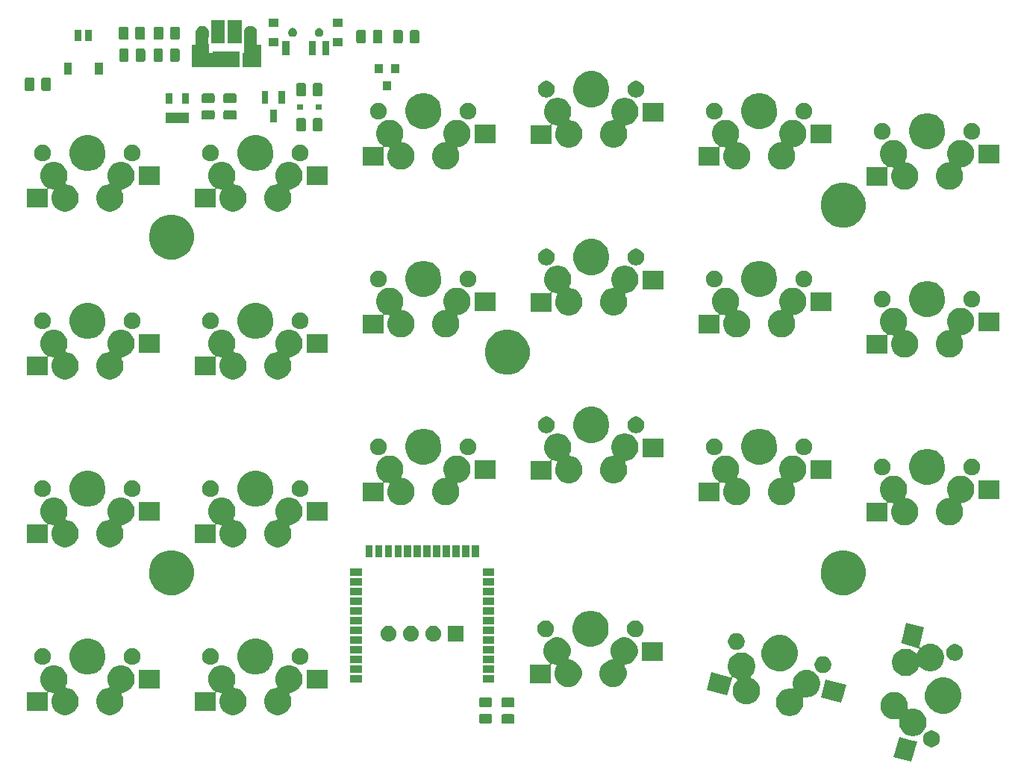
<source format=gbs>
G04 #@! TF.GenerationSoftware,KiCad,Pcbnew,5.0.1*
G04 #@! TF.CreationDate,2019-01-14T11:50:33+01:00*
G04 #@! TF.ProjectId,mini,6D696E692E6B696361645F7063620000,rev?*
G04 #@! TF.SameCoordinates,Original*
G04 #@! TF.FileFunction,Soldermask,Bot*
G04 #@! TF.FilePolarity,Negative*
%FSLAX46Y46*%
G04 Gerber Fmt 4.6, Leading zero omitted, Abs format (unit mm)*
G04 Created by KiCad (PCBNEW 5.0.1) date Mon 14 Jan 2019 11:50:33 AM CET*
%MOMM*%
%LPD*%
G01*
G04 APERTURE LIST*
%ADD10C,0.100000*%
G04 APERTURE END LIST*
D10*
G36*
X169956757Y-108000568D02*
X170722208Y-108205670D01*
X170100525Y-110525824D01*
X170100524Y-110525824D01*
X168070148Y-109981786D01*
X168691831Y-107661632D01*
X168691832Y-107661632D01*
X169956757Y-108000568D01*
X169956757Y-108000568D01*
G37*
G36*
X172662595Y-106992449D02*
X172835665Y-107064137D01*
X172991429Y-107168215D01*
X173123887Y-107300673D01*
X173227965Y-107456437D01*
X173299653Y-107629507D01*
X173336199Y-107813236D01*
X173336199Y-108000570D01*
X173299653Y-108184299D01*
X173227965Y-108357369D01*
X173123887Y-108513133D01*
X172991429Y-108645591D01*
X172835665Y-108749669D01*
X172662595Y-108821357D01*
X172478866Y-108857903D01*
X172291532Y-108857903D01*
X172107803Y-108821357D01*
X171934733Y-108749669D01*
X171778969Y-108645591D01*
X171646511Y-108513133D01*
X171542433Y-108357369D01*
X171470745Y-108184299D01*
X171434199Y-108000570D01*
X171434199Y-107813236D01*
X171470745Y-107629507D01*
X171542433Y-107456437D01*
X171646511Y-107300673D01*
X171778969Y-107168215D01*
X171934733Y-107064137D01*
X172107803Y-106992449D01*
X172291532Y-106955903D01*
X172478866Y-106955903D01*
X172662595Y-106992449D01*
X172662595Y-106992449D01*
G37*
G36*
X168473633Y-102624485D02*
X168588106Y-102647255D01*
X168870370Y-102764172D01*
X169124401Y-102933910D01*
X169340437Y-103149946D01*
X169510175Y-103403977D01*
X169607211Y-103638244D01*
X169627092Y-103686242D01*
X169686696Y-103985889D01*
X169686696Y-104291413D01*
X169668495Y-104382917D01*
X169666093Y-104407303D01*
X169668495Y-104431690D01*
X169675608Y-104455139D01*
X169687160Y-104476750D01*
X169702705Y-104495692D01*
X169721647Y-104511237D01*
X169743258Y-104522788D01*
X169766707Y-104529901D01*
X169791093Y-104532303D01*
X169815475Y-104529901D01*
X170024819Y-104488260D01*
X170107686Y-104471777D01*
X170413209Y-104471777D01*
X170611586Y-104511237D01*
X170712857Y-104531381D01*
X170995121Y-104648298D01*
X171249152Y-104818036D01*
X171465188Y-105034072D01*
X171634926Y-105288103D01*
X171751843Y-105570367D01*
X171751843Y-105570368D01*
X171793246Y-105778511D01*
X171811447Y-105870017D01*
X171811447Y-106175537D01*
X171751843Y-106475187D01*
X171634926Y-106757451D01*
X171465188Y-107011482D01*
X171249152Y-107227518D01*
X170995121Y-107397256D01*
X170712857Y-107514173D01*
X170612974Y-107534041D01*
X170413209Y-107573777D01*
X170107685Y-107573777D01*
X169907920Y-107534041D01*
X169808037Y-107514173D01*
X169525773Y-107397256D01*
X169271742Y-107227518D01*
X169055706Y-107011482D01*
X168885968Y-106757451D01*
X168769051Y-106475187D01*
X168709447Y-106175537D01*
X168709447Y-105870015D01*
X168727648Y-105778511D01*
X168730050Y-105754125D01*
X168727648Y-105729738D01*
X168720535Y-105706289D01*
X168708983Y-105684678D01*
X168693438Y-105665736D01*
X168674496Y-105650191D01*
X168652885Y-105638640D01*
X168629436Y-105631527D01*
X168605050Y-105629125D01*
X168580668Y-105631527D01*
X168408685Y-105665736D01*
X168288457Y-105689651D01*
X167982934Y-105689651D01*
X167783169Y-105649915D01*
X167683286Y-105630047D01*
X167401022Y-105513130D01*
X167146991Y-105343392D01*
X166930955Y-105127356D01*
X166761217Y-104873325D01*
X166644300Y-104591061D01*
X166607748Y-104407303D01*
X166584696Y-104291413D01*
X166584696Y-103985889D01*
X166644300Y-103686242D01*
X166664181Y-103638244D01*
X166761217Y-103403977D01*
X166930955Y-103149946D01*
X167146991Y-102933910D01*
X167401022Y-102764172D01*
X167683286Y-102647255D01*
X167797759Y-102624485D01*
X167982934Y-102587651D01*
X168288458Y-102587651D01*
X168473633Y-102624485D01*
X168473633Y-102624485D01*
G37*
G36*
X124911699Y-105105908D02*
X124950370Y-105117639D01*
X124986012Y-105136691D01*
X125017250Y-105162326D01*
X125042885Y-105193564D01*
X125061937Y-105229206D01*
X125073668Y-105267877D01*
X125078233Y-105314231D01*
X125078233Y-105965455D01*
X125073668Y-106011809D01*
X125061937Y-106050480D01*
X125042885Y-106086122D01*
X125017250Y-106117360D01*
X124986012Y-106142995D01*
X124950370Y-106162047D01*
X124911699Y-106173778D01*
X124865345Y-106178343D01*
X123789121Y-106178343D01*
X123742767Y-106173778D01*
X123704096Y-106162047D01*
X123668454Y-106142995D01*
X123637216Y-106117360D01*
X123611581Y-106086122D01*
X123592529Y-106050480D01*
X123580798Y-106011809D01*
X123576233Y-105965455D01*
X123576233Y-105314231D01*
X123580798Y-105267877D01*
X123592529Y-105229206D01*
X123611581Y-105193564D01*
X123637216Y-105162326D01*
X123668454Y-105136691D01*
X123704096Y-105117639D01*
X123742767Y-105105908D01*
X123789121Y-105101343D01*
X124865345Y-105101343D01*
X124911699Y-105105908D01*
X124911699Y-105105908D01*
G37*
G36*
X122371966Y-105079591D02*
X122410637Y-105091322D01*
X122446279Y-105110374D01*
X122477517Y-105136009D01*
X122503152Y-105167247D01*
X122522204Y-105202889D01*
X122533935Y-105241560D01*
X122538500Y-105287914D01*
X122538500Y-105939138D01*
X122533935Y-105985492D01*
X122522204Y-106024163D01*
X122503152Y-106059805D01*
X122477517Y-106091043D01*
X122446279Y-106116678D01*
X122410637Y-106135730D01*
X122371966Y-106147461D01*
X122325612Y-106152026D01*
X121249388Y-106152026D01*
X121203034Y-106147461D01*
X121164363Y-106135730D01*
X121128721Y-106116678D01*
X121097483Y-106091043D01*
X121071848Y-106059805D01*
X121052796Y-106024163D01*
X121041065Y-105985492D01*
X121036500Y-105939138D01*
X121036500Y-105287914D01*
X121041065Y-105241560D01*
X121052796Y-105202889D01*
X121071848Y-105167247D01*
X121097483Y-105136009D01*
X121128721Y-105110374D01*
X121164363Y-105091322D01*
X121203034Y-105079591D01*
X121249388Y-105075026D01*
X122325612Y-105075026D01*
X122371966Y-105079591D01*
X122371966Y-105079591D01*
G37*
G36*
X158526304Y-100112289D02*
X158626187Y-100132157D01*
X158908451Y-100249074D01*
X159162482Y-100418812D01*
X159378518Y-100634848D01*
X159548256Y-100888879D01*
X159665173Y-101171143D01*
X159667418Y-101182428D01*
X159724777Y-101470791D01*
X159724777Y-101776315D01*
X159712174Y-101839672D01*
X159665173Y-102075963D01*
X159548256Y-102358227D01*
X159378518Y-102612258D01*
X159162482Y-102828294D01*
X158908451Y-102998032D01*
X158626187Y-103114949D01*
X158526304Y-103134817D01*
X158326539Y-103174553D01*
X158021015Y-103174553D01*
X157929511Y-103156352D01*
X157905125Y-103153950D01*
X157880738Y-103156352D01*
X157857289Y-103163465D01*
X157835678Y-103175017D01*
X157816736Y-103190562D01*
X157801191Y-103209504D01*
X157789640Y-103231115D01*
X157782527Y-103254564D01*
X157780125Y-103278950D01*
X157782527Y-103303332D01*
X157824168Y-103512676D01*
X157840651Y-103595543D01*
X157840651Y-103901066D01*
X157802979Y-104090455D01*
X157781047Y-104200714D01*
X157664130Y-104482978D01*
X157494392Y-104737009D01*
X157278356Y-104953045D01*
X157024325Y-105122783D01*
X156742061Y-105239700D01*
X156642178Y-105259568D01*
X156442413Y-105299304D01*
X156136889Y-105299304D01*
X155937124Y-105259568D01*
X155837241Y-105239700D01*
X155554977Y-105122783D01*
X155300946Y-104953045D01*
X155084910Y-104737009D01*
X154915172Y-104482978D01*
X154798255Y-104200714D01*
X154776323Y-104090455D01*
X154738651Y-103901066D01*
X154738651Y-103595542D01*
X154796403Y-103305204D01*
X154798255Y-103295894D01*
X154915172Y-103013630D01*
X155084910Y-102759599D01*
X155300946Y-102543563D01*
X155554977Y-102373825D01*
X155837241Y-102256908D01*
X155937124Y-102237040D01*
X156136889Y-102197304D01*
X156442413Y-102197304D01*
X156533917Y-102215505D01*
X156558303Y-102217907D01*
X156582690Y-102215505D01*
X156606139Y-102208392D01*
X156627750Y-102196840D01*
X156646692Y-102181295D01*
X156662237Y-102162353D01*
X156673788Y-102140742D01*
X156680901Y-102117293D01*
X156683303Y-102092907D01*
X156680901Y-102068525D01*
X156624202Y-101783476D01*
X156622777Y-101776314D01*
X156622777Y-101470791D01*
X156680136Y-101182428D01*
X156682381Y-101171143D01*
X156799298Y-100888879D01*
X156969036Y-100634848D01*
X157185072Y-100418812D01*
X157439103Y-100249074D01*
X157721367Y-100132157D01*
X157821250Y-100112289D01*
X158021015Y-100072553D01*
X158326539Y-100072553D01*
X158526304Y-100112289D01*
X158526304Y-100112289D01*
G37*
G36*
X92204908Y-99591028D02*
X92318410Y-99613605D01*
X92600674Y-99730522D01*
X92854705Y-99900260D01*
X93070741Y-100116296D01*
X93240479Y-100370327D01*
X93357396Y-100652591D01*
X93368188Y-100706846D01*
X93417000Y-100952239D01*
X93417000Y-101257763D01*
X93379796Y-101444798D01*
X93357396Y-101557411D01*
X93240479Y-101839675D01*
X93200072Y-101900148D01*
X93188526Y-101921749D01*
X93181413Y-101945199D01*
X93179011Y-101969585D01*
X93181413Y-101993971D01*
X93188526Y-102017420D01*
X93200077Y-102039031D01*
X93215623Y-102057973D01*
X93234565Y-102073519D01*
X93256175Y-102085070D01*
X93279625Y-102092183D01*
X93288760Y-102094000D01*
X93588410Y-102153604D01*
X93870674Y-102270521D01*
X94124705Y-102440259D01*
X94340741Y-102656295D01*
X94510479Y-102910326D01*
X94627396Y-103192590D01*
X94644574Y-103278950D01*
X94682433Y-103469276D01*
X94687000Y-103492240D01*
X94687000Y-103797760D01*
X94627396Y-104097410D01*
X94510479Y-104379674D01*
X94340741Y-104633705D01*
X94124705Y-104849741D01*
X93870674Y-105019479D01*
X93588410Y-105136396D01*
X93500477Y-105153887D01*
X93288762Y-105196000D01*
X92983238Y-105196000D01*
X92771523Y-105153887D01*
X92683590Y-105136396D01*
X92401326Y-105019479D01*
X92147295Y-104849741D01*
X91931259Y-104633705D01*
X91761521Y-104379674D01*
X91644604Y-104097410D01*
X91585000Y-103797760D01*
X91585000Y-103492240D01*
X91589568Y-103469276D01*
X91627426Y-103278950D01*
X91644604Y-103192590D01*
X91761521Y-102910326D01*
X91801928Y-102849853D01*
X91813474Y-102828252D01*
X91820587Y-102804802D01*
X91822989Y-102780416D01*
X91820587Y-102756030D01*
X91813474Y-102732581D01*
X91801923Y-102710970D01*
X91786377Y-102692028D01*
X91767435Y-102676482D01*
X91745825Y-102664931D01*
X91722375Y-102657818D01*
X91602634Y-102634000D01*
X91413590Y-102596397D01*
X91349835Y-102569989D01*
X91326386Y-102562876D01*
X91301999Y-102560474D01*
X91277613Y-102562876D01*
X91254164Y-102569989D01*
X91232553Y-102581541D01*
X91213611Y-102597086D01*
X91198066Y-102616028D01*
X91186515Y-102637639D01*
X91179402Y-102661088D01*
X91177000Y-102685473D01*
X91177000Y-104736000D01*
X88775000Y-104736000D01*
X88775000Y-102634000D01*
X90950513Y-102634000D01*
X90974899Y-102631598D01*
X90998348Y-102624485D01*
X91019959Y-102612934D01*
X91038901Y-102597388D01*
X91054447Y-102578446D01*
X91065998Y-102556835D01*
X91073111Y-102533386D01*
X91075513Y-102509000D01*
X91073111Y-102484614D01*
X91065998Y-102461165D01*
X91054447Y-102439554D01*
X91038901Y-102420612D01*
X91019971Y-102405075D01*
X90877295Y-102309742D01*
X90661259Y-102093706D01*
X90491521Y-101839675D01*
X90374604Y-101557411D01*
X90352204Y-101444798D01*
X90315000Y-101257763D01*
X90315000Y-100952239D01*
X90363812Y-100706846D01*
X90374604Y-100652591D01*
X90491521Y-100370327D01*
X90661259Y-100116296D01*
X90877295Y-99900260D01*
X91131326Y-99730522D01*
X91413590Y-99613605D01*
X91527092Y-99591028D01*
X91713238Y-99554001D01*
X92018762Y-99554001D01*
X92204908Y-99591028D01*
X92204908Y-99591028D01*
G37*
G36*
X99824913Y-99591028D02*
X99938410Y-99613604D01*
X100220674Y-99730521D01*
X100474705Y-99900259D01*
X100690741Y-100116295D01*
X100860479Y-100370326D01*
X100962240Y-100616000D01*
X100977396Y-100652591D01*
X101037000Y-100952238D01*
X101037000Y-101257762D01*
X101007337Y-101406886D01*
X100977396Y-101557410D01*
X100860479Y-101839674D01*
X100690741Y-102093705D01*
X100474705Y-102309741D01*
X100220674Y-102479479D01*
X99938410Y-102596396D01*
X99638760Y-102656000D01*
X99629625Y-102657817D01*
X99606176Y-102664930D01*
X99584565Y-102676481D01*
X99565623Y-102692027D01*
X99550077Y-102710969D01*
X99538526Y-102732580D01*
X99531413Y-102756029D01*
X99529011Y-102780415D01*
X99531413Y-102804801D01*
X99538526Y-102828250D01*
X99550075Y-102849857D01*
X99590479Y-102910326D01*
X99707396Y-103192590D01*
X99724574Y-103278950D01*
X99762433Y-103469276D01*
X99767000Y-103492240D01*
X99767000Y-103797760D01*
X99707396Y-104097410D01*
X99590479Y-104379674D01*
X99420741Y-104633705D01*
X99204705Y-104849741D01*
X98950674Y-105019479D01*
X98668410Y-105136396D01*
X98580477Y-105153887D01*
X98368762Y-105196000D01*
X98063238Y-105196000D01*
X97851523Y-105153887D01*
X97763590Y-105136396D01*
X97481326Y-105019479D01*
X97227295Y-104849741D01*
X97011259Y-104633705D01*
X96841521Y-104379674D01*
X96724604Y-104097410D01*
X96665000Y-103797760D01*
X96665000Y-103492240D01*
X96669568Y-103469276D01*
X96707426Y-103278950D01*
X96724604Y-103192590D01*
X96841521Y-102910326D01*
X97011259Y-102656295D01*
X97227295Y-102440259D01*
X97481326Y-102270521D01*
X97763590Y-102153604D01*
X98063240Y-102094000D01*
X98072375Y-102092183D01*
X98095824Y-102085070D01*
X98117435Y-102073519D01*
X98136377Y-102057973D01*
X98151923Y-102039031D01*
X98163474Y-102017420D01*
X98170587Y-101993971D01*
X98172989Y-101969585D01*
X98170587Y-101945199D01*
X98163474Y-101921750D01*
X98151925Y-101900143D01*
X98111521Y-101839674D01*
X97994604Y-101557410D01*
X97964663Y-101406886D01*
X97935000Y-101257762D01*
X97935000Y-100952238D01*
X97994604Y-100652591D01*
X98009760Y-100616000D01*
X98111521Y-100370326D01*
X98281259Y-100116295D01*
X98497295Y-99900259D01*
X98751326Y-99730521D01*
X99033590Y-99613604D01*
X99147087Y-99591028D01*
X99333238Y-99554000D01*
X99638762Y-99554000D01*
X99824913Y-99591028D01*
X99824913Y-99591028D01*
G37*
G36*
X80774908Y-99591028D02*
X80888410Y-99613605D01*
X81170674Y-99730522D01*
X81424705Y-99900260D01*
X81640741Y-100116296D01*
X81810479Y-100370327D01*
X81927396Y-100652591D01*
X81938188Y-100706846D01*
X81987000Y-100952239D01*
X81987000Y-101257763D01*
X81949796Y-101444798D01*
X81927396Y-101557411D01*
X81810479Y-101839675D01*
X81640741Y-102093706D01*
X81424705Y-102309742D01*
X81170674Y-102479480D01*
X80888410Y-102596397D01*
X80588760Y-102656001D01*
X80579625Y-102657818D01*
X80556176Y-102664931D01*
X80534565Y-102676482D01*
X80515623Y-102692028D01*
X80500077Y-102710970D01*
X80488526Y-102732581D01*
X80481413Y-102756030D01*
X80479011Y-102780416D01*
X80481413Y-102804802D01*
X80488526Y-102828251D01*
X80500072Y-102849853D01*
X80540479Y-102910326D01*
X80657396Y-103192590D01*
X80674574Y-103278950D01*
X80712433Y-103469276D01*
X80717000Y-103492240D01*
X80717000Y-103797760D01*
X80657396Y-104097410D01*
X80540479Y-104379674D01*
X80370741Y-104633705D01*
X80154705Y-104849741D01*
X79900674Y-105019479D01*
X79618410Y-105136396D01*
X79530477Y-105153887D01*
X79318762Y-105196000D01*
X79013238Y-105196000D01*
X78801523Y-105153887D01*
X78713590Y-105136396D01*
X78431326Y-105019479D01*
X78177295Y-104849741D01*
X77961259Y-104633705D01*
X77791521Y-104379674D01*
X77674604Y-104097410D01*
X77615000Y-103797760D01*
X77615000Y-103492240D01*
X77619568Y-103469276D01*
X77657426Y-103278950D01*
X77674604Y-103192590D01*
X77791521Y-102910326D01*
X77961259Y-102656295D01*
X78177295Y-102440259D01*
X78431326Y-102270521D01*
X78713590Y-102153604D01*
X79013240Y-102094000D01*
X79022375Y-102092183D01*
X79045824Y-102085070D01*
X79067435Y-102073519D01*
X79086377Y-102057973D01*
X79101923Y-102039031D01*
X79113474Y-102017420D01*
X79120587Y-101993971D01*
X79122989Y-101969585D01*
X79120587Y-101945199D01*
X79113474Y-101921750D01*
X79101928Y-101900148D01*
X79061521Y-101839675D01*
X78944604Y-101557411D01*
X78922204Y-101444798D01*
X78885000Y-101257763D01*
X78885000Y-100952239D01*
X78933812Y-100706846D01*
X78944604Y-100652591D01*
X79061521Y-100370327D01*
X79231259Y-100116296D01*
X79447295Y-99900260D01*
X79701326Y-99730522D01*
X79983590Y-99613605D01*
X80097092Y-99591028D01*
X80283238Y-99554001D01*
X80588762Y-99554001D01*
X80774908Y-99591028D01*
X80774908Y-99591028D01*
G37*
G36*
X73154913Y-99591028D02*
X73268410Y-99613604D01*
X73550674Y-99730521D01*
X73804705Y-99900259D01*
X74020741Y-100116295D01*
X74190479Y-100370326D01*
X74292240Y-100616000D01*
X74307396Y-100652591D01*
X74367000Y-100952238D01*
X74367000Y-101257762D01*
X74337337Y-101406886D01*
X74307396Y-101557410D01*
X74190479Y-101839674D01*
X74150075Y-101900143D01*
X74138526Y-101921750D01*
X74131413Y-101945199D01*
X74129011Y-101969586D01*
X74131413Y-101993972D01*
X74138526Y-102017421D01*
X74150078Y-102039032D01*
X74165623Y-102057974D01*
X74184565Y-102073519D01*
X74206176Y-102085070D01*
X74229625Y-102092183D01*
X74238760Y-102094000D01*
X74538410Y-102153604D01*
X74820674Y-102270521D01*
X75074705Y-102440259D01*
X75290741Y-102656295D01*
X75460479Y-102910326D01*
X75577396Y-103192590D01*
X75594574Y-103278950D01*
X75632433Y-103469276D01*
X75637000Y-103492240D01*
X75637000Y-103797760D01*
X75577396Y-104097410D01*
X75460479Y-104379674D01*
X75290741Y-104633705D01*
X75074705Y-104849741D01*
X74820674Y-105019479D01*
X74538410Y-105136396D01*
X74450477Y-105153887D01*
X74238762Y-105196000D01*
X73933238Y-105196000D01*
X73721523Y-105153887D01*
X73633590Y-105136396D01*
X73351326Y-105019479D01*
X73097295Y-104849741D01*
X72881259Y-104633705D01*
X72711521Y-104379674D01*
X72594604Y-104097410D01*
X72535000Y-103797760D01*
X72535000Y-103492240D01*
X72539568Y-103469276D01*
X72577426Y-103278950D01*
X72594604Y-103192590D01*
X72711521Y-102910326D01*
X72751925Y-102849857D01*
X72763474Y-102828250D01*
X72770587Y-102804801D01*
X72772989Y-102780414D01*
X72770587Y-102756028D01*
X72763474Y-102732579D01*
X72751922Y-102710968D01*
X72736377Y-102692026D01*
X72717435Y-102676481D01*
X72695824Y-102664930D01*
X72672375Y-102657817D01*
X72552639Y-102634000D01*
X72363590Y-102596396D01*
X72320255Y-102578446D01*
X72299835Y-102569988D01*
X72276386Y-102562875D01*
X72251999Y-102560473D01*
X72227613Y-102562875D01*
X72204164Y-102569988D01*
X72182553Y-102581540D01*
X72163611Y-102597085D01*
X72148066Y-102616027D01*
X72136515Y-102637638D01*
X72129402Y-102661087D01*
X72127000Y-102685473D01*
X72127000Y-104736000D01*
X69725000Y-104736000D01*
X69725000Y-102634000D01*
X71900515Y-102634000D01*
X71924901Y-102631598D01*
X71948350Y-102624485D01*
X71969961Y-102612934D01*
X71988903Y-102597388D01*
X72004449Y-102578446D01*
X72016000Y-102556835D01*
X72023113Y-102533386D01*
X72025515Y-102509000D01*
X72023113Y-102484614D01*
X72016000Y-102461165D01*
X72004449Y-102439554D01*
X71988903Y-102420612D01*
X71969970Y-102405073D01*
X71827295Y-102309741D01*
X71611259Y-102093705D01*
X71441521Y-101839674D01*
X71324604Y-101557410D01*
X71294663Y-101406886D01*
X71265000Y-101257762D01*
X71265000Y-100952238D01*
X71324604Y-100652591D01*
X71339760Y-100616000D01*
X71441521Y-100370326D01*
X71611259Y-100116295D01*
X71827295Y-99900259D01*
X72081326Y-99730521D01*
X72363590Y-99613604D01*
X72477087Y-99591028D01*
X72663238Y-99554000D01*
X72968762Y-99554000D01*
X73154913Y-99591028D01*
X73154913Y-99591028D01*
G37*
G36*
X174298252Y-101027818D02*
X174298254Y-101027819D01*
X174298255Y-101027819D01*
X174671513Y-101182427D01*
X174784261Y-101257763D01*
X175007439Y-101406886D01*
X175293114Y-101692561D01*
X175293116Y-101692564D01*
X175517573Y-102028487D01*
X175660616Y-102373825D01*
X175672182Y-102401748D01*
X175751000Y-102797993D01*
X175751000Y-103202007D01*
X175672721Y-103595544D01*
X175672181Y-103598255D01*
X175517573Y-103971513D01*
X175316486Y-104272461D01*
X175293114Y-104307439D01*
X175007439Y-104593114D01*
X175007436Y-104593116D01*
X174671513Y-104817573D01*
X174298255Y-104972181D01*
X174298254Y-104972181D01*
X174298252Y-104972182D01*
X173902007Y-105051000D01*
X173497993Y-105051000D01*
X173101748Y-104972182D01*
X173101746Y-104972181D01*
X173101745Y-104972181D01*
X172728487Y-104817573D01*
X172392564Y-104593116D01*
X172392561Y-104593114D01*
X172106886Y-104307439D01*
X172083514Y-104272461D01*
X171882427Y-103971513D01*
X171727819Y-103598255D01*
X171727280Y-103595544D01*
X171649000Y-103202007D01*
X171649000Y-102797993D01*
X171727818Y-102401748D01*
X171739384Y-102373825D01*
X171882427Y-102028487D01*
X172106884Y-101692564D01*
X172106886Y-101692561D01*
X172392561Y-101406886D01*
X172615739Y-101257763D01*
X172728487Y-101182427D01*
X173101745Y-101027819D01*
X173101746Y-101027819D01*
X173101748Y-101027818D01*
X173497993Y-100949000D01*
X173902007Y-100949000D01*
X174298252Y-101027818D01*
X174298252Y-101027818D01*
G37*
G36*
X124911699Y-103230908D02*
X124950370Y-103242639D01*
X124986012Y-103261691D01*
X125017250Y-103287326D01*
X125042885Y-103318564D01*
X125061937Y-103354206D01*
X125073668Y-103392877D01*
X125078233Y-103439231D01*
X125078233Y-104090455D01*
X125073668Y-104136809D01*
X125061937Y-104175480D01*
X125042885Y-104211122D01*
X125017250Y-104242360D01*
X124986012Y-104267995D01*
X124950370Y-104287047D01*
X124911699Y-104298778D01*
X124865345Y-104303343D01*
X123789121Y-104303343D01*
X123742767Y-104298778D01*
X123704096Y-104287047D01*
X123668454Y-104267995D01*
X123637216Y-104242360D01*
X123611581Y-104211122D01*
X123592529Y-104175480D01*
X123580798Y-104136809D01*
X123576233Y-104090455D01*
X123576233Y-103439231D01*
X123580798Y-103392877D01*
X123592529Y-103354206D01*
X123611581Y-103318564D01*
X123637216Y-103287326D01*
X123668454Y-103261691D01*
X123704096Y-103242639D01*
X123742767Y-103230908D01*
X123789121Y-103226343D01*
X124865345Y-103226343D01*
X124911699Y-103230908D01*
X124911699Y-103230908D01*
G37*
G36*
X122371966Y-103204591D02*
X122410637Y-103216322D01*
X122446279Y-103235374D01*
X122477517Y-103261009D01*
X122503152Y-103292247D01*
X122522204Y-103327889D01*
X122533935Y-103366560D01*
X122538500Y-103412914D01*
X122538500Y-104064138D01*
X122533935Y-104110492D01*
X122522204Y-104149163D01*
X122503152Y-104184805D01*
X122477517Y-104216043D01*
X122446279Y-104241678D01*
X122410637Y-104260730D01*
X122371966Y-104272461D01*
X122325612Y-104277026D01*
X121249388Y-104277026D01*
X121203034Y-104272461D01*
X121164363Y-104260730D01*
X121128721Y-104241678D01*
X121097483Y-104216043D01*
X121071848Y-104184805D01*
X121052796Y-104149163D01*
X121041065Y-104110492D01*
X121036500Y-104064138D01*
X121036500Y-103412914D01*
X121041065Y-103366560D01*
X121052796Y-103327889D01*
X121071848Y-103292247D01*
X121097483Y-103261009D01*
X121128721Y-103235374D01*
X121164363Y-103216322D01*
X121203034Y-103204591D01*
X121249388Y-103200026D01*
X122325612Y-103200026D01*
X122371966Y-103204591D01*
X122371966Y-103204591D01*
G37*
G36*
X151165949Y-98140087D02*
X151265832Y-98159955D01*
X151548096Y-98276872D01*
X151802127Y-98446610D01*
X152018163Y-98662646D01*
X152187901Y-98916677D01*
X152304818Y-99198941D01*
X152319531Y-99272908D01*
X152364422Y-99498589D01*
X152364422Y-99804113D01*
X152345296Y-99900263D01*
X152304818Y-100103761D01*
X152187901Y-100386025D01*
X152018163Y-100640056D01*
X151883256Y-100774963D01*
X151867715Y-100793899D01*
X151856164Y-100815510D01*
X151849051Y-100838959D01*
X151846649Y-100863345D01*
X151849051Y-100887731D01*
X151856164Y-100911180D01*
X151867715Y-100932791D01*
X151883261Y-100951733D01*
X151902203Y-100967279D01*
X151923808Y-100978827D01*
X152117422Y-101059024D01*
X152371453Y-101228762D01*
X152587489Y-101444798D01*
X152757227Y-101698829D01*
X152874144Y-101981093D01*
X152885669Y-102039032D01*
X152933748Y-102280741D01*
X152933748Y-102586265D01*
X152899979Y-102756030D01*
X152874144Y-102885913D01*
X152757227Y-103168177D01*
X152587489Y-103422208D01*
X152371453Y-103638244D01*
X152117422Y-103807982D01*
X151835158Y-103924899D01*
X151735275Y-103944767D01*
X151535510Y-103984503D01*
X151229986Y-103984503D01*
X151030221Y-103944767D01*
X150930338Y-103924899D01*
X150648074Y-103807982D01*
X150394043Y-103638244D01*
X150178007Y-103422208D01*
X150008269Y-103168177D01*
X149891352Y-102885913D01*
X149865517Y-102756030D01*
X149831748Y-102586265D01*
X149831748Y-102280741D01*
X149879827Y-102039032D01*
X149891352Y-101981093D01*
X150008269Y-101698829D01*
X150178007Y-101444798D01*
X150312914Y-101309891D01*
X150328455Y-101290955D01*
X150340006Y-101269344D01*
X150347119Y-101245895D01*
X150349521Y-101221509D01*
X150347119Y-101197123D01*
X150340006Y-101173674D01*
X150328455Y-101152063D01*
X150312909Y-101133121D01*
X150293967Y-101117575D01*
X150272362Y-101106027D01*
X150078748Y-101025830D01*
X149929535Y-100926129D01*
X149907936Y-100914584D01*
X149884486Y-100907471D01*
X149860100Y-100905069D01*
X149835714Y-100907471D01*
X149812265Y-100914584D01*
X149790654Y-100926135D01*
X149771712Y-100941681D01*
X149756166Y-100960623D01*
X149744615Y-100982233D01*
X149739361Y-100997711D01*
X149267265Y-102759597D01*
X149208127Y-102980302D01*
X146887973Y-102358619D01*
X146888079Y-102358225D01*
X147432011Y-100328242D01*
X149528844Y-100890087D01*
X149553021Y-100894078D01*
X149577512Y-100893277D01*
X149601376Y-100887712D01*
X149623696Y-100877599D01*
X149643614Y-100863326D01*
X149660365Y-100845441D01*
X149673305Y-100824632D01*
X149681937Y-100801698D01*
X149685928Y-100777521D01*
X149685127Y-100753030D01*
X149679562Y-100729166D01*
X149669449Y-100706846D01*
X149649587Y-100680962D01*
X149608681Y-100640056D01*
X149438943Y-100386025D01*
X149322026Y-100103761D01*
X149281548Y-99900263D01*
X149262422Y-99804113D01*
X149262422Y-99498589D01*
X149307313Y-99272908D01*
X149322026Y-99198941D01*
X149438943Y-98916677D01*
X149608681Y-98662646D01*
X149824717Y-98446610D01*
X150078748Y-98276872D01*
X150361012Y-98159955D01*
X150460895Y-98140087D01*
X150660660Y-98100351D01*
X150966184Y-98100351D01*
X151165949Y-98140087D01*
X151165949Y-98140087D01*
G37*
G36*
X162676824Y-101783475D02*
X162676824Y-101783476D01*
X162271572Y-103295895D01*
X162132786Y-103813852D01*
X159812632Y-103192169D01*
X159813063Y-103190562D01*
X160356670Y-101161792D01*
X162676824Y-101783475D01*
X162676824Y-101783475D01*
G37*
G36*
X103877000Y-102196000D02*
X101475000Y-102196000D01*
X101475000Y-100094000D01*
X103877000Y-100094000D01*
X103877000Y-102196000D01*
X103877000Y-102196000D01*
G37*
G36*
X84827000Y-102196000D02*
X82425000Y-102196000D01*
X82425000Y-100094000D01*
X84827000Y-100094000D01*
X84827000Y-102196000D01*
X84827000Y-102196000D01*
G37*
G36*
X137862527Y-96428737D02*
X137962410Y-96448605D01*
X138244674Y-96565522D01*
X138498705Y-96735260D01*
X138714741Y-96951296D01*
X138884479Y-97205327D01*
X139001396Y-97487591D01*
X139020920Y-97585745D01*
X139061000Y-97787239D01*
X139061000Y-98092763D01*
X139031107Y-98243043D01*
X139001396Y-98392411D01*
X138884479Y-98674675D01*
X138714741Y-98928706D01*
X138498705Y-99144742D01*
X138244674Y-99314480D01*
X137962410Y-99431397D01*
X137662760Y-99491001D01*
X137653625Y-99492818D01*
X137630176Y-99499931D01*
X137608565Y-99511482D01*
X137589623Y-99527028D01*
X137574077Y-99545970D01*
X137562526Y-99567581D01*
X137555413Y-99591030D01*
X137553011Y-99615416D01*
X137555413Y-99639802D01*
X137562526Y-99663251D01*
X137574072Y-99684853D01*
X137614479Y-99745326D01*
X137720619Y-100001572D01*
X137731396Y-100027591D01*
X137791000Y-100327238D01*
X137791000Y-100632762D01*
X137773022Y-100723144D01*
X137731396Y-100932410D01*
X137614479Y-101214674D01*
X137444741Y-101468705D01*
X137228705Y-101684741D01*
X136974674Y-101854479D01*
X136692410Y-101971396D01*
X136592527Y-101991264D01*
X136392762Y-102031000D01*
X136087238Y-102031000D01*
X135887473Y-101991264D01*
X135787590Y-101971396D01*
X135505326Y-101854479D01*
X135251295Y-101684741D01*
X135035259Y-101468705D01*
X134865521Y-101214674D01*
X134748604Y-100932410D01*
X134706978Y-100723144D01*
X134689000Y-100632762D01*
X134689000Y-100327238D01*
X134748604Y-100027591D01*
X134759381Y-100001572D01*
X134865521Y-99745326D01*
X135035259Y-99491295D01*
X135251295Y-99275259D01*
X135505326Y-99105521D01*
X135787590Y-98988604D01*
X136087240Y-98929000D01*
X136096375Y-98927183D01*
X136119824Y-98920070D01*
X136141435Y-98908519D01*
X136160377Y-98892973D01*
X136175923Y-98874031D01*
X136187474Y-98852420D01*
X136194587Y-98828971D01*
X136196989Y-98804585D01*
X136194587Y-98780199D01*
X136187474Y-98756750D01*
X136175928Y-98735148D01*
X136135521Y-98674675D01*
X136018604Y-98392411D01*
X135988893Y-98243043D01*
X135959000Y-98092763D01*
X135959000Y-97787239D01*
X135999080Y-97585745D01*
X136018604Y-97487591D01*
X136135521Y-97205327D01*
X136305259Y-96951296D01*
X136521295Y-96735260D01*
X136775326Y-96565522D01*
X137057590Y-96448605D01*
X137157473Y-96428737D01*
X137357238Y-96389001D01*
X137662762Y-96389001D01*
X137862527Y-96428737D01*
X137862527Y-96428737D01*
G37*
G36*
X130242527Y-96428736D02*
X130342410Y-96448604D01*
X130624674Y-96565521D01*
X130878705Y-96735259D01*
X131094741Y-96951295D01*
X131264479Y-97205326D01*
X131381396Y-97487590D01*
X131381396Y-97487591D01*
X131441000Y-97787238D01*
X131441000Y-98092762D01*
X131421856Y-98189005D01*
X131381396Y-98392410D01*
X131264479Y-98674674D01*
X131224075Y-98735143D01*
X131212526Y-98756750D01*
X131205413Y-98780199D01*
X131203011Y-98804586D01*
X131205413Y-98828972D01*
X131212526Y-98852421D01*
X131224078Y-98874032D01*
X131239623Y-98892974D01*
X131258565Y-98908519D01*
X131280176Y-98920070D01*
X131303625Y-98927183D01*
X131312760Y-98929000D01*
X131612410Y-98988604D01*
X131894674Y-99105521D01*
X132148705Y-99275259D01*
X132364741Y-99491295D01*
X132534479Y-99745326D01*
X132640619Y-100001572D01*
X132651396Y-100027591D01*
X132711000Y-100327238D01*
X132711000Y-100632762D01*
X132693022Y-100723144D01*
X132651396Y-100932410D01*
X132534479Y-101214674D01*
X132364741Y-101468705D01*
X132148705Y-101684741D01*
X131894674Y-101854479D01*
X131612410Y-101971396D01*
X131512527Y-101991264D01*
X131312762Y-102031000D01*
X131007238Y-102031000D01*
X130807473Y-101991264D01*
X130707590Y-101971396D01*
X130425326Y-101854479D01*
X130171295Y-101684741D01*
X129955259Y-101468705D01*
X129785521Y-101214674D01*
X129668604Y-100932410D01*
X129626978Y-100723144D01*
X129609000Y-100632762D01*
X129609000Y-100327238D01*
X129668604Y-100027591D01*
X129679381Y-100001572D01*
X129785521Y-99745326D01*
X129825925Y-99684857D01*
X129837474Y-99663250D01*
X129844587Y-99639801D01*
X129846989Y-99615414D01*
X129844587Y-99591028D01*
X129837474Y-99567579D01*
X129825922Y-99545968D01*
X129810377Y-99527026D01*
X129791435Y-99511481D01*
X129769824Y-99499930D01*
X129746375Y-99492817D01*
X129626639Y-99469000D01*
X129437590Y-99431396D01*
X129374192Y-99405136D01*
X129373835Y-99404988D01*
X129350386Y-99397875D01*
X129325999Y-99395473D01*
X129301613Y-99397875D01*
X129278164Y-99404988D01*
X129256553Y-99416540D01*
X129237611Y-99432085D01*
X129222066Y-99451027D01*
X129210515Y-99472638D01*
X129203402Y-99496087D01*
X129201000Y-99520473D01*
X129201000Y-101571000D01*
X126799000Y-101571000D01*
X126799000Y-99469000D01*
X128974515Y-99469000D01*
X128998901Y-99466598D01*
X129022350Y-99459485D01*
X129043961Y-99447934D01*
X129062903Y-99432388D01*
X129078449Y-99413446D01*
X129090000Y-99391835D01*
X129097113Y-99368386D01*
X129099515Y-99344000D01*
X129097113Y-99319614D01*
X129090000Y-99296165D01*
X129078449Y-99274554D01*
X129062903Y-99255612D01*
X129043970Y-99240073D01*
X128901295Y-99144741D01*
X128685259Y-98928705D01*
X128515521Y-98674674D01*
X128398604Y-98392410D01*
X128358144Y-98189005D01*
X128339000Y-98092762D01*
X128339000Y-97787238D01*
X128398604Y-97487591D01*
X128398604Y-97487590D01*
X128515521Y-97205326D01*
X128685259Y-96951295D01*
X128901295Y-96735259D01*
X129155326Y-96565521D01*
X129437590Y-96448604D01*
X129537473Y-96428736D01*
X129737238Y-96389000D01*
X130042762Y-96389000D01*
X130242527Y-96428736D01*
X130242527Y-96428736D01*
G37*
G36*
X122751000Y-101472548D02*
X121450120Y-101472548D01*
X121450120Y-100672048D01*
X122751000Y-100672048D01*
X122751000Y-101472548D01*
X122751000Y-101472548D01*
G37*
G36*
X107754840Y-101472548D02*
X106453960Y-101472548D01*
X106453960Y-100672048D01*
X107754840Y-100672048D01*
X107754840Y-101472548D01*
X107754840Y-101472548D01*
G37*
G36*
X171555758Y-95281011D02*
X170993914Y-97377842D01*
X170989923Y-97402019D01*
X170990724Y-97426510D01*
X170996289Y-97450374D01*
X171006402Y-97472694D01*
X171020675Y-97492612D01*
X171038560Y-97509363D01*
X171059369Y-97522303D01*
X171082303Y-97530935D01*
X171106480Y-97534926D01*
X171130971Y-97534125D01*
X171154835Y-97528560D01*
X171177155Y-97518447D01*
X171203039Y-97498585D01*
X171243943Y-97457681D01*
X171497974Y-97287943D01*
X171780238Y-97171026D01*
X171925674Y-97142097D01*
X172079886Y-97111422D01*
X172385410Y-97111422D01*
X172539622Y-97142097D01*
X172685058Y-97171026D01*
X172967322Y-97287943D01*
X173221353Y-97457681D01*
X173437389Y-97673717D01*
X173607127Y-97927748D01*
X173724044Y-98210012D01*
X173724044Y-98210013D01*
X173783648Y-98509660D01*
X173783648Y-98815184D01*
X173763459Y-98916679D01*
X173724044Y-99114832D01*
X173607127Y-99397096D01*
X173437389Y-99651127D01*
X173221353Y-99867163D01*
X172967322Y-100036901D01*
X172685058Y-100153818D01*
X172663450Y-100158116D01*
X172385410Y-100213422D01*
X172079886Y-100213422D01*
X171801846Y-100158116D01*
X171780238Y-100153818D01*
X171497974Y-100036901D01*
X171243943Y-99867163D01*
X171109037Y-99732257D01*
X171090101Y-99716716D01*
X171068490Y-99705165D01*
X171045041Y-99698052D01*
X171020655Y-99695650D01*
X170996269Y-99698052D01*
X170972820Y-99705165D01*
X170951209Y-99716716D01*
X170932267Y-99732262D01*
X170916721Y-99751204D01*
X170905171Y-99772813D01*
X170824976Y-99966422D01*
X170655238Y-100220453D01*
X170439202Y-100436489D01*
X170185171Y-100606227D01*
X169902907Y-100723144D01*
X169872632Y-100729166D01*
X169603259Y-100782748D01*
X169297735Y-100782748D01*
X169028362Y-100729166D01*
X168998087Y-100723144D01*
X168715823Y-100606227D01*
X168461792Y-100436489D01*
X168245756Y-100220453D01*
X168076018Y-99966422D01*
X167959101Y-99684158D01*
X167927846Y-99527028D01*
X167899497Y-99384510D01*
X167899497Y-99078986D01*
X167958521Y-98782255D01*
X167959101Y-98779338D01*
X168076018Y-98497074D01*
X168245756Y-98243043D01*
X168461792Y-98027007D01*
X168715823Y-97857269D01*
X168998087Y-97740352D01*
X169140803Y-97711964D01*
X169297735Y-97680748D01*
X169603259Y-97680748D01*
X169760191Y-97711964D01*
X169902907Y-97740352D01*
X170185171Y-97857269D01*
X170439202Y-98027007D01*
X170574108Y-98161913D01*
X170593044Y-98177454D01*
X170614655Y-98189005D01*
X170638104Y-98196118D01*
X170662490Y-98198520D01*
X170686876Y-98196118D01*
X170710325Y-98189005D01*
X170731936Y-98177454D01*
X170750878Y-98161908D01*
X170766424Y-98142966D01*
X170777975Y-98121355D01*
X170789818Y-98092763D01*
X170858169Y-97927748D01*
X170957870Y-97778535D01*
X170969415Y-97756936D01*
X170976528Y-97733486D01*
X170978930Y-97709100D01*
X170976528Y-97684714D01*
X170969415Y-97661265D01*
X170957864Y-97639654D01*
X170942318Y-97620712D01*
X170923376Y-97605166D01*
X170901766Y-97593615D01*
X170886284Y-97588360D01*
X168903698Y-97057127D01*
X168952080Y-96876564D01*
X169525381Y-94736973D01*
X169525382Y-94736973D01*
X171555758Y-95281011D01*
X171555758Y-95281011D01*
G37*
G36*
X77224252Y-96592818D02*
X77224254Y-96592819D01*
X77224255Y-96592819D01*
X77597513Y-96747427D01*
X77790775Y-96876561D01*
X77933439Y-96971886D01*
X78219114Y-97257561D01*
X78219116Y-97257564D01*
X78443573Y-97593487D01*
X78594879Y-97958773D01*
X78598182Y-97966748D01*
X78677000Y-98362993D01*
X78677000Y-98767007D01*
X78601864Y-99144742D01*
X78598181Y-99163255D01*
X78443573Y-99536513D01*
X78344450Y-99684861D01*
X78219114Y-99872439D01*
X77933439Y-100158114D01*
X77933436Y-100158116D01*
X77597513Y-100382573D01*
X77224255Y-100537181D01*
X77224254Y-100537181D01*
X77224252Y-100537182D01*
X76828007Y-100616000D01*
X76423993Y-100616000D01*
X76027748Y-100537182D01*
X76027746Y-100537181D01*
X76027745Y-100537181D01*
X75654487Y-100382573D01*
X75318564Y-100158116D01*
X75318561Y-100158114D01*
X75032886Y-99872439D01*
X74907550Y-99684861D01*
X74808427Y-99536513D01*
X74653819Y-99163255D01*
X74650137Y-99144742D01*
X74575000Y-98767007D01*
X74575000Y-98362993D01*
X74653818Y-97966748D01*
X74657121Y-97958773D01*
X74808427Y-97593487D01*
X75032884Y-97257564D01*
X75032886Y-97257561D01*
X75318561Y-96971886D01*
X75461225Y-96876561D01*
X75654487Y-96747427D01*
X76027745Y-96592819D01*
X76027746Y-96592819D01*
X76027748Y-96592818D01*
X76423993Y-96514000D01*
X76828007Y-96514000D01*
X77224252Y-96592818D01*
X77224252Y-96592818D01*
G37*
G36*
X96274252Y-96592818D02*
X96274254Y-96592819D01*
X96274255Y-96592819D01*
X96647513Y-96747427D01*
X96840775Y-96876561D01*
X96983439Y-96971886D01*
X97269114Y-97257561D01*
X97269116Y-97257564D01*
X97493573Y-97593487D01*
X97644879Y-97958773D01*
X97648182Y-97966748D01*
X97727000Y-98362993D01*
X97727000Y-98767007D01*
X97651864Y-99144742D01*
X97648181Y-99163255D01*
X97493573Y-99536513D01*
X97394450Y-99684861D01*
X97269114Y-99872439D01*
X96983439Y-100158114D01*
X96983436Y-100158116D01*
X96647513Y-100382573D01*
X96274255Y-100537181D01*
X96274254Y-100537181D01*
X96274252Y-100537182D01*
X95878007Y-100616000D01*
X95473993Y-100616000D01*
X95077748Y-100537182D01*
X95077746Y-100537181D01*
X95077745Y-100537181D01*
X94704487Y-100382573D01*
X94368564Y-100158116D01*
X94368561Y-100158114D01*
X94082886Y-99872439D01*
X93957550Y-99684861D01*
X93858427Y-99536513D01*
X93703819Y-99163255D01*
X93700137Y-99144742D01*
X93625000Y-98767007D01*
X93625000Y-98362993D01*
X93703818Y-97966748D01*
X93707121Y-97958773D01*
X93858427Y-97593487D01*
X94082884Y-97257564D01*
X94082886Y-97257561D01*
X94368561Y-96971886D01*
X94511225Y-96876561D01*
X94704487Y-96747427D01*
X95077745Y-96592819D01*
X95077746Y-96592819D01*
X95077748Y-96592818D01*
X95473993Y-96514000D01*
X95878007Y-96514000D01*
X96274252Y-96592818D01*
X96274252Y-96592818D01*
G37*
G36*
X160335299Y-98584347D02*
X160508369Y-98656035D01*
X160664133Y-98760113D01*
X160796591Y-98892571D01*
X160900669Y-99048335D01*
X160972357Y-99221405D01*
X161008903Y-99405134D01*
X161008903Y-99592468D01*
X160972357Y-99776197D01*
X160900669Y-99949267D01*
X160796591Y-100105031D01*
X160664133Y-100237489D01*
X160508369Y-100341567D01*
X160335299Y-100413255D01*
X160151570Y-100449801D01*
X159964236Y-100449801D01*
X159780507Y-100413255D01*
X159607437Y-100341567D01*
X159451673Y-100237489D01*
X159319215Y-100105031D01*
X159215137Y-99949267D01*
X159143449Y-99776197D01*
X159106903Y-99592468D01*
X159106903Y-99405134D01*
X159143449Y-99221405D01*
X159215137Y-99048335D01*
X159319215Y-98892571D01*
X159451673Y-98760113D01*
X159607437Y-98656035D01*
X159780507Y-98584347D01*
X159964236Y-98547801D01*
X160151570Y-98547801D01*
X160335299Y-98584347D01*
X160335299Y-98584347D01*
G37*
G36*
X122751000Y-100372728D02*
X121450120Y-100372728D01*
X121450120Y-99572228D01*
X122751000Y-99572228D01*
X122751000Y-100372728D01*
X122751000Y-100372728D01*
G37*
G36*
X107754840Y-100372728D02*
X106453960Y-100372728D01*
X106453960Y-99572228D01*
X107754840Y-99572228D01*
X107754840Y-100372728D01*
X107754840Y-100372728D01*
G37*
G36*
X155749252Y-96211818D02*
X155749254Y-96211819D01*
X155749255Y-96211819D01*
X156122513Y-96366427D01*
X156200794Y-96418733D01*
X156458439Y-96590886D01*
X156744114Y-96876561D01*
X156744116Y-96876564D01*
X156968573Y-97212487D01*
X157099494Y-97528560D01*
X157123182Y-97585748D01*
X157202000Y-97981993D01*
X157202000Y-98386007D01*
X157123762Y-98779338D01*
X157123181Y-98782255D01*
X156968573Y-99155513D01*
X156784233Y-99431397D01*
X156744114Y-99491439D01*
X156458439Y-99777114D01*
X156458436Y-99777116D01*
X156122513Y-100001573D01*
X155749255Y-100156181D01*
X155749254Y-100156181D01*
X155749252Y-100156182D01*
X155353007Y-100235000D01*
X154948993Y-100235000D01*
X154552748Y-100156182D01*
X154552746Y-100156181D01*
X154552745Y-100156181D01*
X154179487Y-100001573D01*
X153843564Y-99777116D01*
X153843561Y-99777114D01*
X153557886Y-99491439D01*
X153517767Y-99431397D01*
X153333427Y-99155513D01*
X153178819Y-98782255D01*
X153178239Y-98779338D01*
X153100000Y-98386007D01*
X153100000Y-97981993D01*
X153178818Y-97585748D01*
X153202506Y-97528560D01*
X153333427Y-97212487D01*
X153557884Y-96876564D01*
X153557886Y-96876561D01*
X153843561Y-96590886D01*
X154101206Y-96418733D01*
X154179487Y-96366427D01*
X154552745Y-96211819D01*
X154552746Y-96211819D01*
X154552748Y-96211818D01*
X154948993Y-96133000D01*
X155353007Y-96133000D01*
X155749252Y-96211818D01*
X155749252Y-96211818D01*
G37*
G36*
X81983396Y-97650546D02*
X82156466Y-97722234D01*
X82312230Y-97826312D01*
X82444688Y-97958770D01*
X82548766Y-98114534D01*
X82620454Y-98287604D01*
X82657000Y-98471333D01*
X82657000Y-98658667D01*
X82620454Y-98842396D01*
X82548766Y-99015466D01*
X82444688Y-99171230D01*
X82312230Y-99303688D01*
X82156466Y-99407766D01*
X81983396Y-99479454D01*
X81799667Y-99516000D01*
X81612333Y-99516000D01*
X81428604Y-99479454D01*
X81255534Y-99407766D01*
X81099770Y-99303688D01*
X80967312Y-99171230D01*
X80863234Y-99015466D01*
X80791546Y-98842396D01*
X80755000Y-98658667D01*
X80755000Y-98471333D01*
X80791546Y-98287604D01*
X80863234Y-98114534D01*
X80967312Y-97958770D01*
X81099770Y-97826312D01*
X81255534Y-97722234D01*
X81428604Y-97650546D01*
X81612333Y-97614000D01*
X81799667Y-97614000D01*
X81983396Y-97650546D01*
X81983396Y-97650546D01*
G37*
G36*
X71823396Y-97650546D02*
X71996466Y-97722234D01*
X72152230Y-97826312D01*
X72284688Y-97958770D01*
X72388766Y-98114534D01*
X72460454Y-98287604D01*
X72497000Y-98471333D01*
X72497000Y-98658667D01*
X72460454Y-98842396D01*
X72388766Y-99015466D01*
X72284688Y-99171230D01*
X72152230Y-99303688D01*
X71996466Y-99407766D01*
X71823396Y-99479454D01*
X71639667Y-99516000D01*
X71452333Y-99516000D01*
X71268604Y-99479454D01*
X71095534Y-99407766D01*
X70939770Y-99303688D01*
X70807312Y-99171230D01*
X70703234Y-99015466D01*
X70631546Y-98842396D01*
X70595000Y-98658667D01*
X70595000Y-98471333D01*
X70631546Y-98287604D01*
X70703234Y-98114534D01*
X70807312Y-97958770D01*
X70939770Y-97826312D01*
X71095534Y-97722234D01*
X71268604Y-97650546D01*
X71452333Y-97614000D01*
X71639667Y-97614000D01*
X71823396Y-97650546D01*
X71823396Y-97650546D01*
G37*
G36*
X101033396Y-97650546D02*
X101206466Y-97722234D01*
X101362230Y-97826312D01*
X101494688Y-97958770D01*
X101598766Y-98114534D01*
X101670454Y-98287604D01*
X101707000Y-98471333D01*
X101707000Y-98658667D01*
X101670454Y-98842396D01*
X101598766Y-99015466D01*
X101494688Y-99171230D01*
X101362230Y-99303688D01*
X101206466Y-99407766D01*
X101033396Y-99479454D01*
X100849667Y-99516000D01*
X100662333Y-99516000D01*
X100478604Y-99479454D01*
X100305534Y-99407766D01*
X100149770Y-99303688D01*
X100017312Y-99171230D01*
X99913234Y-99015466D01*
X99841546Y-98842396D01*
X99805000Y-98658667D01*
X99805000Y-98471333D01*
X99841546Y-98287604D01*
X99913234Y-98114534D01*
X100017312Y-97958770D01*
X100149770Y-97826312D01*
X100305534Y-97722234D01*
X100478604Y-97650546D01*
X100662333Y-97614000D01*
X100849667Y-97614000D01*
X101033396Y-97650546D01*
X101033396Y-97650546D01*
G37*
G36*
X90873396Y-97650546D02*
X91046466Y-97722234D01*
X91202230Y-97826312D01*
X91334688Y-97958770D01*
X91438766Y-98114534D01*
X91510454Y-98287604D01*
X91547000Y-98471333D01*
X91547000Y-98658667D01*
X91510454Y-98842396D01*
X91438766Y-99015466D01*
X91334688Y-99171230D01*
X91202230Y-99303688D01*
X91046466Y-99407766D01*
X90873396Y-99479454D01*
X90689667Y-99516000D01*
X90502333Y-99516000D01*
X90318604Y-99479454D01*
X90145534Y-99407766D01*
X89989770Y-99303688D01*
X89857312Y-99171230D01*
X89753234Y-99015466D01*
X89681546Y-98842396D01*
X89645000Y-98658667D01*
X89645000Y-98471333D01*
X89681546Y-98287604D01*
X89753234Y-98114534D01*
X89857312Y-97958770D01*
X89989770Y-97826312D01*
X90145534Y-97722234D01*
X90318604Y-97650546D01*
X90502333Y-97614000D01*
X90689667Y-97614000D01*
X90873396Y-97650546D01*
X90873396Y-97650546D01*
G37*
G36*
X122751000Y-99272908D02*
X121450120Y-99272908D01*
X121450120Y-98472408D01*
X122751000Y-98472408D01*
X122751000Y-99272908D01*
X122751000Y-99272908D01*
G37*
G36*
X107754840Y-99272908D02*
X106453960Y-99272908D01*
X106453960Y-98472408D01*
X107754840Y-98472408D01*
X107754840Y-99272908D01*
X107754840Y-99272908D01*
G37*
G36*
X175292197Y-97178643D02*
X175465267Y-97250331D01*
X175621031Y-97354409D01*
X175753489Y-97486867D01*
X175857567Y-97642631D01*
X175929255Y-97815701D01*
X175965801Y-97999430D01*
X175965801Y-98186764D01*
X175929255Y-98370493D01*
X175857567Y-98543563D01*
X175753489Y-98699327D01*
X175621031Y-98831785D01*
X175465267Y-98935863D01*
X175292197Y-99007551D01*
X175108468Y-99044097D01*
X174921134Y-99044097D01*
X174737405Y-99007551D01*
X174564335Y-98935863D01*
X174408571Y-98831785D01*
X174276113Y-98699327D01*
X174172035Y-98543563D01*
X174100347Y-98370493D01*
X174063801Y-98186764D01*
X174063801Y-97999430D01*
X174100347Y-97815701D01*
X174172035Y-97642631D01*
X174276113Y-97486867D01*
X174408571Y-97354409D01*
X174564335Y-97250331D01*
X174737405Y-97178643D01*
X174921134Y-97142097D01*
X175108468Y-97142097D01*
X175292197Y-97178643D01*
X175292197Y-97178643D01*
G37*
G36*
X141901000Y-99031000D02*
X139499000Y-99031000D01*
X139499000Y-96929000D01*
X141901000Y-96929000D01*
X141901000Y-99031000D01*
X141901000Y-99031000D01*
G37*
G36*
X122751000Y-98173088D02*
X121450120Y-98173088D01*
X121450120Y-97372588D01*
X122751000Y-97372588D01*
X122751000Y-98173088D01*
X122751000Y-98173088D01*
G37*
G36*
X107754840Y-98173088D02*
X106453960Y-98173088D01*
X106453960Y-97372588D01*
X107754840Y-97372588D01*
X107754840Y-98173088D01*
X107754840Y-98173088D01*
G37*
G36*
X150521493Y-95954745D02*
X150694563Y-96026433D01*
X150850327Y-96130511D01*
X150982785Y-96262969D01*
X151086863Y-96418733D01*
X151158551Y-96591803D01*
X151195097Y-96775532D01*
X151195097Y-96962866D01*
X151158551Y-97146595D01*
X151086863Y-97319665D01*
X150982785Y-97475429D01*
X150850327Y-97607887D01*
X150694563Y-97711965D01*
X150521493Y-97783653D01*
X150337764Y-97820199D01*
X150150430Y-97820199D01*
X149966701Y-97783653D01*
X149793631Y-97711965D01*
X149637867Y-97607887D01*
X149505409Y-97475429D01*
X149401331Y-97319665D01*
X149329643Y-97146595D01*
X149293097Y-96962866D01*
X149293097Y-96775532D01*
X149329643Y-96591803D01*
X149401331Y-96418733D01*
X149505409Y-96262969D01*
X149637867Y-96130511D01*
X149793631Y-96026433D01*
X149966701Y-95954745D01*
X150150430Y-95918199D01*
X150337764Y-95918199D01*
X150521493Y-95954745D01*
X150521493Y-95954745D01*
G37*
G36*
X134298252Y-93427818D02*
X134298254Y-93427819D01*
X134298255Y-93427819D01*
X134671513Y-93582427D01*
X134671514Y-93582428D01*
X135007439Y-93806886D01*
X135293114Y-94092561D01*
X135293116Y-94092564D01*
X135517573Y-94428487D01*
X135668879Y-94793773D01*
X135672182Y-94801748D01*
X135751000Y-95197993D01*
X135751000Y-95602007D01*
X135677116Y-95973448D01*
X135672181Y-95998255D01*
X135517573Y-96371513D01*
X135463132Y-96452989D01*
X135293114Y-96707439D01*
X135007439Y-96993114D01*
X135007436Y-96993116D01*
X134671513Y-97217573D01*
X134298255Y-97372181D01*
X134298254Y-97372181D01*
X134298252Y-97372182D01*
X133902007Y-97451000D01*
X133497993Y-97451000D01*
X133101748Y-97372182D01*
X133101746Y-97372181D01*
X133101745Y-97372181D01*
X132728487Y-97217573D01*
X132392564Y-96993116D01*
X132392561Y-96993114D01*
X132106886Y-96707439D01*
X131936868Y-96452989D01*
X131882427Y-96371513D01*
X131727819Y-95998255D01*
X131722885Y-95973448D01*
X131649000Y-95602007D01*
X131649000Y-95197993D01*
X131727818Y-94801748D01*
X131731121Y-94793773D01*
X131882427Y-94428487D01*
X132106884Y-94092564D01*
X132106886Y-94092561D01*
X132392561Y-93806886D01*
X132728486Y-93582428D01*
X132728487Y-93582427D01*
X133101745Y-93427819D01*
X133101746Y-93427819D01*
X133101748Y-93427818D01*
X133497993Y-93349000D01*
X133902007Y-93349000D01*
X134298252Y-93427818D01*
X134298252Y-93427818D01*
G37*
G36*
X122751000Y-97073268D02*
X121450120Y-97073268D01*
X121450120Y-96272768D01*
X122751000Y-96272768D01*
X122751000Y-97073268D01*
X122751000Y-97073268D01*
G37*
G36*
X107754840Y-97073268D02*
X106453960Y-97073268D01*
X106453960Y-96272768D01*
X107754840Y-96272768D01*
X107754840Y-97073268D01*
X107754840Y-97073268D01*
G37*
G36*
X119301000Y-96851000D02*
X117499000Y-96851000D01*
X117499000Y-95049000D01*
X119301000Y-95049000D01*
X119301000Y-96851000D01*
X119301000Y-96851000D01*
G37*
G36*
X115970443Y-95055519D02*
X116036627Y-95062037D01*
X116149853Y-95096384D01*
X116206467Y-95113557D01*
X116223392Y-95122604D01*
X116362991Y-95197222D01*
X116398729Y-95226552D01*
X116500186Y-95309814D01*
X116583448Y-95411271D01*
X116612778Y-95447009D01*
X116612779Y-95447011D01*
X116696443Y-95603533D01*
X116696443Y-95603534D01*
X116747963Y-95773373D01*
X116765359Y-95950000D01*
X116747963Y-96126627D01*
X116722120Y-96211819D01*
X116696443Y-96296467D01*
X116656329Y-96371513D01*
X116612778Y-96452991D01*
X116583448Y-96488729D01*
X116500186Y-96590186D01*
X116398729Y-96673448D01*
X116362991Y-96702778D01*
X116354271Y-96707439D01*
X116206467Y-96786443D01*
X116149853Y-96803616D01*
X116036627Y-96837963D01*
X115970443Y-96844481D01*
X115904260Y-96851000D01*
X115815740Y-96851000D01*
X115749557Y-96844481D01*
X115683373Y-96837963D01*
X115570147Y-96803616D01*
X115513533Y-96786443D01*
X115365729Y-96707439D01*
X115357009Y-96702778D01*
X115321271Y-96673448D01*
X115219814Y-96590186D01*
X115136552Y-96488729D01*
X115107222Y-96452991D01*
X115063671Y-96371513D01*
X115023557Y-96296467D01*
X114997880Y-96211819D01*
X114972037Y-96126627D01*
X114954641Y-95950000D01*
X114972037Y-95773373D01*
X115023557Y-95603534D01*
X115023557Y-95603533D01*
X115107221Y-95447011D01*
X115107222Y-95447009D01*
X115136552Y-95411271D01*
X115219814Y-95309814D01*
X115321271Y-95226552D01*
X115357009Y-95197222D01*
X115496608Y-95122604D01*
X115513533Y-95113557D01*
X115570147Y-95096384D01*
X115683373Y-95062037D01*
X115749557Y-95055519D01*
X115815740Y-95049000D01*
X115904260Y-95049000D01*
X115970443Y-95055519D01*
X115970443Y-95055519D01*
G37*
G36*
X110890443Y-95055519D02*
X110956627Y-95062037D01*
X111069853Y-95096384D01*
X111126467Y-95113557D01*
X111143392Y-95122604D01*
X111282991Y-95197222D01*
X111318729Y-95226552D01*
X111420186Y-95309814D01*
X111503448Y-95411271D01*
X111532778Y-95447009D01*
X111532779Y-95447011D01*
X111616443Y-95603533D01*
X111616443Y-95603534D01*
X111667963Y-95773373D01*
X111685359Y-95950000D01*
X111667963Y-96126627D01*
X111642120Y-96211819D01*
X111616443Y-96296467D01*
X111576329Y-96371513D01*
X111532778Y-96452991D01*
X111503448Y-96488729D01*
X111420186Y-96590186D01*
X111318729Y-96673448D01*
X111282991Y-96702778D01*
X111274271Y-96707439D01*
X111126467Y-96786443D01*
X111069853Y-96803616D01*
X110956627Y-96837963D01*
X110890443Y-96844481D01*
X110824260Y-96851000D01*
X110735740Y-96851000D01*
X110669557Y-96844481D01*
X110603373Y-96837963D01*
X110490147Y-96803616D01*
X110433533Y-96786443D01*
X110285729Y-96707439D01*
X110277009Y-96702778D01*
X110241271Y-96673448D01*
X110139814Y-96590186D01*
X110056552Y-96488729D01*
X110027222Y-96452991D01*
X109983671Y-96371513D01*
X109943557Y-96296467D01*
X109917880Y-96211819D01*
X109892037Y-96126627D01*
X109874641Y-95950000D01*
X109892037Y-95773373D01*
X109943557Y-95603534D01*
X109943557Y-95603533D01*
X110027221Y-95447011D01*
X110027222Y-95447009D01*
X110056552Y-95411271D01*
X110139814Y-95309814D01*
X110241271Y-95226552D01*
X110277009Y-95197222D01*
X110416608Y-95122604D01*
X110433533Y-95113557D01*
X110490147Y-95096384D01*
X110603373Y-95062037D01*
X110669557Y-95055519D01*
X110735740Y-95049000D01*
X110824260Y-95049000D01*
X110890443Y-95055519D01*
X110890443Y-95055519D01*
G37*
G36*
X113430443Y-95055519D02*
X113496627Y-95062037D01*
X113609853Y-95096384D01*
X113666467Y-95113557D01*
X113683392Y-95122604D01*
X113822991Y-95197222D01*
X113858729Y-95226552D01*
X113960186Y-95309814D01*
X114043448Y-95411271D01*
X114072778Y-95447009D01*
X114072779Y-95447011D01*
X114156443Y-95603533D01*
X114156443Y-95603534D01*
X114207963Y-95773373D01*
X114225359Y-95950000D01*
X114207963Y-96126627D01*
X114182120Y-96211819D01*
X114156443Y-96296467D01*
X114116329Y-96371513D01*
X114072778Y-96452991D01*
X114043448Y-96488729D01*
X113960186Y-96590186D01*
X113858729Y-96673448D01*
X113822991Y-96702778D01*
X113814271Y-96707439D01*
X113666467Y-96786443D01*
X113609853Y-96803616D01*
X113496627Y-96837963D01*
X113430443Y-96844481D01*
X113364260Y-96851000D01*
X113275740Y-96851000D01*
X113209557Y-96844481D01*
X113143373Y-96837963D01*
X113030147Y-96803616D01*
X112973533Y-96786443D01*
X112825729Y-96707439D01*
X112817009Y-96702778D01*
X112781271Y-96673448D01*
X112679814Y-96590186D01*
X112596552Y-96488729D01*
X112567222Y-96452991D01*
X112523671Y-96371513D01*
X112483557Y-96296467D01*
X112457880Y-96211819D01*
X112432037Y-96126627D01*
X112414641Y-95950000D01*
X112432037Y-95773373D01*
X112483557Y-95603534D01*
X112483557Y-95603533D01*
X112567221Y-95447011D01*
X112567222Y-95447009D01*
X112596552Y-95411271D01*
X112679814Y-95309814D01*
X112781271Y-95226552D01*
X112817009Y-95197222D01*
X112956608Y-95122604D01*
X112973533Y-95113557D01*
X113030147Y-95096384D01*
X113143373Y-95062037D01*
X113209557Y-95055519D01*
X113275740Y-95049000D01*
X113364260Y-95049000D01*
X113430443Y-95055519D01*
X113430443Y-95055519D01*
G37*
G36*
X139057396Y-94485546D02*
X139230466Y-94557234D01*
X139386230Y-94661312D01*
X139518688Y-94793770D01*
X139622766Y-94949534D01*
X139694454Y-95122604D01*
X139731000Y-95306333D01*
X139731000Y-95493667D01*
X139694454Y-95677396D01*
X139622766Y-95850466D01*
X139518688Y-96006230D01*
X139386230Y-96138688D01*
X139230466Y-96242766D01*
X139057396Y-96314454D01*
X138873667Y-96351000D01*
X138686333Y-96351000D01*
X138502604Y-96314454D01*
X138329534Y-96242766D01*
X138173770Y-96138688D01*
X138041312Y-96006230D01*
X137937234Y-95850466D01*
X137865546Y-95677396D01*
X137829000Y-95493667D01*
X137829000Y-95306333D01*
X137865546Y-95122604D01*
X137937234Y-94949534D01*
X138041312Y-94793770D01*
X138173770Y-94661312D01*
X138329534Y-94557234D01*
X138502604Y-94485546D01*
X138686333Y-94449000D01*
X138873667Y-94449000D01*
X139057396Y-94485546D01*
X139057396Y-94485546D01*
G37*
G36*
X128897396Y-94485546D02*
X129070466Y-94557234D01*
X129226230Y-94661312D01*
X129358688Y-94793770D01*
X129462766Y-94949534D01*
X129534454Y-95122604D01*
X129571000Y-95306333D01*
X129571000Y-95493667D01*
X129534454Y-95677396D01*
X129462766Y-95850466D01*
X129358688Y-96006230D01*
X129226230Y-96138688D01*
X129070466Y-96242766D01*
X128897396Y-96314454D01*
X128713667Y-96351000D01*
X128526333Y-96351000D01*
X128342604Y-96314454D01*
X128169534Y-96242766D01*
X128013770Y-96138688D01*
X127881312Y-96006230D01*
X127777234Y-95850466D01*
X127705546Y-95677396D01*
X127669000Y-95493667D01*
X127669000Y-95306333D01*
X127705546Y-95122604D01*
X127777234Y-94949534D01*
X127881312Y-94793770D01*
X128013770Y-94661312D01*
X128169534Y-94557234D01*
X128342604Y-94485546D01*
X128526333Y-94449000D01*
X128713667Y-94449000D01*
X128897396Y-94485546D01*
X128897396Y-94485546D01*
G37*
G36*
X122751000Y-95973448D02*
X121450120Y-95973448D01*
X121450120Y-95172948D01*
X122751000Y-95172948D01*
X122751000Y-95973448D01*
X122751000Y-95973448D01*
G37*
G36*
X107754840Y-95973448D02*
X106453960Y-95973448D01*
X106453960Y-95172948D01*
X107754840Y-95172948D01*
X107754840Y-95973448D01*
X107754840Y-95973448D01*
G37*
G36*
X122751000Y-94873628D02*
X121450120Y-94873628D01*
X121450120Y-94073128D01*
X122751000Y-94073128D01*
X122751000Y-94873628D01*
X122751000Y-94873628D01*
G37*
G36*
X107754840Y-94873628D02*
X106453960Y-94873628D01*
X106453960Y-94073128D01*
X107754840Y-94073128D01*
X107754840Y-94873628D01*
X107754840Y-94873628D01*
G37*
G36*
X122751000Y-93773808D02*
X121450120Y-93773808D01*
X121450120Y-92973308D01*
X122751000Y-92973308D01*
X122751000Y-93773808D01*
X122751000Y-93773808D01*
G37*
G36*
X107754840Y-93773808D02*
X106453960Y-93773808D01*
X106453960Y-92973308D01*
X107754840Y-92973308D01*
X107754840Y-93773808D01*
X107754840Y-93773808D01*
G37*
G36*
X107754840Y-92673988D02*
X106453960Y-92673988D01*
X106453960Y-91873488D01*
X107754840Y-91873488D01*
X107754840Y-92673988D01*
X107754840Y-92673988D01*
G37*
G36*
X122751000Y-92673988D02*
X121450120Y-92673988D01*
X121450120Y-91873488D01*
X122751000Y-91873488D01*
X122751000Y-92673988D01*
X122751000Y-92673988D01*
G37*
G36*
X163094861Y-86587033D02*
X163094863Y-86587034D01*
X163094864Y-86587034D01*
X163559117Y-86779333D01*
X163975049Y-87057250D01*
X163976936Y-87058511D01*
X164332254Y-87413829D01*
X164332256Y-87413832D01*
X164611432Y-87831648D01*
X164803731Y-88295901D01*
X164803732Y-88295904D01*
X164901765Y-88788747D01*
X164901765Y-89291253D01*
X164825662Y-89673848D01*
X164803731Y-89784099D01*
X164611432Y-90248352D01*
X164460426Y-90474348D01*
X164332254Y-90666171D01*
X163976936Y-91021489D01*
X163976933Y-91021491D01*
X163559117Y-91300667D01*
X163094864Y-91492966D01*
X163094863Y-91492966D01*
X163094861Y-91492967D01*
X162602018Y-91591000D01*
X162099512Y-91591000D01*
X161606669Y-91492967D01*
X161606667Y-91492966D01*
X161606666Y-91492966D01*
X161142413Y-91300667D01*
X160724597Y-91021491D01*
X160724594Y-91021489D01*
X160369276Y-90666171D01*
X160241104Y-90474348D01*
X160090098Y-90248352D01*
X159897799Y-89784099D01*
X159875869Y-89673848D01*
X159799765Y-89291253D01*
X159799765Y-88788747D01*
X159897798Y-88295904D01*
X159897799Y-88295901D01*
X160090098Y-87831648D01*
X160369274Y-87413832D01*
X160369276Y-87413829D01*
X160724594Y-87058511D01*
X160726481Y-87057250D01*
X161142413Y-86779333D01*
X161606666Y-86587034D01*
X161606667Y-86587034D01*
X161606669Y-86587033D01*
X162099512Y-86489000D01*
X162602018Y-86489000D01*
X163094861Y-86587033D01*
X163094861Y-86587033D01*
G37*
G36*
X86895096Y-86587033D02*
X86895098Y-86587034D01*
X86895099Y-86587034D01*
X87359352Y-86779333D01*
X87775284Y-87057250D01*
X87777171Y-87058511D01*
X88132489Y-87413829D01*
X88132491Y-87413832D01*
X88411667Y-87831648D01*
X88603966Y-88295901D01*
X88603967Y-88295904D01*
X88702000Y-88788747D01*
X88702000Y-89291253D01*
X88625897Y-89673848D01*
X88603966Y-89784099D01*
X88411667Y-90248352D01*
X88260661Y-90474348D01*
X88132489Y-90666171D01*
X87777171Y-91021489D01*
X87777168Y-91021491D01*
X87359352Y-91300667D01*
X86895099Y-91492966D01*
X86895098Y-91492966D01*
X86895096Y-91492967D01*
X86402253Y-91591000D01*
X85899747Y-91591000D01*
X85406904Y-91492967D01*
X85406902Y-91492966D01*
X85406901Y-91492966D01*
X84942648Y-91300667D01*
X84524832Y-91021491D01*
X84524829Y-91021489D01*
X84169511Y-90666171D01*
X84041339Y-90474348D01*
X83890333Y-90248352D01*
X83698034Y-89784099D01*
X83676104Y-89673848D01*
X83600000Y-89291253D01*
X83600000Y-88788747D01*
X83698033Y-88295904D01*
X83698034Y-88295901D01*
X83890333Y-87831648D01*
X84169509Y-87413832D01*
X84169511Y-87413829D01*
X84524829Y-87058511D01*
X84526716Y-87057250D01*
X84942648Y-86779333D01*
X85406901Y-86587034D01*
X85406902Y-86587034D01*
X85406904Y-86587033D01*
X85899747Y-86489000D01*
X86402253Y-86489000D01*
X86895096Y-86587033D01*
X86895096Y-86587033D01*
G37*
G36*
X122751000Y-91574168D02*
X121450120Y-91574168D01*
X121450120Y-90773668D01*
X122751000Y-90773668D01*
X122751000Y-91574168D01*
X122751000Y-91574168D01*
G37*
G36*
X107754840Y-91574168D02*
X106453960Y-91574168D01*
X106453960Y-90773668D01*
X107754840Y-90773668D01*
X107754840Y-91574168D01*
X107754840Y-91574168D01*
G37*
G36*
X122751000Y-90474348D02*
X121450120Y-90474348D01*
X121450120Y-89673848D01*
X122751000Y-89673848D01*
X122751000Y-90474348D01*
X122751000Y-90474348D01*
G37*
G36*
X107754840Y-90474348D02*
X106453960Y-90474348D01*
X106453960Y-89673848D01*
X107754840Y-89673848D01*
X107754840Y-90474348D01*
X107754840Y-90474348D01*
G37*
G36*
X107754840Y-89374528D02*
X106453960Y-89374528D01*
X106453960Y-88574028D01*
X107754840Y-88574028D01*
X107754840Y-89374528D01*
X107754840Y-89374528D01*
G37*
G36*
X122751000Y-89374528D02*
X121450120Y-89374528D01*
X121450120Y-88574028D01*
X122751000Y-88574028D01*
X122751000Y-89374528D01*
X122751000Y-89374528D01*
G37*
G36*
X117751010Y-87275218D02*
X116950510Y-87275218D01*
X116950510Y-85974338D01*
X117751010Y-85974338D01*
X117751010Y-87275218D01*
X117751010Y-87275218D01*
G37*
G36*
X119950650Y-87275218D02*
X119150150Y-87275218D01*
X119150150Y-85974338D01*
X119950650Y-85974338D01*
X119950650Y-87275218D01*
X119950650Y-87275218D01*
G37*
G36*
X121050470Y-87275218D02*
X120249970Y-87275218D01*
X120249970Y-85974338D01*
X121050470Y-85974338D01*
X121050470Y-87275218D01*
X121050470Y-87275218D01*
G37*
G36*
X118850830Y-87275218D02*
X118050330Y-87275218D01*
X118050330Y-85974338D01*
X118850830Y-85974338D01*
X118850830Y-87275218D01*
X118850830Y-87275218D01*
G37*
G36*
X116651190Y-87275218D02*
X115850690Y-87275218D01*
X115850690Y-85974338D01*
X116651190Y-85974338D01*
X116651190Y-87275218D01*
X116651190Y-87275218D01*
G37*
G36*
X115551370Y-87275218D02*
X114750870Y-87275218D01*
X114750870Y-85974338D01*
X115551370Y-85974338D01*
X115551370Y-87275218D01*
X115551370Y-87275218D01*
G37*
G36*
X112254450Y-87275218D02*
X111453950Y-87275218D01*
X111453950Y-85974338D01*
X112254450Y-85974338D01*
X112254450Y-87275218D01*
X112254450Y-87275218D01*
G37*
G36*
X111154630Y-87275218D02*
X110354130Y-87275218D01*
X110354130Y-85974338D01*
X111154630Y-85974338D01*
X111154630Y-87275218D01*
X111154630Y-87275218D01*
G37*
G36*
X110054810Y-87275218D02*
X109254310Y-87275218D01*
X109254310Y-85974338D01*
X110054810Y-85974338D01*
X110054810Y-87275218D01*
X110054810Y-87275218D01*
G37*
G36*
X108954990Y-87275218D02*
X108154490Y-87275218D01*
X108154490Y-85974338D01*
X108954990Y-85974338D01*
X108954990Y-87275218D01*
X108954990Y-87275218D01*
G37*
G36*
X114454090Y-87275218D02*
X113653590Y-87275218D01*
X113653590Y-85974338D01*
X114454090Y-85974338D01*
X114454090Y-87275218D01*
X114454090Y-87275218D01*
G37*
G36*
X113354270Y-87275218D02*
X112553770Y-87275218D01*
X112553770Y-85974338D01*
X113354270Y-85974338D01*
X113354270Y-87275218D01*
X113354270Y-87275218D01*
G37*
G36*
X99774358Y-80530973D02*
X99938410Y-80563605D01*
X100220674Y-80680522D01*
X100474705Y-80850260D01*
X100690741Y-81066296D01*
X100860479Y-81320327D01*
X100977396Y-81602591D01*
X100977396Y-81602592D01*
X101037000Y-81902239D01*
X101037000Y-82207763D01*
X100997264Y-82407528D01*
X100977396Y-82507411D01*
X100860479Y-82789675D01*
X100690741Y-83043706D01*
X100474705Y-83259742D01*
X100220674Y-83429480D01*
X99938410Y-83546397D01*
X99638760Y-83606001D01*
X99629625Y-83607818D01*
X99606176Y-83614931D01*
X99584565Y-83626482D01*
X99565623Y-83642028D01*
X99550077Y-83660970D01*
X99538526Y-83682581D01*
X99531413Y-83706030D01*
X99529011Y-83730416D01*
X99531413Y-83754802D01*
X99538526Y-83778251D01*
X99550072Y-83799853D01*
X99590479Y-83860326D01*
X99707396Y-84142590D01*
X99767000Y-84442240D01*
X99767000Y-84747760D01*
X99707396Y-85047410D01*
X99590479Y-85329674D01*
X99420741Y-85583705D01*
X99204705Y-85799741D01*
X98950674Y-85969479D01*
X98668410Y-86086396D01*
X98568527Y-86106264D01*
X98368762Y-86146000D01*
X98063238Y-86146000D01*
X97863473Y-86106264D01*
X97763590Y-86086396D01*
X97481326Y-85969479D01*
X97227295Y-85799741D01*
X97011259Y-85583705D01*
X96841521Y-85329674D01*
X96724604Y-85047410D01*
X96665000Y-84747760D01*
X96665000Y-84442240D01*
X96724604Y-84142590D01*
X96841521Y-83860326D01*
X97011259Y-83606295D01*
X97227295Y-83390259D01*
X97481326Y-83220521D01*
X97763590Y-83103604D01*
X98063240Y-83044000D01*
X98072375Y-83042183D01*
X98095824Y-83035070D01*
X98117435Y-83023519D01*
X98136377Y-83007973D01*
X98151923Y-82989031D01*
X98163474Y-82967420D01*
X98170587Y-82943971D01*
X98172989Y-82919585D01*
X98170587Y-82895199D01*
X98163474Y-82871750D01*
X98151928Y-82850148D01*
X98111521Y-82789675D01*
X97994604Y-82507411D01*
X97974736Y-82407528D01*
X97935000Y-82207763D01*
X97935000Y-81902239D01*
X97994604Y-81602592D01*
X97994604Y-81602591D01*
X98111521Y-81320327D01*
X98281259Y-81066296D01*
X98497295Y-80850260D01*
X98751326Y-80680522D01*
X99033590Y-80563605D01*
X99197642Y-80530973D01*
X99333238Y-80504001D01*
X99638762Y-80504001D01*
X99774358Y-80530973D01*
X99774358Y-80530973D01*
G37*
G36*
X92154363Y-80530973D02*
X92318410Y-80563604D01*
X92600674Y-80680521D01*
X92854705Y-80850259D01*
X93070741Y-81066295D01*
X93240479Y-81320326D01*
X93342240Y-81566000D01*
X93357396Y-81602591D01*
X93417000Y-81902238D01*
X93417000Y-82207762D01*
X93404469Y-82270760D01*
X93357396Y-82507410D01*
X93240479Y-82789674D01*
X93200075Y-82850143D01*
X93188526Y-82871750D01*
X93181413Y-82895199D01*
X93179011Y-82919586D01*
X93181413Y-82943972D01*
X93188526Y-82967421D01*
X93200078Y-82989032D01*
X93215623Y-83007974D01*
X93234565Y-83023519D01*
X93256176Y-83035070D01*
X93279625Y-83042183D01*
X93288760Y-83044000D01*
X93588410Y-83103604D01*
X93870674Y-83220521D01*
X94124705Y-83390259D01*
X94340741Y-83606295D01*
X94510479Y-83860326D01*
X94627396Y-84142590D01*
X94687000Y-84442240D01*
X94687000Y-84747760D01*
X94627396Y-85047410D01*
X94510479Y-85329674D01*
X94340741Y-85583705D01*
X94124705Y-85799741D01*
X93870674Y-85969479D01*
X93588410Y-86086396D01*
X93488527Y-86106264D01*
X93288762Y-86146000D01*
X92983238Y-86146000D01*
X92783473Y-86106264D01*
X92683590Y-86086396D01*
X92401326Y-85969479D01*
X92147295Y-85799741D01*
X91931259Y-85583705D01*
X91761521Y-85329674D01*
X91644604Y-85047410D01*
X91585000Y-84747760D01*
X91585000Y-84442240D01*
X91644604Y-84142590D01*
X91761521Y-83860326D01*
X91801925Y-83799857D01*
X91813474Y-83778250D01*
X91820587Y-83754801D01*
X91822989Y-83730414D01*
X91820587Y-83706028D01*
X91813474Y-83682579D01*
X91801922Y-83660968D01*
X91786377Y-83642026D01*
X91767435Y-83626481D01*
X91745824Y-83614930D01*
X91722375Y-83607817D01*
X91602639Y-83584000D01*
X91413590Y-83546396D01*
X91349835Y-83519988D01*
X91326386Y-83512875D01*
X91301999Y-83510473D01*
X91277613Y-83512875D01*
X91254164Y-83519988D01*
X91232553Y-83531540D01*
X91213611Y-83547085D01*
X91198066Y-83566027D01*
X91186515Y-83587638D01*
X91179402Y-83611087D01*
X91177000Y-83635473D01*
X91177000Y-85686000D01*
X88775000Y-85686000D01*
X88775000Y-83584000D01*
X90950515Y-83584000D01*
X90974901Y-83581598D01*
X90998350Y-83574485D01*
X91019961Y-83562934D01*
X91038903Y-83547388D01*
X91054449Y-83528446D01*
X91066000Y-83506835D01*
X91073113Y-83483386D01*
X91075515Y-83459000D01*
X91073113Y-83434614D01*
X91066000Y-83411165D01*
X91054449Y-83389554D01*
X91038903Y-83370612D01*
X91019970Y-83355073D01*
X90877295Y-83259741D01*
X90661259Y-83043705D01*
X90491521Y-82789674D01*
X90374604Y-82507410D01*
X90327531Y-82270760D01*
X90315000Y-82207762D01*
X90315000Y-81902238D01*
X90374604Y-81602591D01*
X90389760Y-81566000D01*
X90491521Y-81320326D01*
X90661259Y-81066295D01*
X90877295Y-80850259D01*
X91131326Y-80680521D01*
X91413590Y-80563604D01*
X91577637Y-80530973D01*
X91713238Y-80504000D01*
X92018762Y-80504000D01*
X92154363Y-80530973D01*
X92154363Y-80530973D01*
G37*
G36*
X73104363Y-80530973D02*
X73268410Y-80563604D01*
X73550674Y-80680521D01*
X73804705Y-80850259D01*
X74020741Y-81066295D01*
X74190479Y-81320326D01*
X74292240Y-81566000D01*
X74307396Y-81602591D01*
X74367000Y-81902238D01*
X74367000Y-82207762D01*
X74354469Y-82270760D01*
X74307396Y-82507410D01*
X74190479Y-82789674D01*
X74150075Y-82850143D01*
X74138526Y-82871750D01*
X74131413Y-82895199D01*
X74129011Y-82919586D01*
X74131413Y-82943972D01*
X74138526Y-82967421D01*
X74150078Y-82989032D01*
X74165623Y-83007974D01*
X74184565Y-83023519D01*
X74206176Y-83035070D01*
X74229625Y-83042183D01*
X74238760Y-83044000D01*
X74538410Y-83103604D01*
X74820674Y-83220521D01*
X75074705Y-83390259D01*
X75290741Y-83606295D01*
X75460479Y-83860326D01*
X75577396Y-84142590D01*
X75637000Y-84442240D01*
X75637000Y-84747760D01*
X75577396Y-85047410D01*
X75460479Y-85329674D01*
X75290741Y-85583705D01*
X75074705Y-85799741D01*
X74820674Y-85969479D01*
X74538410Y-86086396D01*
X74438527Y-86106264D01*
X74238762Y-86146000D01*
X73933238Y-86146000D01*
X73733473Y-86106264D01*
X73633590Y-86086396D01*
X73351326Y-85969479D01*
X73097295Y-85799741D01*
X72881259Y-85583705D01*
X72711521Y-85329674D01*
X72594604Y-85047410D01*
X72535000Y-84747760D01*
X72535000Y-84442240D01*
X72594604Y-84142590D01*
X72711521Y-83860326D01*
X72751925Y-83799857D01*
X72763474Y-83778250D01*
X72770587Y-83754801D01*
X72772989Y-83730414D01*
X72770587Y-83706028D01*
X72763474Y-83682579D01*
X72751922Y-83660968D01*
X72736377Y-83642026D01*
X72717435Y-83626481D01*
X72695824Y-83614930D01*
X72672375Y-83607817D01*
X72552639Y-83584000D01*
X72363590Y-83546396D01*
X72299835Y-83519988D01*
X72276386Y-83512875D01*
X72251999Y-83510473D01*
X72227613Y-83512875D01*
X72204164Y-83519988D01*
X72182553Y-83531540D01*
X72163611Y-83547085D01*
X72148066Y-83566027D01*
X72136515Y-83587638D01*
X72129402Y-83611087D01*
X72127000Y-83635473D01*
X72127000Y-85686000D01*
X69725000Y-85686000D01*
X69725000Y-83584000D01*
X71900515Y-83584000D01*
X71924901Y-83581598D01*
X71948350Y-83574485D01*
X71969961Y-83562934D01*
X71988903Y-83547388D01*
X72004449Y-83528446D01*
X72016000Y-83506835D01*
X72023113Y-83483386D01*
X72025515Y-83459000D01*
X72023113Y-83434614D01*
X72016000Y-83411165D01*
X72004449Y-83389554D01*
X71988903Y-83370612D01*
X71969970Y-83355073D01*
X71827295Y-83259741D01*
X71611259Y-83043705D01*
X71441521Y-82789674D01*
X71324604Y-82507410D01*
X71277531Y-82270760D01*
X71265000Y-82207762D01*
X71265000Y-81902238D01*
X71324604Y-81602591D01*
X71339760Y-81566000D01*
X71441521Y-81320326D01*
X71611259Y-81066295D01*
X71827295Y-80850259D01*
X72081326Y-80680521D01*
X72363590Y-80563604D01*
X72527637Y-80530973D01*
X72663238Y-80504000D01*
X72968762Y-80504000D01*
X73104363Y-80530973D01*
X73104363Y-80530973D01*
G37*
G36*
X80724358Y-80530973D02*
X80888410Y-80563605D01*
X81170674Y-80680522D01*
X81424705Y-80850260D01*
X81640741Y-81066296D01*
X81810479Y-81320327D01*
X81927396Y-81602591D01*
X81927396Y-81602592D01*
X81987000Y-81902239D01*
X81987000Y-82207763D01*
X81947264Y-82407528D01*
X81927396Y-82507411D01*
X81810479Y-82789675D01*
X81640741Y-83043706D01*
X81424705Y-83259742D01*
X81170674Y-83429480D01*
X80888410Y-83546397D01*
X80588760Y-83606001D01*
X80579625Y-83607818D01*
X80556176Y-83614931D01*
X80534565Y-83626482D01*
X80515623Y-83642028D01*
X80500077Y-83660970D01*
X80488526Y-83682581D01*
X80481413Y-83706030D01*
X80479011Y-83730416D01*
X80481413Y-83754802D01*
X80488526Y-83778251D01*
X80500072Y-83799853D01*
X80540479Y-83860326D01*
X80657396Y-84142590D01*
X80717000Y-84442240D01*
X80717000Y-84747760D01*
X80657396Y-85047410D01*
X80540479Y-85329674D01*
X80370741Y-85583705D01*
X80154705Y-85799741D01*
X79900674Y-85969479D01*
X79618410Y-86086396D01*
X79518527Y-86106264D01*
X79318762Y-86146000D01*
X79013238Y-86146000D01*
X78813473Y-86106264D01*
X78713590Y-86086396D01*
X78431326Y-85969479D01*
X78177295Y-85799741D01*
X77961259Y-85583705D01*
X77791521Y-85329674D01*
X77674604Y-85047410D01*
X77615000Y-84747760D01*
X77615000Y-84442240D01*
X77674604Y-84142590D01*
X77791521Y-83860326D01*
X77961259Y-83606295D01*
X78177295Y-83390259D01*
X78431326Y-83220521D01*
X78713590Y-83103604D01*
X79013240Y-83044000D01*
X79022375Y-83042183D01*
X79045824Y-83035070D01*
X79067435Y-83023519D01*
X79086377Y-83007973D01*
X79101923Y-82989031D01*
X79113474Y-82967420D01*
X79120587Y-82943971D01*
X79122989Y-82919585D01*
X79120587Y-82895199D01*
X79113474Y-82871750D01*
X79101928Y-82850148D01*
X79061521Y-82789675D01*
X78944604Y-82507411D01*
X78924736Y-82407528D01*
X78885000Y-82207763D01*
X78885000Y-81902239D01*
X78944604Y-81602592D01*
X78944604Y-81602591D01*
X79061521Y-81320327D01*
X79231259Y-81066296D01*
X79447295Y-80850260D01*
X79701326Y-80680522D01*
X79983590Y-80563605D01*
X80147642Y-80530973D01*
X80283238Y-80504001D01*
X80588762Y-80504001D01*
X80724358Y-80530973D01*
X80724358Y-80530973D01*
G37*
G36*
X168418527Y-78066737D02*
X168518410Y-78086605D01*
X168800674Y-78203522D01*
X169054705Y-78373260D01*
X169270741Y-78589296D01*
X169440479Y-78843327D01*
X169545689Y-79097328D01*
X169557396Y-79125592D01*
X169607920Y-79379590D01*
X169617000Y-79425241D01*
X169617000Y-79730761D01*
X169557396Y-80030411D01*
X169440479Y-80312675D01*
X169400072Y-80373148D01*
X169388526Y-80394749D01*
X169381413Y-80418199D01*
X169379011Y-80442585D01*
X169381413Y-80466971D01*
X169388526Y-80490420D01*
X169400077Y-80512031D01*
X169415623Y-80530973D01*
X169434565Y-80546519D01*
X169456175Y-80558070D01*
X169479625Y-80565183D01*
X169488760Y-80567000D01*
X169788410Y-80626604D01*
X170070674Y-80743521D01*
X170324705Y-80913259D01*
X170540741Y-81129295D01*
X170710479Y-81383326D01*
X170827396Y-81665590D01*
X170827396Y-81665591D01*
X170874469Y-81902239D01*
X170887000Y-81965240D01*
X170887000Y-82270760D01*
X170827396Y-82570410D01*
X170710479Y-82852674D01*
X170540741Y-83106705D01*
X170324705Y-83322741D01*
X170070674Y-83492479D01*
X169788410Y-83609396D01*
X169702518Y-83626481D01*
X169488762Y-83669000D01*
X169183238Y-83669000D01*
X168969482Y-83626481D01*
X168883590Y-83609396D01*
X168601326Y-83492479D01*
X168347295Y-83322741D01*
X168131259Y-83106705D01*
X167961521Y-82852674D01*
X167844604Y-82570410D01*
X167785000Y-82270760D01*
X167785000Y-81965240D01*
X167797532Y-81902239D01*
X167844604Y-81665591D01*
X167844604Y-81665590D01*
X167961521Y-81383326D01*
X168001928Y-81322853D01*
X168013474Y-81301252D01*
X168020587Y-81277802D01*
X168022989Y-81253416D01*
X168020587Y-81229030D01*
X168013474Y-81205581D01*
X168001923Y-81183970D01*
X167986377Y-81165028D01*
X167967435Y-81149482D01*
X167945825Y-81137931D01*
X167922375Y-81130818D01*
X167802634Y-81107000D01*
X167613590Y-81069397D01*
X167549835Y-81042989D01*
X167526386Y-81035876D01*
X167501999Y-81033474D01*
X167477613Y-81035876D01*
X167454164Y-81042989D01*
X167432553Y-81054541D01*
X167413611Y-81070086D01*
X167398066Y-81089028D01*
X167386515Y-81110639D01*
X167379402Y-81134088D01*
X167377000Y-81158474D01*
X167377000Y-83209000D01*
X164975000Y-83209000D01*
X164975000Y-81107000D01*
X167150513Y-81107000D01*
X167174899Y-81104598D01*
X167198348Y-81097485D01*
X167219959Y-81085934D01*
X167238901Y-81070388D01*
X167254447Y-81051446D01*
X167265998Y-81029835D01*
X167273111Y-81006386D01*
X167275513Y-80982000D01*
X167273111Y-80957614D01*
X167265998Y-80934165D01*
X167254447Y-80912554D01*
X167238901Y-80893612D01*
X167219971Y-80878075D01*
X167077295Y-80782742D01*
X166861259Y-80566706D01*
X166691521Y-80312675D01*
X166574604Y-80030411D01*
X166515000Y-79730761D01*
X166515000Y-79425241D01*
X166524081Y-79379590D01*
X166574604Y-79125592D01*
X166586311Y-79097328D01*
X166691521Y-78843327D01*
X166861259Y-78589296D01*
X167077295Y-78373260D01*
X167331326Y-78203522D01*
X167613590Y-78086605D01*
X167713473Y-78066737D01*
X167913238Y-78027001D01*
X168218762Y-78027001D01*
X168418527Y-78066737D01*
X168418527Y-78066737D01*
G37*
G36*
X176038527Y-78066737D02*
X176138410Y-78086605D01*
X176420674Y-78203522D01*
X176674705Y-78373260D01*
X176890741Y-78589296D01*
X177060479Y-78843327D01*
X177165689Y-79097328D01*
X177177396Y-79125592D01*
X177227920Y-79379590D01*
X177237000Y-79425241D01*
X177237000Y-79730761D01*
X177177396Y-80030411D01*
X177060479Y-80312675D01*
X176890741Y-80566706D01*
X176674705Y-80782742D01*
X176420674Y-80952480D01*
X176138410Y-81069397D01*
X175838760Y-81129001D01*
X175829625Y-81130818D01*
X175806176Y-81137931D01*
X175784565Y-81149482D01*
X175765623Y-81165028D01*
X175750077Y-81183970D01*
X175738526Y-81205581D01*
X175731413Y-81229030D01*
X175729011Y-81253416D01*
X175731413Y-81277802D01*
X175738526Y-81301251D01*
X175750072Y-81322853D01*
X175790479Y-81383326D01*
X175907396Y-81665590D01*
X175907396Y-81665591D01*
X175954469Y-81902239D01*
X175967000Y-81965240D01*
X175967000Y-82270760D01*
X175907396Y-82570410D01*
X175790479Y-82852674D01*
X175620741Y-83106705D01*
X175404705Y-83322741D01*
X175150674Y-83492479D01*
X174868410Y-83609396D01*
X174782518Y-83626481D01*
X174568762Y-83669000D01*
X174263238Y-83669000D01*
X174049482Y-83626481D01*
X173963590Y-83609396D01*
X173681326Y-83492479D01*
X173427295Y-83322741D01*
X173211259Y-83106705D01*
X173041521Y-82852674D01*
X172924604Y-82570410D01*
X172865000Y-82270760D01*
X172865000Y-81965240D01*
X172877532Y-81902239D01*
X172924604Y-81665591D01*
X172924604Y-81665590D01*
X173041521Y-81383326D01*
X173211259Y-81129295D01*
X173427295Y-80913259D01*
X173681326Y-80743521D01*
X173963590Y-80626604D01*
X174263240Y-80567000D01*
X174272375Y-80565183D01*
X174295824Y-80558070D01*
X174317435Y-80546519D01*
X174336377Y-80530973D01*
X174351923Y-80512031D01*
X174363474Y-80490420D01*
X174370587Y-80466971D01*
X174372989Y-80442585D01*
X174370587Y-80418199D01*
X174363474Y-80394750D01*
X174351928Y-80373148D01*
X174311521Y-80312675D01*
X174194604Y-80030411D01*
X174135000Y-79730761D01*
X174135000Y-79425241D01*
X174144081Y-79379590D01*
X174194604Y-79125592D01*
X174206311Y-79097328D01*
X174311521Y-78843327D01*
X174481259Y-78589296D01*
X174697295Y-78373260D01*
X174951326Y-78203522D01*
X175233590Y-78086605D01*
X175333473Y-78066737D01*
X175533238Y-78027001D01*
X175838762Y-78027001D01*
X176038527Y-78066737D01*
X176038527Y-78066737D01*
G37*
G36*
X103877000Y-83146000D02*
X101475000Y-83146000D01*
X101475000Y-81044000D01*
X103877000Y-81044000D01*
X103877000Y-83146000D01*
X103877000Y-83146000D01*
G37*
G36*
X84827000Y-83146000D02*
X82425000Y-83146000D01*
X82425000Y-81044000D01*
X84827000Y-81044000D01*
X84827000Y-83146000D01*
X84827000Y-83146000D01*
G37*
G36*
X77224252Y-77542818D02*
X77224254Y-77542819D01*
X77224255Y-77542819D01*
X77597513Y-77697427D01*
X77597514Y-77697428D01*
X77933439Y-77921886D01*
X78219114Y-78207561D01*
X78219116Y-78207564D01*
X78443573Y-78543487D01*
X78594879Y-78908773D01*
X78598182Y-78916748D01*
X78677000Y-79312993D01*
X78677000Y-79717007D01*
X78623741Y-79984760D01*
X78598181Y-80113255D01*
X78443573Y-80486513D01*
X78389988Y-80566708D01*
X78219114Y-80822439D01*
X77933439Y-81108114D01*
X77933436Y-81108116D01*
X77597513Y-81332573D01*
X77224255Y-81487181D01*
X77224254Y-81487181D01*
X77224252Y-81487182D01*
X76828007Y-81566000D01*
X76423993Y-81566000D01*
X76027748Y-81487182D01*
X76027746Y-81487181D01*
X76027745Y-81487181D01*
X75654487Y-81332573D01*
X75318564Y-81108116D01*
X75318561Y-81108114D01*
X75032886Y-80822439D01*
X74862012Y-80566708D01*
X74808427Y-80486513D01*
X74653819Y-80113255D01*
X74628260Y-79984760D01*
X74575000Y-79717007D01*
X74575000Y-79312993D01*
X74653818Y-78916748D01*
X74657121Y-78908773D01*
X74808427Y-78543487D01*
X75032884Y-78207564D01*
X75032886Y-78207561D01*
X75318561Y-77921886D01*
X75654486Y-77697428D01*
X75654487Y-77697427D01*
X76027745Y-77542819D01*
X76027746Y-77542819D01*
X76027748Y-77542818D01*
X76423993Y-77464000D01*
X76828007Y-77464000D01*
X77224252Y-77542818D01*
X77224252Y-77542818D01*
G37*
G36*
X96274252Y-77542818D02*
X96274254Y-77542819D01*
X96274255Y-77542819D01*
X96647513Y-77697427D01*
X96647514Y-77697428D01*
X96983439Y-77921886D01*
X97269114Y-78207561D01*
X97269116Y-78207564D01*
X97493573Y-78543487D01*
X97644879Y-78908773D01*
X97648182Y-78916748D01*
X97727000Y-79312993D01*
X97727000Y-79717007D01*
X97673741Y-79984760D01*
X97648181Y-80113255D01*
X97493573Y-80486513D01*
X97439988Y-80566708D01*
X97269114Y-80822439D01*
X96983439Y-81108114D01*
X96983436Y-81108116D01*
X96647513Y-81332573D01*
X96274255Y-81487181D01*
X96274254Y-81487181D01*
X96274252Y-81487182D01*
X95878007Y-81566000D01*
X95473993Y-81566000D01*
X95077748Y-81487182D01*
X95077746Y-81487181D01*
X95077745Y-81487181D01*
X94704487Y-81332573D01*
X94368564Y-81108116D01*
X94368561Y-81108114D01*
X94082886Y-80822439D01*
X93912012Y-80566708D01*
X93858427Y-80486513D01*
X93703819Y-80113255D01*
X93678260Y-79984760D01*
X93625000Y-79717007D01*
X93625000Y-79312993D01*
X93703818Y-78916748D01*
X93707121Y-78908773D01*
X93858427Y-78543487D01*
X94082884Y-78207564D01*
X94082886Y-78207561D01*
X94368561Y-77921886D01*
X94704486Y-77697428D01*
X94704487Y-77697427D01*
X95077745Y-77542819D01*
X95077746Y-77542819D01*
X95077748Y-77542818D01*
X95473993Y-77464000D01*
X95878007Y-77464000D01*
X96274252Y-77542818D01*
X96274252Y-77542818D01*
G37*
G36*
X118888527Y-75780737D02*
X118988410Y-75800605D01*
X119270674Y-75917522D01*
X119524705Y-76087260D01*
X119740741Y-76303296D01*
X119910479Y-76557327D01*
X120027396Y-76839591D01*
X120027396Y-76839592D01*
X120087000Y-77139239D01*
X120087000Y-77444763D01*
X120067495Y-77542818D01*
X120027396Y-77744411D01*
X119910479Y-78026675D01*
X119740741Y-78280706D01*
X119524705Y-78496742D01*
X119270674Y-78666480D01*
X118988410Y-78783397D01*
X118688760Y-78843001D01*
X118679625Y-78844818D01*
X118656176Y-78851931D01*
X118634565Y-78863482D01*
X118615623Y-78879028D01*
X118600077Y-78897970D01*
X118588526Y-78919581D01*
X118581413Y-78943030D01*
X118579011Y-78967416D01*
X118581413Y-78991802D01*
X118588526Y-79015251D01*
X118600072Y-79036853D01*
X118640479Y-79097326D01*
X118757396Y-79379590D01*
X118777264Y-79479473D01*
X118817000Y-79679238D01*
X118817000Y-79984762D01*
X118777264Y-80184527D01*
X118757396Y-80284410D01*
X118640479Y-80566674D01*
X118470741Y-80820705D01*
X118254705Y-81036741D01*
X118000674Y-81206479D01*
X117718410Y-81323396D01*
X117618527Y-81343264D01*
X117418762Y-81383000D01*
X117113238Y-81383000D01*
X116913473Y-81343264D01*
X116813590Y-81323396D01*
X116531326Y-81206479D01*
X116277295Y-81036741D01*
X116061259Y-80820705D01*
X115891521Y-80566674D01*
X115774604Y-80284410D01*
X115754736Y-80184527D01*
X115715000Y-79984762D01*
X115715000Y-79679238D01*
X115754736Y-79479473D01*
X115774604Y-79379590D01*
X115891521Y-79097326D01*
X116061259Y-78843295D01*
X116277295Y-78627259D01*
X116531326Y-78457521D01*
X116813590Y-78340604D01*
X117113240Y-78281000D01*
X117122375Y-78279183D01*
X117145824Y-78272070D01*
X117167435Y-78260519D01*
X117186377Y-78244973D01*
X117201923Y-78226031D01*
X117213474Y-78204420D01*
X117220587Y-78180971D01*
X117222989Y-78156585D01*
X117220587Y-78132199D01*
X117213474Y-78108750D01*
X117201928Y-78087148D01*
X117161521Y-78026675D01*
X117044604Y-77744411D01*
X117004505Y-77542818D01*
X116985000Y-77444763D01*
X116985000Y-77139239D01*
X117044604Y-76839592D01*
X117044604Y-76839591D01*
X117161521Y-76557327D01*
X117331259Y-76303296D01*
X117547295Y-76087260D01*
X117801326Y-75917522D01*
X118083590Y-75800605D01*
X118183473Y-75780737D01*
X118383238Y-75741001D01*
X118688762Y-75741001D01*
X118888527Y-75780737D01*
X118888527Y-75780737D01*
G37*
G36*
X149368292Y-75780736D02*
X149468175Y-75800604D01*
X149750439Y-75917521D01*
X150004470Y-76087259D01*
X150220506Y-76303295D01*
X150390244Y-76557326D01*
X150507161Y-76839590D01*
X150527029Y-76939473D01*
X150566765Y-77139238D01*
X150566765Y-77444762D01*
X150547260Y-77542818D01*
X150507161Y-77744410D01*
X150390244Y-78026674D01*
X150349840Y-78087143D01*
X150338291Y-78108750D01*
X150331178Y-78132199D01*
X150328776Y-78156586D01*
X150331178Y-78180972D01*
X150338291Y-78204421D01*
X150349843Y-78226032D01*
X150365388Y-78244974D01*
X150384330Y-78260519D01*
X150405941Y-78272070D01*
X150429390Y-78279183D01*
X150438525Y-78281000D01*
X150738175Y-78340604D01*
X151020439Y-78457521D01*
X151274470Y-78627259D01*
X151490506Y-78843295D01*
X151660244Y-79097326D01*
X151777161Y-79379590D01*
X151797029Y-79479473D01*
X151836765Y-79679238D01*
X151836765Y-79984762D01*
X151797029Y-80184527D01*
X151777161Y-80284410D01*
X151660244Y-80566674D01*
X151490506Y-80820705D01*
X151274470Y-81036741D01*
X151020439Y-81206479D01*
X150738175Y-81323396D01*
X150638292Y-81343264D01*
X150438527Y-81383000D01*
X150133003Y-81383000D01*
X149933238Y-81343264D01*
X149833355Y-81323396D01*
X149551091Y-81206479D01*
X149297060Y-81036741D01*
X149081024Y-80820705D01*
X148911286Y-80566674D01*
X148794369Y-80284410D01*
X148774501Y-80184527D01*
X148734765Y-79984762D01*
X148734765Y-79679238D01*
X148774501Y-79479473D01*
X148794369Y-79379590D01*
X148911286Y-79097326D01*
X148951690Y-79036857D01*
X148963239Y-79015250D01*
X148970352Y-78991801D01*
X148972754Y-78967414D01*
X148970352Y-78943028D01*
X148963239Y-78919579D01*
X148951687Y-78897968D01*
X148936142Y-78879026D01*
X148917200Y-78863481D01*
X148895589Y-78851930D01*
X148872140Y-78844817D01*
X148752404Y-78821000D01*
X148563355Y-78783396D01*
X148499600Y-78756988D01*
X148476151Y-78749875D01*
X148451764Y-78747473D01*
X148427378Y-78749875D01*
X148403929Y-78756988D01*
X148382318Y-78768540D01*
X148363376Y-78784085D01*
X148347831Y-78803027D01*
X148336280Y-78824638D01*
X148329167Y-78848087D01*
X148326765Y-78872473D01*
X148326765Y-80923000D01*
X145924765Y-80923000D01*
X145924765Y-78821000D01*
X148100280Y-78821000D01*
X148124666Y-78818598D01*
X148148115Y-78811485D01*
X148169726Y-78799934D01*
X148188668Y-78784388D01*
X148204214Y-78765446D01*
X148215765Y-78743835D01*
X148222878Y-78720386D01*
X148225280Y-78696000D01*
X148222878Y-78671614D01*
X148215765Y-78648165D01*
X148204214Y-78626554D01*
X148188668Y-78607612D01*
X148169735Y-78592073D01*
X148027060Y-78496741D01*
X147811024Y-78280705D01*
X147641286Y-78026674D01*
X147524369Y-77744410D01*
X147484270Y-77542818D01*
X147464765Y-77444762D01*
X147464765Y-77139238D01*
X147504501Y-76939473D01*
X147524369Y-76839590D01*
X147641286Y-76557326D01*
X147811024Y-76303295D01*
X148027060Y-76087259D01*
X148281091Y-75917521D01*
X148563355Y-75800604D01*
X148663238Y-75780736D01*
X148863003Y-75741000D01*
X149168527Y-75741000D01*
X149368292Y-75780736D01*
X149368292Y-75780736D01*
G37*
G36*
X111268527Y-75780736D02*
X111368410Y-75800604D01*
X111650674Y-75917521D01*
X111904705Y-76087259D01*
X112120741Y-76303295D01*
X112290479Y-76557326D01*
X112407396Y-76839590D01*
X112427264Y-76939473D01*
X112467000Y-77139238D01*
X112467000Y-77444762D01*
X112447495Y-77542818D01*
X112407396Y-77744410D01*
X112290479Y-78026674D01*
X112250075Y-78087143D01*
X112238526Y-78108750D01*
X112231413Y-78132199D01*
X112229011Y-78156586D01*
X112231413Y-78180972D01*
X112238526Y-78204421D01*
X112250078Y-78226032D01*
X112265623Y-78244974D01*
X112284565Y-78260519D01*
X112306176Y-78272070D01*
X112329625Y-78279183D01*
X112338760Y-78281000D01*
X112638410Y-78340604D01*
X112920674Y-78457521D01*
X113174705Y-78627259D01*
X113390741Y-78843295D01*
X113560479Y-79097326D01*
X113677396Y-79379590D01*
X113697264Y-79479473D01*
X113737000Y-79679238D01*
X113737000Y-79984762D01*
X113697264Y-80184527D01*
X113677396Y-80284410D01*
X113560479Y-80566674D01*
X113390741Y-80820705D01*
X113174705Y-81036741D01*
X112920674Y-81206479D01*
X112638410Y-81323396D01*
X112538527Y-81343264D01*
X112338762Y-81383000D01*
X112033238Y-81383000D01*
X111833473Y-81343264D01*
X111733590Y-81323396D01*
X111451326Y-81206479D01*
X111197295Y-81036741D01*
X110981259Y-80820705D01*
X110811521Y-80566674D01*
X110694604Y-80284410D01*
X110674736Y-80184527D01*
X110635000Y-79984762D01*
X110635000Y-79679238D01*
X110674736Y-79479473D01*
X110694604Y-79379590D01*
X110811521Y-79097326D01*
X110851925Y-79036857D01*
X110863474Y-79015250D01*
X110870587Y-78991801D01*
X110872989Y-78967414D01*
X110870587Y-78943028D01*
X110863474Y-78919579D01*
X110851922Y-78897968D01*
X110836377Y-78879026D01*
X110817435Y-78863481D01*
X110795824Y-78851930D01*
X110772375Y-78844817D01*
X110652639Y-78821000D01*
X110463590Y-78783396D01*
X110399835Y-78756988D01*
X110376386Y-78749875D01*
X110351999Y-78747473D01*
X110327613Y-78749875D01*
X110304164Y-78756988D01*
X110282553Y-78768540D01*
X110263611Y-78784085D01*
X110248066Y-78803027D01*
X110236515Y-78824638D01*
X110229402Y-78848087D01*
X110227000Y-78872473D01*
X110227000Y-80923000D01*
X107825000Y-80923000D01*
X107825000Y-78821000D01*
X110000515Y-78821000D01*
X110024901Y-78818598D01*
X110048350Y-78811485D01*
X110069961Y-78799934D01*
X110088903Y-78784388D01*
X110104449Y-78765446D01*
X110116000Y-78743835D01*
X110123113Y-78720386D01*
X110125515Y-78696000D01*
X110123113Y-78671614D01*
X110116000Y-78648165D01*
X110104449Y-78626554D01*
X110088903Y-78607612D01*
X110069970Y-78592073D01*
X109927295Y-78496741D01*
X109711259Y-78280705D01*
X109541521Y-78026674D01*
X109424604Y-77744410D01*
X109384505Y-77542818D01*
X109365000Y-77444762D01*
X109365000Y-77139238D01*
X109404736Y-76939473D01*
X109424604Y-76839590D01*
X109541521Y-76557326D01*
X109711259Y-76303295D01*
X109927295Y-76087259D01*
X110181326Y-75917521D01*
X110463590Y-75800604D01*
X110563473Y-75780736D01*
X110763238Y-75741000D01*
X111068762Y-75741000D01*
X111268527Y-75780736D01*
X111268527Y-75780736D01*
G37*
G36*
X156988292Y-75780737D02*
X157088175Y-75800605D01*
X157370439Y-75917522D01*
X157624470Y-76087260D01*
X157840506Y-76303296D01*
X158010244Y-76557327D01*
X158127161Y-76839591D01*
X158127161Y-76839592D01*
X158186765Y-77139239D01*
X158186765Y-77444763D01*
X158167260Y-77542818D01*
X158127161Y-77744411D01*
X158010244Y-78026675D01*
X157840506Y-78280706D01*
X157624470Y-78496742D01*
X157370439Y-78666480D01*
X157088175Y-78783397D01*
X156788525Y-78843001D01*
X156779390Y-78844818D01*
X156755941Y-78851931D01*
X156734330Y-78863482D01*
X156715388Y-78879028D01*
X156699842Y-78897970D01*
X156688291Y-78919581D01*
X156681178Y-78943030D01*
X156678776Y-78967416D01*
X156681178Y-78991802D01*
X156688291Y-79015251D01*
X156699837Y-79036853D01*
X156740244Y-79097326D01*
X156857161Y-79379590D01*
X156877029Y-79479473D01*
X156916765Y-79679238D01*
X156916765Y-79984762D01*
X156877029Y-80184527D01*
X156857161Y-80284410D01*
X156740244Y-80566674D01*
X156570506Y-80820705D01*
X156354470Y-81036741D01*
X156100439Y-81206479D01*
X155818175Y-81323396D01*
X155718292Y-81343264D01*
X155518527Y-81383000D01*
X155213003Y-81383000D01*
X155013238Y-81343264D01*
X154913355Y-81323396D01*
X154631091Y-81206479D01*
X154377060Y-81036741D01*
X154161024Y-80820705D01*
X153991286Y-80566674D01*
X153874369Y-80284410D01*
X153854501Y-80184527D01*
X153814765Y-79984762D01*
X153814765Y-79679238D01*
X153854501Y-79479473D01*
X153874369Y-79379590D01*
X153991286Y-79097326D01*
X154161024Y-78843295D01*
X154377060Y-78627259D01*
X154631091Y-78457521D01*
X154913355Y-78340604D01*
X155213005Y-78281000D01*
X155222140Y-78279183D01*
X155245589Y-78272070D01*
X155267200Y-78260519D01*
X155286142Y-78244973D01*
X155301688Y-78226031D01*
X155313239Y-78204420D01*
X155320352Y-78180971D01*
X155322754Y-78156585D01*
X155320352Y-78132199D01*
X155313239Y-78108750D01*
X155301693Y-78087148D01*
X155261286Y-78026675D01*
X155144369Y-77744411D01*
X155104270Y-77542818D01*
X155084765Y-77444763D01*
X155084765Y-77139239D01*
X155144369Y-76839592D01*
X155144369Y-76839591D01*
X155261286Y-76557327D01*
X155431024Y-76303296D01*
X155647060Y-76087260D01*
X155901091Y-75917522D01*
X156183355Y-75800605D01*
X156283238Y-75780737D01*
X156483003Y-75741001D01*
X156788527Y-75741001D01*
X156988292Y-75780737D01*
X156988292Y-75780737D01*
G37*
G36*
X180077000Y-80669000D02*
X177675000Y-80669000D01*
X177675000Y-78567000D01*
X180077000Y-78567000D01*
X180077000Y-80669000D01*
X180077000Y-80669000D01*
G37*
G36*
X71823396Y-78600546D02*
X71996466Y-78672234D01*
X72152230Y-78776312D01*
X72284688Y-78908770D01*
X72388766Y-79064534D01*
X72460454Y-79237604D01*
X72497000Y-79421333D01*
X72497000Y-79608667D01*
X72460454Y-79792396D01*
X72388766Y-79965466D01*
X72284688Y-80121230D01*
X72152230Y-80253688D01*
X71996466Y-80357766D01*
X71823396Y-80429454D01*
X71639667Y-80466000D01*
X71452333Y-80466000D01*
X71268604Y-80429454D01*
X71095534Y-80357766D01*
X70939770Y-80253688D01*
X70807312Y-80121230D01*
X70703234Y-79965466D01*
X70631546Y-79792396D01*
X70595000Y-79608667D01*
X70595000Y-79421333D01*
X70631546Y-79237604D01*
X70703234Y-79064534D01*
X70807312Y-78908770D01*
X70939770Y-78776312D01*
X71095534Y-78672234D01*
X71268604Y-78600546D01*
X71452333Y-78564000D01*
X71639667Y-78564000D01*
X71823396Y-78600546D01*
X71823396Y-78600546D01*
G37*
G36*
X81983396Y-78600546D02*
X82156466Y-78672234D01*
X82312230Y-78776312D01*
X82444688Y-78908770D01*
X82548766Y-79064534D01*
X82620454Y-79237604D01*
X82657000Y-79421333D01*
X82657000Y-79608667D01*
X82620454Y-79792396D01*
X82548766Y-79965466D01*
X82444688Y-80121230D01*
X82312230Y-80253688D01*
X82156466Y-80357766D01*
X81983396Y-80429454D01*
X81799667Y-80466000D01*
X81612333Y-80466000D01*
X81428604Y-80429454D01*
X81255534Y-80357766D01*
X81099770Y-80253688D01*
X80967312Y-80121230D01*
X80863234Y-79965466D01*
X80791546Y-79792396D01*
X80755000Y-79608667D01*
X80755000Y-79421333D01*
X80791546Y-79237604D01*
X80863234Y-79064534D01*
X80967312Y-78908770D01*
X81099770Y-78776312D01*
X81255534Y-78672234D01*
X81428604Y-78600546D01*
X81612333Y-78564000D01*
X81799667Y-78564000D01*
X81983396Y-78600546D01*
X81983396Y-78600546D01*
G37*
G36*
X90873396Y-78600546D02*
X91046466Y-78672234D01*
X91202230Y-78776312D01*
X91334688Y-78908770D01*
X91438766Y-79064534D01*
X91510454Y-79237604D01*
X91547000Y-79421333D01*
X91547000Y-79608667D01*
X91510454Y-79792396D01*
X91438766Y-79965466D01*
X91334688Y-80121230D01*
X91202230Y-80253688D01*
X91046466Y-80357766D01*
X90873396Y-80429454D01*
X90689667Y-80466000D01*
X90502333Y-80466000D01*
X90318604Y-80429454D01*
X90145534Y-80357766D01*
X89989770Y-80253688D01*
X89857312Y-80121230D01*
X89753234Y-79965466D01*
X89681546Y-79792396D01*
X89645000Y-79608667D01*
X89645000Y-79421333D01*
X89681546Y-79237604D01*
X89753234Y-79064534D01*
X89857312Y-78908770D01*
X89989770Y-78776312D01*
X90145534Y-78672234D01*
X90318604Y-78600546D01*
X90502333Y-78564000D01*
X90689667Y-78564000D01*
X90873396Y-78600546D01*
X90873396Y-78600546D01*
G37*
G36*
X101033396Y-78600546D02*
X101206466Y-78672234D01*
X101362230Y-78776312D01*
X101494688Y-78908770D01*
X101598766Y-79064534D01*
X101670454Y-79237604D01*
X101707000Y-79421333D01*
X101707000Y-79608667D01*
X101670454Y-79792396D01*
X101598766Y-79965466D01*
X101494688Y-80121230D01*
X101362230Y-80253688D01*
X101206466Y-80357766D01*
X101033396Y-80429454D01*
X100849667Y-80466000D01*
X100662333Y-80466000D01*
X100478604Y-80429454D01*
X100305534Y-80357766D01*
X100149770Y-80253688D01*
X100017312Y-80121230D01*
X99913234Y-79965466D01*
X99841546Y-79792396D01*
X99805000Y-79608667D01*
X99805000Y-79421333D01*
X99841546Y-79237604D01*
X99913234Y-79064534D01*
X100017312Y-78908770D01*
X100149770Y-78776312D01*
X100305534Y-78672234D01*
X100478604Y-78600546D01*
X100662333Y-78564000D01*
X100849667Y-78564000D01*
X101033396Y-78600546D01*
X101033396Y-78600546D01*
G37*
G36*
X172474252Y-75065818D02*
X172474254Y-75065819D01*
X172474255Y-75065819D01*
X172847513Y-75220427D01*
X172847514Y-75220428D01*
X173183439Y-75444886D01*
X173469114Y-75730561D01*
X173469116Y-75730564D01*
X173693573Y-76066487D01*
X173844879Y-76431773D01*
X173848182Y-76439748D01*
X173927000Y-76835993D01*
X173927000Y-77240007D01*
X173873542Y-77508760D01*
X173848181Y-77636255D01*
X173693573Y-78009513D01*
X173563940Y-78203522D01*
X173469114Y-78345439D01*
X173183439Y-78631114D01*
X173183436Y-78631116D01*
X172847513Y-78855573D01*
X172474255Y-79010181D01*
X172474254Y-79010181D01*
X172474252Y-79010182D01*
X172078007Y-79089000D01*
X171673993Y-79089000D01*
X171277748Y-79010182D01*
X171277746Y-79010181D01*
X171277745Y-79010181D01*
X170904487Y-78855573D01*
X170568564Y-78631116D01*
X170568561Y-78631114D01*
X170282886Y-78345439D01*
X170188060Y-78203522D01*
X170058427Y-78009513D01*
X169903819Y-77636255D01*
X169878459Y-77508760D01*
X169825000Y-77240007D01*
X169825000Y-76835993D01*
X169903818Y-76439748D01*
X169907121Y-76431773D01*
X170058427Y-76066487D01*
X170282884Y-75730564D01*
X170282886Y-75730561D01*
X170568561Y-75444886D01*
X170904486Y-75220428D01*
X170904487Y-75220427D01*
X171277745Y-75065819D01*
X171277746Y-75065819D01*
X171277748Y-75065818D01*
X171673993Y-74987000D01*
X172078007Y-74987000D01*
X172474252Y-75065818D01*
X172474252Y-75065818D01*
G37*
G36*
X130318527Y-73304736D02*
X130418410Y-73324604D01*
X130700674Y-73441521D01*
X130954705Y-73611259D01*
X131170741Y-73827295D01*
X131340479Y-74081326D01*
X131442240Y-74327000D01*
X131457396Y-74363591D01*
X131517000Y-74663238D01*
X131517000Y-74968762D01*
X131513372Y-74987000D01*
X131457396Y-75268410D01*
X131340479Y-75550674D01*
X131300075Y-75611143D01*
X131288526Y-75632750D01*
X131281413Y-75656199D01*
X131279011Y-75680586D01*
X131281413Y-75704972D01*
X131288526Y-75728421D01*
X131300078Y-75750032D01*
X131315623Y-75768974D01*
X131334565Y-75784519D01*
X131356176Y-75796070D01*
X131379625Y-75803183D01*
X131388760Y-75805000D01*
X131688410Y-75864604D01*
X131970674Y-75981521D01*
X132224705Y-76151259D01*
X132440741Y-76367295D01*
X132610479Y-76621326D01*
X132700887Y-76839592D01*
X132727396Y-76903591D01*
X132787000Y-77203238D01*
X132787000Y-77508762D01*
X132749472Y-77697427D01*
X132727396Y-77808410D01*
X132610479Y-78090674D01*
X132440741Y-78344705D01*
X132224705Y-78560741D01*
X131970674Y-78730479D01*
X131688410Y-78847396D01*
X131647306Y-78855572D01*
X131388762Y-78907000D01*
X131083238Y-78907000D01*
X130824694Y-78855572D01*
X130783590Y-78847396D01*
X130501326Y-78730479D01*
X130247295Y-78560741D01*
X130031259Y-78344705D01*
X129861521Y-78090674D01*
X129744604Y-77808410D01*
X129722528Y-77697427D01*
X129685000Y-77508762D01*
X129685000Y-77203238D01*
X129744604Y-76903591D01*
X129771113Y-76839592D01*
X129861521Y-76621326D01*
X129901925Y-76560857D01*
X129913474Y-76539250D01*
X129920587Y-76515801D01*
X129922989Y-76491414D01*
X129920587Y-76467028D01*
X129913474Y-76443579D01*
X129901922Y-76421968D01*
X129886377Y-76403026D01*
X129867435Y-76387481D01*
X129845824Y-76375930D01*
X129822375Y-76368817D01*
X129703212Y-76345114D01*
X129513590Y-76307396D01*
X129449835Y-76280988D01*
X129426386Y-76273875D01*
X129401999Y-76271473D01*
X129377613Y-76273875D01*
X129354164Y-76280988D01*
X129332553Y-76292540D01*
X129313611Y-76308085D01*
X129298066Y-76327027D01*
X129286515Y-76348638D01*
X129279402Y-76372087D01*
X129277000Y-76396473D01*
X129277000Y-78447000D01*
X126875000Y-78447000D01*
X126875000Y-76345000D01*
X129050515Y-76345000D01*
X129074901Y-76342598D01*
X129098350Y-76335485D01*
X129119961Y-76323934D01*
X129138903Y-76308388D01*
X129154449Y-76289446D01*
X129166000Y-76267835D01*
X129173113Y-76244386D01*
X129175515Y-76220000D01*
X129173113Y-76195614D01*
X129166000Y-76172165D01*
X129154449Y-76150554D01*
X129138903Y-76131612D01*
X129119970Y-76116073D01*
X128977295Y-76020741D01*
X128761259Y-75804705D01*
X128591521Y-75550674D01*
X128474604Y-75268410D01*
X128418628Y-74987000D01*
X128415000Y-74968762D01*
X128415000Y-74663238D01*
X128474604Y-74363591D01*
X128489760Y-74327000D01*
X128591521Y-74081326D01*
X128761259Y-73827295D01*
X128977295Y-73611259D01*
X129231326Y-73441521D01*
X129513590Y-73324604D01*
X129613473Y-73304736D01*
X129813238Y-73265000D01*
X130118762Y-73265000D01*
X130318527Y-73304736D01*
X130318527Y-73304736D01*
G37*
G36*
X137938527Y-73304737D02*
X138038410Y-73324605D01*
X138320674Y-73441522D01*
X138574705Y-73611260D01*
X138790741Y-73827296D01*
X138960479Y-74081327D01*
X139077396Y-74363591D01*
X139077396Y-74363592D01*
X139137000Y-74663238D01*
X139137000Y-74968761D01*
X139077396Y-75268411D01*
X138960479Y-75550675D01*
X138790741Y-75804706D01*
X138574705Y-76020742D01*
X138320674Y-76190480D01*
X138038410Y-76307397D01*
X137738760Y-76367001D01*
X137729625Y-76368818D01*
X137706176Y-76375931D01*
X137684565Y-76387482D01*
X137665623Y-76403028D01*
X137650077Y-76421970D01*
X137638526Y-76443581D01*
X137631413Y-76467030D01*
X137629011Y-76491416D01*
X137631413Y-76515802D01*
X137638526Y-76539251D01*
X137650072Y-76560853D01*
X137690479Y-76621326D01*
X137780887Y-76839592D01*
X137807396Y-76903591D01*
X137867000Y-77203238D01*
X137867000Y-77508762D01*
X137829472Y-77697427D01*
X137807396Y-77808410D01*
X137690479Y-78090674D01*
X137520741Y-78344705D01*
X137304705Y-78560741D01*
X137050674Y-78730479D01*
X136768410Y-78847396D01*
X136727306Y-78855572D01*
X136468762Y-78907000D01*
X136163238Y-78907000D01*
X135904694Y-78855572D01*
X135863590Y-78847396D01*
X135581326Y-78730479D01*
X135327295Y-78560741D01*
X135111259Y-78344705D01*
X134941521Y-78090674D01*
X134824604Y-77808410D01*
X134802528Y-77697427D01*
X134765000Y-77508762D01*
X134765000Y-77203238D01*
X134824604Y-76903591D01*
X134851113Y-76839592D01*
X134941521Y-76621326D01*
X135111259Y-76367295D01*
X135327295Y-76151259D01*
X135581326Y-75981521D01*
X135863590Y-75864604D01*
X136163240Y-75805000D01*
X136172375Y-75803183D01*
X136195824Y-75796070D01*
X136217435Y-75784519D01*
X136236377Y-75768973D01*
X136251923Y-75750031D01*
X136263474Y-75728420D01*
X136270587Y-75704971D01*
X136272989Y-75680585D01*
X136270587Y-75656199D01*
X136263474Y-75632750D01*
X136251928Y-75611148D01*
X136211521Y-75550675D01*
X136094604Y-75268411D01*
X136035000Y-74968761D01*
X136035000Y-74663241D01*
X136035001Y-74663238D01*
X136094604Y-74363592D01*
X136094604Y-74363591D01*
X136211521Y-74081327D01*
X136381259Y-73827296D01*
X136597295Y-73611260D01*
X136851326Y-73441522D01*
X137133590Y-73324605D01*
X137233473Y-73304737D01*
X137433238Y-73265001D01*
X137738762Y-73265001D01*
X137938527Y-73304737D01*
X137938527Y-73304737D01*
G37*
G36*
X161026765Y-78383000D02*
X158624765Y-78383000D01*
X158624765Y-76281000D01*
X161026765Y-76281000D01*
X161026765Y-78383000D01*
X161026765Y-78383000D01*
G37*
G36*
X122927000Y-78383000D02*
X120525000Y-78383000D01*
X120525000Y-76281000D01*
X122927000Y-76281000D01*
X122927000Y-78383000D01*
X122927000Y-78383000D01*
G37*
G36*
X167073396Y-76123546D02*
X167246466Y-76195234D01*
X167402230Y-76299312D01*
X167534688Y-76431770D01*
X167638766Y-76587534D01*
X167710454Y-76760604D01*
X167747000Y-76944333D01*
X167747000Y-77131667D01*
X167710454Y-77315396D01*
X167638766Y-77488466D01*
X167534688Y-77644230D01*
X167402230Y-77776688D01*
X167246466Y-77880766D01*
X167073396Y-77952454D01*
X166889667Y-77989000D01*
X166702333Y-77989000D01*
X166518604Y-77952454D01*
X166345534Y-77880766D01*
X166189770Y-77776688D01*
X166057312Y-77644230D01*
X165953234Y-77488466D01*
X165881546Y-77315396D01*
X165845000Y-77131667D01*
X165845000Y-76944333D01*
X165881546Y-76760604D01*
X165953234Y-76587534D01*
X166057312Y-76431770D01*
X166189770Y-76299312D01*
X166345534Y-76195234D01*
X166518604Y-76123546D01*
X166702333Y-76087000D01*
X166889667Y-76087000D01*
X167073396Y-76123546D01*
X167073396Y-76123546D01*
G37*
G36*
X177233396Y-76123546D02*
X177406466Y-76195234D01*
X177562230Y-76299312D01*
X177694688Y-76431770D01*
X177798766Y-76587534D01*
X177870454Y-76760604D01*
X177907000Y-76944333D01*
X177907000Y-77131667D01*
X177870454Y-77315396D01*
X177798766Y-77488466D01*
X177694688Y-77644230D01*
X177562230Y-77776688D01*
X177406466Y-77880766D01*
X177233396Y-77952454D01*
X177049667Y-77989000D01*
X176862333Y-77989000D01*
X176678604Y-77952454D01*
X176505534Y-77880766D01*
X176349770Y-77776688D01*
X176217312Y-77644230D01*
X176113234Y-77488466D01*
X176041546Y-77315396D01*
X176005000Y-77131667D01*
X176005000Y-76944333D01*
X176041546Y-76760604D01*
X176113234Y-76587534D01*
X176217312Y-76431770D01*
X176349770Y-76299312D01*
X176505534Y-76195234D01*
X176678604Y-76123546D01*
X176862333Y-76087000D01*
X177049667Y-76087000D01*
X177233396Y-76123546D01*
X177233396Y-76123546D01*
G37*
G36*
X153424017Y-72779818D02*
X153424019Y-72779819D01*
X153424020Y-72779819D01*
X153797278Y-72934427D01*
X153797279Y-72934428D01*
X154133204Y-73158886D01*
X154418879Y-73444561D01*
X154418881Y-73444564D01*
X154643338Y-73780487D01*
X154794644Y-74145773D01*
X154797947Y-74153748D01*
X154876765Y-74549993D01*
X154876765Y-74954007D01*
X154814227Y-75268409D01*
X154797946Y-75350255D01*
X154643338Y-75723513D01*
X154590104Y-75803183D01*
X154418879Y-76059439D01*
X154133204Y-76345114D01*
X154133201Y-76345116D01*
X153797278Y-76569573D01*
X153424020Y-76724181D01*
X153424019Y-76724181D01*
X153424017Y-76724182D01*
X153027772Y-76803000D01*
X152623758Y-76803000D01*
X152227513Y-76724182D01*
X152227511Y-76724181D01*
X152227510Y-76724181D01*
X151854252Y-76569573D01*
X151518329Y-76345116D01*
X151518326Y-76345114D01*
X151232651Y-76059439D01*
X151061426Y-75803183D01*
X151008192Y-75723513D01*
X150853584Y-75350255D01*
X150837304Y-75268409D01*
X150774765Y-74954007D01*
X150774765Y-74549993D01*
X150853583Y-74153748D01*
X150856886Y-74145773D01*
X151008192Y-73780487D01*
X151232649Y-73444564D01*
X151232651Y-73444561D01*
X151518326Y-73158886D01*
X151854251Y-72934428D01*
X151854252Y-72934427D01*
X152227510Y-72779819D01*
X152227511Y-72779819D01*
X152227513Y-72779818D01*
X152623758Y-72701000D01*
X153027772Y-72701000D01*
X153424017Y-72779818D01*
X153424017Y-72779818D01*
G37*
G36*
X115324252Y-72779818D02*
X115324254Y-72779819D01*
X115324255Y-72779819D01*
X115697513Y-72934427D01*
X115697514Y-72934428D01*
X116033439Y-73158886D01*
X116319114Y-73444561D01*
X116319116Y-73444564D01*
X116543573Y-73780487D01*
X116694879Y-74145773D01*
X116698182Y-74153748D01*
X116777000Y-74549993D01*
X116777000Y-74954007D01*
X116714462Y-75268409D01*
X116698181Y-75350255D01*
X116543573Y-75723513D01*
X116490339Y-75803183D01*
X116319114Y-76059439D01*
X116033439Y-76345114D01*
X116033436Y-76345116D01*
X115697513Y-76569573D01*
X115324255Y-76724181D01*
X115324254Y-76724181D01*
X115324252Y-76724182D01*
X114928007Y-76803000D01*
X114523993Y-76803000D01*
X114127748Y-76724182D01*
X114127746Y-76724181D01*
X114127745Y-76724181D01*
X113754487Y-76569573D01*
X113418564Y-76345116D01*
X113418561Y-76345114D01*
X113132886Y-76059439D01*
X112961661Y-75803183D01*
X112908427Y-75723513D01*
X112753819Y-75350255D01*
X112737539Y-75268409D01*
X112675000Y-74954007D01*
X112675000Y-74549993D01*
X112753818Y-74153748D01*
X112757121Y-74145773D01*
X112908427Y-73780487D01*
X113132884Y-73444564D01*
X113132886Y-73444561D01*
X113418561Y-73158886D01*
X113754486Y-72934428D01*
X113754487Y-72934427D01*
X114127745Y-72779819D01*
X114127746Y-72779819D01*
X114127748Y-72779818D01*
X114523993Y-72701000D01*
X114928007Y-72701000D01*
X115324252Y-72779818D01*
X115324252Y-72779818D01*
G37*
G36*
X141977000Y-75907000D02*
X139575000Y-75907000D01*
X139575000Y-73805000D01*
X141977000Y-73805000D01*
X141977000Y-75907000D01*
X141977000Y-75907000D01*
G37*
G36*
X158183161Y-73837546D02*
X158356231Y-73909234D01*
X158511995Y-74013312D01*
X158644453Y-74145770D01*
X158748531Y-74301534D01*
X158820219Y-74474604D01*
X158856765Y-74658333D01*
X158856765Y-74845667D01*
X158820219Y-75029396D01*
X158748531Y-75202466D01*
X158644453Y-75358230D01*
X158511995Y-75490688D01*
X158356231Y-75594766D01*
X158183161Y-75666454D01*
X157999432Y-75703000D01*
X157812098Y-75703000D01*
X157628369Y-75666454D01*
X157455299Y-75594766D01*
X157299535Y-75490688D01*
X157167077Y-75358230D01*
X157062999Y-75202466D01*
X156991311Y-75029396D01*
X156954765Y-74845667D01*
X156954765Y-74658333D01*
X156991311Y-74474604D01*
X157062999Y-74301534D01*
X157167077Y-74145770D01*
X157299535Y-74013312D01*
X157455299Y-73909234D01*
X157628369Y-73837546D01*
X157812098Y-73801000D01*
X157999432Y-73801000D01*
X158183161Y-73837546D01*
X158183161Y-73837546D01*
G37*
G36*
X109923396Y-73837546D02*
X110096466Y-73909234D01*
X110252230Y-74013312D01*
X110384688Y-74145770D01*
X110488766Y-74301534D01*
X110560454Y-74474604D01*
X110597000Y-74658333D01*
X110597000Y-74845667D01*
X110560454Y-75029396D01*
X110488766Y-75202466D01*
X110384688Y-75358230D01*
X110252230Y-75490688D01*
X110096466Y-75594766D01*
X109923396Y-75666454D01*
X109739667Y-75703000D01*
X109552333Y-75703000D01*
X109368604Y-75666454D01*
X109195534Y-75594766D01*
X109039770Y-75490688D01*
X108907312Y-75358230D01*
X108803234Y-75202466D01*
X108731546Y-75029396D01*
X108695000Y-74845667D01*
X108695000Y-74658333D01*
X108731546Y-74474604D01*
X108803234Y-74301534D01*
X108907312Y-74145770D01*
X109039770Y-74013312D01*
X109195534Y-73909234D01*
X109368604Y-73837546D01*
X109552333Y-73801000D01*
X109739667Y-73801000D01*
X109923396Y-73837546D01*
X109923396Y-73837546D01*
G37*
G36*
X120083396Y-73837546D02*
X120256466Y-73909234D01*
X120412230Y-74013312D01*
X120544688Y-74145770D01*
X120648766Y-74301534D01*
X120720454Y-74474604D01*
X120757000Y-74658333D01*
X120757000Y-74845667D01*
X120720454Y-75029396D01*
X120648766Y-75202466D01*
X120544688Y-75358230D01*
X120412230Y-75490688D01*
X120256466Y-75594766D01*
X120083396Y-75666454D01*
X119899667Y-75703000D01*
X119712333Y-75703000D01*
X119528604Y-75666454D01*
X119355534Y-75594766D01*
X119199770Y-75490688D01*
X119067312Y-75358230D01*
X118963234Y-75202466D01*
X118891546Y-75029396D01*
X118855000Y-74845667D01*
X118855000Y-74658333D01*
X118891546Y-74474604D01*
X118963234Y-74301534D01*
X119067312Y-74145770D01*
X119199770Y-74013312D01*
X119355534Y-73909234D01*
X119528604Y-73837546D01*
X119712333Y-73801000D01*
X119899667Y-73801000D01*
X120083396Y-73837546D01*
X120083396Y-73837546D01*
G37*
G36*
X148023161Y-73837546D02*
X148196231Y-73909234D01*
X148351995Y-74013312D01*
X148484453Y-74145770D01*
X148588531Y-74301534D01*
X148660219Y-74474604D01*
X148696765Y-74658333D01*
X148696765Y-74845667D01*
X148660219Y-75029396D01*
X148588531Y-75202466D01*
X148484453Y-75358230D01*
X148351995Y-75490688D01*
X148196231Y-75594766D01*
X148023161Y-75666454D01*
X147839432Y-75703000D01*
X147652098Y-75703000D01*
X147468369Y-75666454D01*
X147295299Y-75594766D01*
X147139535Y-75490688D01*
X147007077Y-75358230D01*
X146902999Y-75202466D01*
X146831311Y-75029396D01*
X146794765Y-74845667D01*
X146794765Y-74658333D01*
X146831311Y-74474604D01*
X146902999Y-74301534D01*
X147007077Y-74145770D01*
X147139535Y-74013312D01*
X147295299Y-73909234D01*
X147468369Y-73837546D01*
X147652098Y-73801000D01*
X147839432Y-73801000D01*
X148023161Y-73837546D01*
X148023161Y-73837546D01*
G37*
G36*
X134374252Y-70303818D02*
X134374254Y-70303819D01*
X134374255Y-70303819D01*
X134747513Y-70458427D01*
X134747514Y-70458428D01*
X135083439Y-70682886D01*
X135369114Y-70968561D01*
X135369116Y-70968564D01*
X135593573Y-71304487D01*
X135748181Y-71677745D01*
X135827000Y-72073994D01*
X135827000Y-72478006D01*
X135748181Y-72874255D01*
X135593573Y-73247513D01*
X135463941Y-73441521D01*
X135369114Y-73583439D01*
X135083439Y-73869114D01*
X135083436Y-73869116D01*
X134747513Y-74093573D01*
X134374255Y-74248181D01*
X134374254Y-74248181D01*
X134374252Y-74248182D01*
X133978007Y-74327000D01*
X133573993Y-74327000D01*
X133177748Y-74248182D01*
X133177746Y-74248181D01*
X133177745Y-74248181D01*
X132804487Y-74093573D01*
X132468564Y-73869116D01*
X132468561Y-73869114D01*
X132182886Y-73583439D01*
X132088059Y-73441521D01*
X131958427Y-73247513D01*
X131803819Y-72874255D01*
X131725000Y-72478006D01*
X131725000Y-72073994D01*
X131803819Y-71677745D01*
X131958427Y-71304487D01*
X132182884Y-70968564D01*
X132182886Y-70968561D01*
X132468561Y-70682886D01*
X132804486Y-70458428D01*
X132804487Y-70458427D01*
X133177745Y-70303819D01*
X133177746Y-70303819D01*
X133177748Y-70303818D01*
X133573993Y-70225000D01*
X133978007Y-70225000D01*
X134374252Y-70303818D01*
X134374252Y-70303818D01*
G37*
G36*
X128973396Y-71361546D02*
X129146466Y-71433234D01*
X129302230Y-71537312D01*
X129434688Y-71669770D01*
X129538766Y-71825534D01*
X129610454Y-71998604D01*
X129647000Y-72182333D01*
X129647000Y-72369667D01*
X129610454Y-72553396D01*
X129538766Y-72726466D01*
X129434688Y-72882230D01*
X129302230Y-73014688D01*
X129146466Y-73118766D01*
X128973396Y-73190454D01*
X128789667Y-73227000D01*
X128602333Y-73227000D01*
X128418604Y-73190454D01*
X128245534Y-73118766D01*
X128089770Y-73014688D01*
X127957312Y-72882230D01*
X127853234Y-72726466D01*
X127781546Y-72553396D01*
X127745000Y-72369667D01*
X127745000Y-72182333D01*
X127781546Y-71998604D01*
X127853234Y-71825534D01*
X127957312Y-71669770D01*
X128089770Y-71537312D01*
X128245534Y-71433234D01*
X128418604Y-71361546D01*
X128602333Y-71325000D01*
X128789667Y-71325000D01*
X128973396Y-71361546D01*
X128973396Y-71361546D01*
G37*
G36*
X139133396Y-71361546D02*
X139306466Y-71433234D01*
X139462230Y-71537312D01*
X139594688Y-71669770D01*
X139698766Y-71825534D01*
X139770454Y-71998604D01*
X139807000Y-72182333D01*
X139807000Y-72369667D01*
X139770454Y-72553396D01*
X139698766Y-72726466D01*
X139594688Y-72882230D01*
X139462230Y-73014688D01*
X139306466Y-73118766D01*
X139133396Y-73190454D01*
X138949667Y-73227000D01*
X138762333Y-73227000D01*
X138578604Y-73190454D01*
X138405534Y-73118766D01*
X138249770Y-73014688D01*
X138117312Y-72882230D01*
X138013234Y-72726466D01*
X137941546Y-72553396D01*
X137905000Y-72369667D01*
X137905000Y-72182333D01*
X137941546Y-71998604D01*
X138013234Y-71825534D01*
X138117312Y-71669770D01*
X138249770Y-71537312D01*
X138405534Y-71433234D01*
X138578604Y-71361546D01*
X138762333Y-71325000D01*
X138949667Y-71325000D01*
X139133396Y-71361546D01*
X139133396Y-71361546D01*
G37*
G36*
X99774358Y-61480973D02*
X99938410Y-61513605D01*
X100220674Y-61630522D01*
X100474705Y-61800260D01*
X100690741Y-62016296D01*
X100860479Y-62270327D01*
X100977396Y-62552591D01*
X100977396Y-62552592D01*
X101037000Y-62852239D01*
X101037000Y-63157763D01*
X101017280Y-63256901D01*
X100977396Y-63457411D01*
X100860479Y-63739675D01*
X100690741Y-63993706D01*
X100474705Y-64209742D01*
X100220674Y-64379480D01*
X99938410Y-64496397D01*
X99638760Y-64556001D01*
X99629625Y-64557818D01*
X99606176Y-64564931D01*
X99584565Y-64576482D01*
X99565623Y-64592028D01*
X99550077Y-64610970D01*
X99538526Y-64632581D01*
X99531413Y-64656030D01*
X99529011Y-64680416D01*
X99531413Y-64704802D01*
X99538526Y-64728251D01*
X99550072Y-64749853D01*
X99590479Y-64810326D01*
X99707396Y-65092590D01*
X99767000Y-65392240D01*
X99767000Y-65697760D01*
X99707396Y-65997410D01*
X99590479Y-66279674D01*
X99420741Y-66533705D01*
X99204705Y-66749741D01*
X98950674Y-66919479D01*
X98668410Y-67036396D01*
X98568527Y-67056264D01*
X98368762Y-67096000D01*
X98063238Y-67096000D01*
X97863473Y-67056264D01*
X97763590Y-67036396D01*
X97481326Y-66919479D01*
X97227295Y-66749741D01*
X97011259Y-66533705D01*
X96841521Y-66279674D01*
X96724604Y-65997410D01*
X96665000Y-65697760D01*
X96665000Y-65392240D01*
X96724604Y-65092590D01*
X96841521Y-64810326D01*
X97011259Y-64556295D01*
X97227295Y-64340259D01*
X97481326Y-64170521D01*
X97763590Y-64053604D01*
X98063240Y-63994000D01*
X98072375Y-63992183D01*
X98095824Y-63985070D01*
X98117435Y-63973519D01*
X98136377Y-63957973D01*
X98151923Y-63939031D01*
X98163474Y-63917420D01*
X98170587Y-63893971D01*
X98172989Y-63869585D01*
X98170587Y-63845199D01*
X98163474Y-63821750D01*
X98151928Y-63800148D01*
X98111521Y-63739675D01*
X97994604Y-63457411D01*
X97954720Y-63256901D01*
X97935000Y-63157763D01*
X97935000Y-62852239D01*
X97994604Y-62552592D01*
X97994604Y-62552591D01*
X98111521Y-62270327D01*
X98281259Y-62016296D01*
X98497295Y-61800260D01*
X98751326Y-61630522D01*
X99033590Y-61513605D01*
X99197642Y-61480973D01*
X99333238Y-61454001D01*
X99638762Y-61454001D01*
X99774358Y-61480973D01*
X99774358Y-61480973D01*
G37*
G36*
X73104363Y-61480973D02*
X73268410Y-61513604D01*
X73550674Y-61630521D01*
X73804705Y-61800259D01*
X74020741Y-62016295D01*
X74190479Y-62270326D01*
X74292240Y-62516000D01*
X74307396Y-62552591D01*
X74367000Y-62852238D01*
X74367000Y-63157762D01*
X74354469Y-63220760D01*
X74307396Y-63457410D01*
X74190479Y-63739674D01*
X74150075Y-63800143D01*
X74138526Y-63821750D01*
X74131413Y-63845199D01*
X74129011Y-63869586D01*
X74131413Y-63893972D01*
X74138526Y-63917421D01*
X74150078Y-63939032D01*
X74165623Y-63957974D01*
X74184565Y-63973519D01*
X74206176Y-63985070D01*
X74229625Y-63992183D01*
X74238760Y-63994000D01*
X74538410Y-64053604D01*
X74820674Y-64170521D01*
X75074705Y-64340259D01*
X75290741Y-64556295D01*
X75460479Y-64810326D01*
X75577396Y-65092590D01*
X75637000Y-65392240D01*
X75637000Y-65697760D01*
X75577396Y-65997410D01*
X75460479Y-66279674D01*
X75290741Y-66533705D01*
X75074705Y-66749741D01*
X74820674Y-66919479D01*
X74538410Y-67036396D01*
X74438527Y-67056264D01*
X74238762Y-67096000D01*
X73933238Y-67096000D01*
X73733473Y-67056264D01*
X73633590Y-67036396D01*
X73351326Y-66919479D01*
X73097295Y-66749741D01*
X72881259Y-66533705D01*
X72711521Y-66279674D01*
X72594604Y-65997410D01*
X72535000Y-65697760D01*
X72535000Y-65392240D01*
X72594604Y-65092590D01*
X72711521Y-64810326D01*
X72751925Y-64749857D01*
X72763474Y-64728250D01*
X72770587Y-64704801D01*
X72772989Y-64680414D01*
X72770587Y-64656028D01*
X72763474Y-64632579D01*
X72751922Y-64610968D01*
X72736377Y-64592026D01*
X72717435Y-64576481D01*
X72695824Y-64564930D01*
X72672375Y-64557817D01*
X72552639Y-64534000D01*
X72363590Y-64496396D01*
X72299835Y-64469988D01*
X72276386Y-64462875D01*
X72251999Y-64460473D01*
X72227613Y-64462875D01*
X72204164Y-64469988D01*
X72182553Y-64481540D01*
X72163611Y-64497085D01*
X72148066Y-64516027D01*
X72136515Y-64537638D01*
X72129402Y-64561087D01*
X72127000Y-64585473D01*
X72127000Y-66636000D01*
X69725000Y-66636000D01*
X69725000Y-64534000D01*
X71900515Y-64534000D01*
X71924901Y-64531598D01*
X71948350Y-64524485D01*
X71969961Y-64512934D01*
X71988903Y-64497388D01*
X72004449Y-64478446D01*
X72016000Y-64456835D01*
X72023113Y-64433386D01*
X72025515Y-64409000D01*
X72023113Y-64384614D01*
X72016000Y-64361165D01*
X72004449Y-64339554D01*
X71988903Y-64320612D01*
X71969970Y-64305073D01*
X71827295Y-64209741D01*
X71611259Y-63993705D01*
X71441521Y-63739674D01*
X71324604Y-63457410D01*
X71277531Y-63220760D01*
X71265000Y-63157762D01*
X71265000Y-62852238D01*
X71324604Y-62552591D01*
X71339760Y-62516000D01*
X71441521Y-62270326D01*
X71611259Y-62016295D01*
X71827295Y-61800259D01*
X72081326Y-61630521D01*
X72363590Y-61513604D01*
X72527637Y-61480973D01*
X72663238Y-61454000D01*
X72968762Y-61454000D01*
X73104363Y-61480973D01*
X73104363Y-61480973D01*
G37*
G36*
X80724358Y-61480973D02*
X80888410Y-61513605D01*
X81170674Y-61630522D01*
X81424705Y-61800260D01*
X81640741Y-62016296D01*
X81810479Y-62270327D01*
X81927396Y-62552591D01*
X81927396Y-62552592D01*
X81987000Y-62852239D01*
X81987000Y-63157763D01*
X81967280Y-63256901D01*
X81927396Y-63457411D01*
X81810479Y-63739675D01*
X81640741Y-63993706D01*
X81424705Y-64209742D01*
X81170674Y-64379480D01*
X80888410Y-64496397D01*
X80588760Y-64556001D01*
X80579625Y-64557818D01*
X80556176Y-64564931D01*
X80534565Y-64576482D01*
X80515623Y-64592028D01*
X80500077Y-64610970D01*
X80488526Y-64632581D01*
X80481413Y-64656030D01*
X80479011Y-64680416D01*
X80481413Y-64704802D01*
X80488526Y-64728251D01*
X80500072Y-64749853D01*
X80540479Y-64810326D01*
X80657396Y-65092590D01*
X80717000Y-65392240D01*
X80717000Y-65697760D01*
X80657396Y-65997410D01*
X80540479Y-66279674D01*
X80370741Y-66533705D01*
X80154705Y-66749741D01*
X79900674Y-66919479D01*
X79618410Y-67036396D01*
X79518527Y-67056264D01*
X79318762Y-67096000D01*
X79013238Y-67096000D01*
X78813473Y-67056264D01*
X78713590Y-67036396D01*
X78431326Y-66919479D01*
X78177295Y-66749741D01*
X77961259Y-66533705D01*
X77791521Y-66279674D01*
X77674604Y-65997410D01*
X77615000Y-65697760D01*
X77615000Y-65392240D01*
X77674604Y-65092590D01*
X77791521Y-64810326D01*
X77961259Y-64556295D01*
X78177295Y-64340259D01*
X78431326Y-64170521D01*
X78713590Y-64053604D01*
X79013240Y-63994000D01*
X79022375Y-63992183D01*
X79045824Y-63985070D01*
X79067435Y-63973519D01*
X79086377Y-63957973D01*
X79101923Y-63939031D01*
X79113474Y-63917420D01*
X79120587Y-63893971D01*
X79122989Y-63869585D01*
X79120587Y-63845199D01*
X79113474Y-63821750D01*
X79101928Y-63800148D01*
X79061521Y-63739675D01*
X78944604Y-63457411D01*
X78904720Y-63256901D01*
X78885000Y-63157763D01*
X78885000Y-62852239D01*
X78944604Y-62552592D01*
X78944604Y-62552591D01*
X79061521Y-62270327D01*
X79231259Y-62016296D01*
X79447295Y-61800260D01*
X79701326Y-61630522D01*
X79983590Y-61513605D01*
X80147642Y-61480973D01*
X80283238Y-61454001D01*
X80588762Y-61454001D01*
X80724358Y-61480973D01*
X80724358Y-61480973D01*
G37*
G36*
X92154363Y-61480973D02*
X92318410Y-61513604D01*
X92600674Y-61630521D01*
X92854705Y-61800259D01*
X93070741Y-62016295D01*
X93240479Y-62270326D01*
X93342240Y-62516000D01*
X93357396Y-62552591D01*
X93417000Y-62852238D01*
X93417000Y-63157762D01*
X93404469Y-63220760D01*
X93357396Y-63457410D01*
X93240479Y-63739674D01*
X93200075Y-63800143D01*
X93188526Y-63821750D01*
X93181413Y-63845199D01*
X93179011Y-63869586D01*
X93181413Y-63893972D01*
X93188526Y-63917421D01*
X93200078Y-63939032D01*
X93215623Y-63957974D01*
X93234565Y-63973519D01*
X93256176Y-63985070D01*
X93279625Y-63992183D01*
X93288760Y-63994000D01*
X93588410Y-64053604D01*
X93870674Y-64170521D01*
X94124705Y-64340259D01*
X94340741Y-64556295D01*
X94510479Y-64810326D01*
X94627396Y-65092590D01*
X94687000Y-65392240D01*
X94687000Y-65697760D01*
X94627396Y-65997410D01*
X94510479Y-66279674D01*
X94340741Y-66533705D01*
X94124705Y-66749741D01*
X93870674Y-66919479D01*
X93588410Y-67036396D01*
X93488527Y-67056264D01*
X93288762Y-67096000D01*
X92983238Y-67096000D01*
X92783473Y-67056264D01*
X92683590Y-67036396D01*
X92401326Y-66919479D01*
X92147295Y-66749741D01*
X91931259Y-66533705D01*
X91761521Y-66279674D01*
X91644604Y-65997410D01*
X91585000Y-65697760D01*
X91585000Y-65392240D01*
X91644604Y-65092590D01*
X91761521Y-64810326D01*
X91801925Y-64749857D01*
X91813474Y-64728250D01*
X91820587Y-64704801D01*
X91822989Y-64680414D01*
X91820587Y-64656028D01*
X91813474Y-64632579D01*
X91801922Y-64610968D01*
X91786377Y-64592026D01*
X91767435Y-64576481D01*
X91745824Y-64564930D01*
X91722375Y-64557817D01*
X91602639Y-64534000D01*
X91413590Y-64496396D01*
X91349835Y-64469988D01*
X91326386Y-64462875D01*
X91301999Y-64460473D01*
X91277613Y-64462875D01*
X91254164Y-64469988D01*
X91232553Y-64481540D01*
X91213611Y-64497085D01*
X91198066Y-64516027D01*
X91186515Y-64537638D01*
X91179402Y-64561087D01*
X91177000Y-64585473D01*
X91177000Y-66636000D01*
X88775000Y-66636000D01*
X88775000Y-64534000D01*
X90950515Y-64534000D01*
X90974901Y-64531598D01*
X90998350Y-64524485D01*
X91019961Y-64512934D01*
X91038903Y-64497388D01*
X91054449Y-64478446D01*
X91066000Y-64456835D01*
X91073113Y-64433386D01*
X91075515Y-64409000D01*
X91073113Y-64384614D01*
X91066000Y-64361165D01*
X91054449Y-64339554D01*
X91038903Y-64320612D01*
X91019970Y-64305073D01*
X90877295Y-64209741D01*
X90661259Y-63993705D01*
X90491521Y-63739674D01*
X90374604Y-63457410D01*
X90327531Y-63220760D01*
X90315000Y-63157762D01*
X90315000Y-62852238D01*
X90374604Y-62552591D01*
X90389760Y-62516000D01*
X90491521Y-62270326D01*
X90661259Y-62016295D01*
X90877295Y-61800259D01*
X91131326Y-61630521D01*
X91413590Y-61513604D01*
X91577637Y-61480973D01*
X91713238Y-61454000D01*
X92018762Y-61454000D01*
X92154363Y-61480973D01*
X92154363Y-61480973D01*
G37*
G36*
X124995096Y-61548033D02*
X124995098Y-61548034D01*
X124995099Y-61548034D01*
X125459352Y-61740333D01*
X125838991Y-61994000D01*
X125877171Y-62019511D01*
X126232489Y-62374829D01*
X126232491Y-62374832D01*
X126511667Y-62792648D01*
X126688996Y-63220760D01*
X126703967Y-63256904D01*
X126802000Y-63749747D01*
X126802000Y-64252253D01*
X126707318Y-64728251D01*
X126703966Y-64745099D01*
X126511667Y-65209352D01*
X126233750Y-65625284D01*
X126232489Y-65627171D01*
X125877171Y-65982489D01*
X125877168Y-65982491D01*
X125459352Y-66261667D01*
X124995099Y-66453966D01*
X124995098Y-66453966D01*
X124995096Y-66453967D01*
X124502253Y-66552000D01*
X123999747Y-66552000D01*
X123506904Y-66453967D01*
X123506902Y-66453966D01*
X123506901Y-66453966D01*
X123042648Y-66261667D01*
X122624832Y-65982491D01*
X122624829Y-65982489D01*
X122269511Y-65627171D01*
X122268250Y-65625284D01*
X121990333Y-65209352D01*
X121798034Y-64745099D01*
X121794683Y-64728251D01*
X121700000Y-64252253D01*
X121700000Y-63749747D01*
X121798033Y-63256904D01*
X121813004Y-63220760D01*
X121990333Y-62792648D01*
X122269509Y-62374832D01*
X122269511Y-62374829D01*
X122624829Y-62019511D01*
X122663009Y-61994000D01*
X123042648Y-61740333D01*
X123506901Y-61548034D01*
X123506902Y-61548034D01*
X123506904Y-61548033D01*
X123999747Y-61450000D01*
X124502253Y-61450000D01*
X124995096Y-61548033D01*
X124995096Y-61548033D01*
G37*
G36*
X176038527Y-59016737D02*
X176138410Y-59036605D01*
X176420674Y-59153522D01*
X176674705Y-59323260D01*
X176890741Y-59539296D01*
X177060479Y-59793327D01*
X177177396Y-60075591D01*
X177177396Y-60075592D01*
X177237000Y-60375238D01*
X177237000Y-60680761D01*
X177177396Y-60980411D01*
X177060479Y-61262675D01*
X176890741Y-61516706D01*
X176674705Y-61732742D01*
X176420674Y-61902480D01*
X176138410Y-62019397D01*
X175838760Y-62079001D01*
X175829625Y-62080818D01*
X175806176Y-62087931D01*
X175784565Y-62099482D01*
X175765623Y-62115028D01*
X175750077Y-62133970D01*
X175738526Y-62155581D01*
X175731413Y-62179030D01*
X175729011Y-62203416D01*
X175731413Y-62227802D01*
X175738526Y-62251251D01*
X175750072Y-62272853D01*
X175790479Y-62333326D01*
X175907396Y-62615590D01*
X175907396Y-62615591D01*
X175954469Y-62852239D01*
X175967000Y-62915240D01*
X175967000Y-63220760D01*
X175907396Y-63520410D01*
X175790479Y-63802674D01*
X175620741Y-64056705D01*
X175404705Y-64272741D01*
X175150674Y-64442479D01*
X174868410Y-64559396D01*
X174782518Y-64576481D01*
X174568762Y-64619000D01*
X174263238Y-64619000D01*
X174049482Y-64576481D01*
X173963590Y-64559396D01*
X173681326Y-64442479D01*
X173427295Y-64272741D01*
X173211259Y-64056705D01*
X173041521Y-63802674D01*
X172924604Y-63520410D01*
X172865000Y-63220760D01*
X172865000Y-62915240D01*
X172877532Y-62852239D01*
X172924604Y-62615591D01*
X172924604Y-62615590D01*
X173041521Y-62333326D01*
X173211259Y-62079295D01*
X173427295Y-61863259D01*
X173681326Y-61693521D01*
X173963590Y-61576604D01*
X174263240Y-61517000D01*
X174272375Y-61515183D01*
X174295824Y-61508070D01*
X174317435Y-61496519D01*
X174336377Y-61480973D01*
X174351923Y-61462031D01*
X174363474Y-61440420D01*
X174370587Y-61416971D01*
X174372989Y-61392585D01*
X174370587Y-61368199D01*
X174363474Y-61344750D01*
X174351928Y-61323148D01*
X174311521Y-61262675D01*
X174194604Y-60980411D01*
X174135000Y-60680761D01*
X174135000Y-60375241D01*
X174135001Y-60375238D01*
X174194604Y-60075592D01*
X174194604Y-60075591D01*
X174311521Y-59793327D01*
X174481259Y-59539296D01*
X174697295Y-59323260D01*
X174951326Y-59153522D01*
X175233590Y-59036605D01*
X175333473Y-59016737D01*
X175533238Y-58977001D01*
X175838762Y-58977001D01*
X176038527Y-59016737D01*
X176038527Y-59016737D01*
G37*
G36*
X168418527Y-59016736D02*
X168518410Y-59036604D01*
X168800674Y-59153521D01*
X169054705Y-59323259D01*
X169270741Y-59539295D01*
X169440479Y-59793326D01*
X169557396Y-60075590D01*
X169557396Y-60075591D01*
X169617000Y-60375238D01*
X169617000Y-60680762D01*
X169604740Y-60742396D01*
X169557396Y-60980410D01*
X169440479Y-61262674D01*
X169400075Y-61323143D01*
X169388526Y-61344750D01*
X169381413Y-61368199D01*
X169379011Y-61392586D01*
X169381413Y-61416972D01*
X169388526Y-61440421D01*
X169400078Y-61462032D01*
X169415623Y-61480974D01*
X169434565Y-61496519D01*
X169456176Y-61508070D01*
X169479625Y-61515183D01*
X169488760Y-61517000D01*
X169788410Y-61576604D01*
X170070674Y-61693521D01*
X170324705Y-61863259D01*
X170540741Y-62079295D01*
X170710479Y-62333326D01*
X170827396Y-62615590D01*
X170827396Y-62615591D01*
X170874469Y-62852239D01*
X170887000Y-62915240D01*
X170887000Y-63220760D01*
X170827396Y-63520410D01*
X170710479Y-63802674D01*
X170540741Y-64056705D01*
X170324705Y-64272741D01*
X170070674Y-64442479D01*
X169788410Y-64559396D01*
X169702518Y-64576481D01*
X169488762Y-64619000D01*
X169183238Y-64619000D01*
X168969482Y-64576481D01*
X168883590Y-64559396D01*
X168601326Y-64442479D01*
X168347295Y-64272741D01*
X168131259Y-64056705D01*
X167961521Y-63802674D01*
X167844604Y-63520410D01*
X167785000Y-63220760D01*
X167785000Y-62915240D01*
X167797532Y-62852239D01*
X167844604Y-62615591D01*
X167844604Y-62615590D01*
X167961521Y-62333326D01*
X168001925Y-62272857D01*
X168013474Y-62251250D01*
X168020587Y-62227801D01*
X168022989Y-62203414D01*
X168020587Y-62179028D01*
X168013474Y-62155579D01*
X168001922Y-62133968D01*
X167986377Y-62115026D01*
X167967435Y-62099481D01*
X167945824Y-62087930D01*
X167922375Y-62080817D01*
X167802639Y-62057000D01*
X167613590Y-62019396D01*
X167549835Y-61992988D01*
X167526386Y-61985875D01*
X167501999Y-61983473D01*
X167477613Y-61985875D01*
X167454164Y-61992988D01*
X167432553Y-62004540D01*
X167413611Y-62020085D01*
X167398066Y-62039027D01*
X167386515Y-62060638D01*
X167379402Y-62084087D01*
X167377000Y-62108473D01*
X167377000Y-64159000D01*
X164975000Y-64159000D01*
X164975000Y-62057000D01*
X167150515Y-62057000D01*
X167174901Y-62054598D01*
X167198350Y-62047485D01*
X167219961Y-62035934D01*
X167238903Y-62020388D01*
X167254449Y-62001446D01*
X167266000Y-61979835D01*
X167273113Y-61956386D01*
X167275515Y-61932000D01*
X167273113Y-61907614D01*
X167266000Y-61884165D01*
X167254449Y-61862554D01*
X167238903Y-61843612D01*
X167219970Y-61828073D01*
X167077295Y-61732741D01*
X166861259Y-61516705D01*
X166691521Y-61262674D01*
X166574604Y-60980410D01*
X166527260Y-60742396D01*
X166515000Y-60680762D01*
X166515000Y-60375238D01*
X166574604Y-60075591D01*
X166574604Y-60075590D01*
X166691521Y-59793326D01*
X166861259Y-59539295D01*
X167077295Y-59323259D01*
X167331326Y-59153521D01*
X167613590Y-59036604D01*
X167713473Y-59016736D01*
X167913238Y-58977000D01*
X168218762Y-58977000D01*
X168418527Y-59016736D01*
X168418527Y-59016736D01*
G37*
G36*
X103877000Y-64096000D02*
X101475000Y-64096000D01*
X101475000Y-61994000D01*
X103877000Y-61994000D01*
X103877000Y-64096000D01*
X103877000Y-64096000D01*
G37*
G36*
X84827000Y-64096000D02*
X82425000Y-64096000D01*
X82425000Y-61994000D01*
X84827000Y-61994000D01*
X84827000Y-64096000D01*
X84827000Y-64096000D01*
G37*
G36*
X77224252Y-58492818D02*
X77224254Y-58492819D01*
X77224255Y-58492819D01*
X77597513Y-58647427D01*
X77597514Y-58647428D01*
X77933439Y-58871886D01*
X78219114Y-59157561D01*
X78219116Y-59157564D01*
X78443573Y-59493487D01*
X78594879Y-59858773D01*
X78598182Y-59866748D01*
X78677000Y-60262993D01*
X78677000Y-60667007D01*
X78623741Y-60934760D01*
X78598181Y-61063255D01*
X78443573Y-61436513D01*
X78369057Y-61548034D01*
X78219114Y-61772439D01*
X77933439Y-62058114D01*
X77933436Y-62058116D01*
X77597513Y-62282573D01*
X77224255Y-62437181D01*
X77224254Y-62437181D01*
X77224252Y-62437182D01*
X76828007Y-62516000D01*
X76423993Y-62516000D01*
X76027748Y-62437182D01*
X76027746Y-62437181D01*
X76027745Y-62437181D01*
X75654487Y-62282573D01*
X75318564Y-62058116D01*
X75318561Y-62058114D01*
X75032886Y-61772439D01*
X74882943Y-61548034D01*
X74808427Y-61436513D01*
X74653819Y-61063255D01*
X74628260Y-60934760D01*
X74575000Y-60667007D01*
X74575000Y-60262993D01*
X74653818Y-59866748D01*
X74657121Y-59858773D01*
X74808427Y-59493487D01*
X75032884Y-59157564D01*
X75032886Y-59157561D01*
X75318561Y-58871886D01*
X75654486Y-58647428D01*
X75654487Y-58647427D01*
X76027745Y-58492819D01*
X76027746Y-58492819D01*
X76027748Y-58492818D01*
X76423993Y-58414000D01*
X76828007Y-58414000D01*
X77224252Y-58492818D01*
X77224252Y-58492818D01*
G37*
G36*
X96274252Y-58492818D02*
X96274254Y-58492819D01*
X96274255Y-58492819D01*
X96647513Y-58647427D01*
X96647514Y-58647428D01*
X96983439Y-58871886D01*
X97269114Y-59157561D01*
X97269116Y-59157564D01*
X97493573Y-59493487D01*
X97644879Y-59858773D01*
X97648182Y-59866748D01*
X97727000Y-60262993D01*
X97727000Y-60667007D01*
X97673741Y-60934760D01*
X97648181Y-61063255D01*
X97493573Y-61436513D01*
X97419057Y-61548034D01*
X97269114Y-61772439D01*
X96983439Y-62058114D01*
X96983436Y-62058116D01*
X96647513Y-62282573D01*
X96274255Y-62437181D01*
X96274254Y-62437181D01*
X96274252Y-62437182D01*
X95878007Y-62516000D01*
X95473993Y-62516000D01*
X95077748Y-62437182D01*
X95077746Y-62437181D01*
X95077745Y-62437181D01*
X94704487Y-62282573D01*
X94368564Y-62058116D01*
X94368561Y-62058114D01*
X94082886Y-61772439D01*
X93932943Y-61548034D01*
X93858427Y-61436513D01*
X93703819Y-61063255D01*
X93678260Y-60934760D01*
X93625000Y-60667007D01*
X93625000Y-60262993D01*
X93703818Y-59866748D01*
X93707121Y-59858773D01*
X93858427Y-59493487D01*
X94082884Y-59157564D01*
X94082886Y-59157561D01*
X94368561Y-58871886D01*
X94704486Y-58647428D01*
X94704487Y-58647427D01*
X95077745Y-58492819D01*
X95077746Y-58492819D01*
X95077748Y-58492818D01*
X95473993Y-58414000D01*
X95878007Y-58414000D01*
X96274252Y-58492818D01*
X96274252Y-58492818D01*
G37*
G36*
X111268527Y-56730736D02*
X111368410Y-56750604D01*
X111650674Y-56867521D01*
X111904705Y-57037259D01*
X112120741Y-57253295D01*
X112290479Y-57507326D01*
X112407396Y-57789590D01*
X112427264Y-57889473D01*
X112467000Y-58089238D01*
X112467000Y-58394762D01*
X112447495Y-58492818D01*
X112407396Y-58694410D01*
X112290479Y-58976674D01*
X112250075Y-59037143D01*
X112238526Y-59058750D01*
X112231413Y-59082199D01*
X112229011Y-59106586D01*
X112231413Y-59130972D01*
X112238526Y-59154421D01*
X112250078Y-59176032D01*
X112265623Y-59194974D01*
X112284565Y-59210519D01*
X112306176Y-59222070D01*
X112329625Y-59229183D01*
X112338760Y-59231000D01*
X112638410Y-59290604D01*
X112920674Y-59407521D01*
X113174705Y-59577259D01*
X113390741Y-59793295D01*
X113560479Y-60047326D01*
X113677396Y-60329590D01*
X113697264Y-60429473D01*
X113737000Y-60629238D01*
X113737000Y-60934762D01*
X113697264Y-61134527D01*
X113677396Y-61234410D01*
X113560479Y-61516674D01*
X113390741Y-61770705D01*
X113174705Y-61986741D01*
X112920674Y-62156479D01*
X112638410Y-62273396D01*
X112538527Y-62293264D01*
X112338762Y-62333000D01*
X112033238Y-62333000D01*
X111833473Y-62293264D01*
X111733590Y-62273396D01*
X111451326Y-62156479D01*
X111197295Y-61986741D01*
X110981259Y-61770705D01*
X110811521Y-61516674D01*
X110694604Y-61234410D01*
X110674736Y-61134527D01*
X110635000Y-60934762D01*
X110635000Y-60629238D01*
X110674736Y-60429473D01*
X110694604Y-60329590D01*
X110811521Y-60047326D01*
X110851925Y-59986857D01*
X110863474Y-59965250D01*
X110870587Y-59941801D01*
X110872989Y-59917414D01*
X110870587Y-59893028D01*
X110863474Y-59869579D01*
X110851922Y-59847968D01*
X110836377Y-59829026D01*
X110817435Y-59813481D01*
X110795824Y-59801930D01*
X110772375Y-59794817D01*
X110652639Y-59771000D01*
X110463590Y-59733396D01*
X110399835Y-59706988D01*
X110376386Y-59699875D01*
X110351999Y-59697473D01*
X110327613Y-59699875D01*
X110304164Y-59706988D01*
X110282553Y-59718540D01*
X110263611Y-59734085D01*
X110248066Y-59753027D01*
X110236515Y-59774638D01*
X110229402Y-59798087D01*
X110227000Y-59822472D01*
X110227000Y-61873000D01*
X107825000Y-61873000D01*
X107825000Y-59771000D01*
X110000515Y-59771000D01*
X110024901Y-59768598D01*
X110048350Y-59761485D01*
X110069961Y-59749934D01*
X110088903Y-59734388D01*
X110104449Y-59715446D01*
X110116000Y-59693835D01*
X110123113Y-59670386D01*
X110125515Y-59646000D01*
X110123113Y-59621614D01*
X110116000Y-59598165D01*
X110104449Y-59576554D01*
X110088903Y-59557612D01*
X110069970Y-59542073D01*
X109927295Y-59446741D01*
X109711259Y-59230705D01*
X109541521Y-58976674D01*
X109424604Y-58694410D01*
X109384505Y-58492818D01*
X109365000Y-58394762D01*
X109365000Y-58089238D01*
X109404736Y-57889473D01*
X109424604Y-57789590D01*
X109541521Y-57507326D01*
X109711259Y-57253295D01*
X109927295Y-57037259D01*
X110181326Y-56867521D01*
X110463590Y-56750604D01*
X110563473Y-56730736D01*
X110763238Y-56691000D01*
X111068762Y-56691000D01*
X111268527Y-56730736D01*
X111268527Y-56730736D01*
G37*
G36*
X118888527Y-56730737D02*
X118988410Y-56750605D01*
X119270674Y-56867522D01*
X119524705Y-57037260D01*
X119740741Y-57253296D01*
X119910479Y-57507327D01*
X120027396Y-57789591D01*
X120027396Y-57789592D01*
X120087000Y-58089239D01*
X120087000Y-58394763D01*
X120067495Y-58492818D01*
X120027396Y-58694411D01*
X119910479Y-58976675D01*
X119740741Y-59230706D01*
X119524705Y-59446742D01*
X119270674Y-59616480D01*
X118988410Y-59733397D01*
X118688760Y-59793001D01*
X118679625Y-59794818D01*
X118656176Y-59801931D01*
X118634565Y-59813482D01*
X118615623Y-59829028D01*
X118600077Y-59847970D01*
X118588526Y-59869581D01*
X118581413Y-59893030D01*
X118579011Y-59917416D01*
X118581413Y-59941802D01*
X118588526Y-59965251D01*
X118600072Y-59986853D01*
X118640479Y-60047326D01*
X118757396Y-60329590D01*
X118777264Y-60429473D01*
X118817000Y-60629238D01*
X118817000Y-60934762D01*
X118777264Y-61134527D01*
X118757396Y-61234410D01*
X118640479Y-61516674D01*
X118470741Y-61770705D01*
X118254705Y-61986741D01*
X118000674Y-62156479D01*
X117718410Y-62273396D01*
X117618527Y-62293264D01*
X117418762Y-62333000D01*
X117113238Y-62333000D01*
X116913473Y-62293264D01*
X116813590Y-62273396D01*
X116531326Y-62156479D01*
X116277295Y-61986741D01*
X116061259Y-61770705D01*
X115891521Y-61516674D01*
X115774604Y-61234410D01*
X115754736Y-61134527D01*
X115715000Y-60934762D01*
X115715000Y-60629238D01*
X115754736Y-60429473D01*
X115774604Y-60329590D01*
X115891521Y-60047326D01*
X116061259Y-59793295D01*
X116277295Y-59577259D01*
X116531326Y-59407521D01*
X116813590Y-59290604D01*
X117113240Y-59231000D01*
X117122375Y-59229183D01*
X117145824Y-59222070D01*
X117167435Y-59210519D01*
X117186377Y-59194973D01*
X117201923Y-59176031D01*
X117213474Y-59154420D01*
X117220587Y-59130971D01*
X117222989Y-59106585D01*
X117220587Y-59082199D01*
X117213474Y-59058750D01*
X117201928Y-59037148D01*
X117161521Y-58976675D01*
X117044604Y-58694411D01*
X117004505Y-58492818D01*
X116985000Y-58394763D01*
X116985000Y-58089239D01*
X117044604Y-57789592D01*
X117044604Y-57789591D01*
X117161521Y-57507327D01*
X117331259Y-57253296D01*
X117547295Y-57037260D01*
X117801326Y-56867522D01*
X118083590Y-56750605D01*
X118183473Y-56730737D01*
X118383238Y-56691001D01*
X118688762Y-56691001D01*
X118888527Y-56730737D01*
X118888527Y-56730737D01*
G37*
G36*
X156988292Y-56730736D02*
X157088175Y-56750604D01*
X157370439Y-56867521D01*
X157624470Y-57037259D01*
X157840506Y-57253295D01*
X158010244Y-57507326D01*
X158127161Y-57789590D01*
X158147029Y-57889473D01*
X158186765Y-58089238D01*
X158186765Y-58394762D01*
X158167260Y-58492818D01*
X158127161Y-58694410D01*
X158010244Y-58976674D01*
X157840506Y-59230705D01*
X157624470Y-59446741D01*
X157370439Y-59616479D01*
X157088175Y-59733396D01*
X156788525Y-59793000D01*
X156779390Y-59794817D01*
X156755941Y-59801930D01*
X156734330Y-59813481D01*
X156715388Y-59829027D01*
X156699842Y-59847969D01*
X156688291Y-59869580D01*
X156681178Y-59893029D01*
X156678776Y-59917415D01*
X156681178Y-59941801D01*
X156688291Y-59965250D01*
X156699837Y-59986852D01*
X156740244Y-60047325D01*
X156857161Y-60329589D01*
X156866242Y-60375241D01*
X156916765Y-60629237D01*
X156916765Y-60934761D01*
X156891206Y-61063252D01*
X156857161Y-61234409D01*
X156740244Y-61516673D01*
X156570506Y-61770704D01*
X156354470Y-61986740D01*
X156100439Y-62156478D01*
X155818175Y-62273395D01*
X155718292Y-62293263D01*
X155518527Y-62332999D01*
X155213003Y-62332999D01*
X155013238Y-62293263D01*
X154913355Y-62273395D01*
X154631091Y-62156478D01*
X154377060Y-61986740D01*
X154161024Y-61770704D01*
X153991286Y-61516673D01*
X153874369Y-61234409D01*
X153840324Y-61063252D01*
X153814765Y-60934761D01*
X153814765Y-60629237D01*
X153865288Y-60375241D01*
X153874369Y-60329589D01*
X153991286Y-60047325D01*
X154161024Y-59793294D01*
X154377060Y-59577258D01*
X154631091Y-59407520D01*
X154913355Y-59290603D01*
X155213005Y-59230999D01*
X155222140Y-59229182D01*
X155245589Y-59222069D01*
X155267200Y-59210518D01*
X155286142Y-59194972D01*
X155301688Y-59176030D01*
X155313239Y-59154419D01*
X155320352Y-59130970D01*
X155322754Y-59106584D01*
X155320352Y-59082198D01*
X155313239Y-59058749D01*
X155301693Y-59037147D01*
X155261286Y-58976674D01*
X155144369Y-58694410D01*
X155104270Y-58492818D01*
X155084765Y-58394762D01*
X155084765Y-58089238D01*
X155124501Y-57889473D01*
X155144369Y-57789590D01*
X155261286Y-57507326D01*
X155431024Y-57253295D01*
X155647060Y-57037259D01*
X155901091Y-56867521D01*
X156183355Y-56750604D01*
X156283238Y-56730736D01*
X156483003Y-56691000D01*
X156788527Y-56691000D01*
X156988292Y-56730736D01*
X156988292Y-56730736D01*
G37*
G36*
X149368292Y-56730735D02*
X149468175Y-56750603D01*
X149750439Y-56867520D01*
X150004470Y-57037258D01*
X150220506Y-57253294D01*
X150390244Y-57507325D01*
X150507161Y-57789589D01*
X150519892Y-57853591D01*
X150566765Y-58089237D01*
X150566765Y-58394761D01*
X150554034Y-58458762D01*
X150507161Y-58694409D01*
X150390244Y-58976673D01*
X150349840Y-59037142D01*
X150338291Y-59058749D01*
X150331178Y-59082198D01*
X150328776Y-59106585D01*
X150331178Y-59130971D01*
X150338291Y-59154420D01*
X150349843Y-59176031D01*
X150365388Y-59194973D01*
X150384330Y-59210518D01*
X150405941Y-59222069D01*
X150429390Y-59229182D01*
X150438525Y-59230999D01*
X150738175Y-59290603D01*
X151020439Y-59407520D01*
X151274470Y-59577258D01*
X151490506Y-59793294D01*
X151660244Y-60047325D01*
X151777161Y-60329589D01*
X151786242Y-60375241D01*
X151836765Y-60629237D01*
X151836765Y-60934761D01*
X151811206Y-61063252D01*
X151777161Y-61234409D01*
X151660244Y-61516673D01*
X151490506Y-61770704D01*
X151274470Y-61986740D01*
X151020439Y-62156478D01*
X150738175Y-62273395D01*
X150638292Y-62293263D01*
X150438527Y-62332999D01*
X150133003Y-62332999D01*
X149933238Y-62293263D01*
X149833355Y-62273395D01*
X149551091Y-62156478D01*
X149297060Y-61986740D01*
X149081024Y-61770704D01*
X148911286Y-61516673D01*
X148794369Y-61234409D01*
X148760324Y-61063252D01*
X148734765Y-60934761D01*
X148734765Y-60629237D01*
X148785288Y-60375241D01*
X148794369Y-60329589D01*
X148911286Y-60047325D01*
X148951690Y-59986856D01*
X148963239Y-59965249D01*
X148970352Y-59941800D01*
X148972754Y-59917413D01*
X148970352Y-59893027D01*
X148963239Y-59869578D01*
X148951687Y-59847967D01*
X148936142Y-59829025D01*
X148917200Y-59813480D01*
X148895589Y-59801929D01*
X148872140Y-59794816D01*
X148752409Y-59771000D01*
X148563355Y-59733395D01*
X148520020Y-59715445D01*
X148499600Y-59706987D01*
X148476151Y-59699874D01*
X148451764Y-59697472D01*
X148427378Y-59699874D01*
X148403929Y-59706987D01*
X148382318Y-59718539D01*
X148363376Y-59734084D01*
X148347831Y-59753026D01*
X148336280Y-59774637D01*
X148329167Y-59798086D01*
X148326765Y-59822472D01*
X148326765Y-61872999D01*
X145924765Y-61872999D01*
X145924765Y-59770999D01*
X148100280Y-59770999D01*
X148124666Y-59768597D01*
X148148115Y-59761484D01*
X148169726Y-59749933D01*
X148188668Y-59734387D01*
X148204214Y-59715445D01*
X148215765Y-59693834D01*
X148222878Y-59670385D01*
X148225280Y-59645999D01*
X148222878Y-59621613D01*
X148215765Y-59598164D01*
X148204214Y-59576553D01*
X148188668Y-59557611D01*
X148169735Y-59542072D01*
X148027060Y-59446740D01*
X147811024Y-59230704D01*
X147641286Y-58976673D01*
X147524369Y-58694409D01*
X147477496Y-58458762D01*
X147464765Y-58394761D01*
X147464765Y-58089237D01*
X147511638Y-57853591D01*
X147524369Y-57789589D01*
X147641286Y-57507325D01*
X147811024Y-57253294D01*
X148027060Y-57037258D01*
X148281091Y-56867520D01*
X148563355Y-56750603D01*
X148663238Y-56730735D01*
X148863003Y-56690999D01*
X149168527Y-56690999D01*
X149368292Y-56730735D01*
X149368292Y-56730735D01*
G37*
G36*
X180077000Y-61619000D02*
X177675000Y-61619000D01*
X177675000Y-59517000D01*
X180077000Y-59517000D01*
X180077000Y-61619000D01*
X180077000Y-61619000D01*
G37*
G36*
X101033396Y-59550546D02*
X101206466Y-59622234D01*
X101362230Y-59726312D01*
X101494688Y-59858770D01*
X101598766Y-60014534D01*
X101670454Y-60187604D01*
X101707000Y-60371333D01*
X101707000Y-60558667D01*
X101670454Y-60742396D01*
X101598766Y-60915466D01*
X101494688Y-61071230D01*
X101362230Y-61203688D01*
X101206466Y-61307766D01*
X101033396Y-61379454D01*
X100849667Y-61416000D01*
X100662333Y-61416000D01*
X100478604Y-61379454D01*
X100305534Y-61307766D01*
X100149770Y-61203688D01*
X100017312Y-61071230D01*
X99913234Y-60915466D01*
X99841546Y-60742396D01*
X99805000Y-60558667D01*
X99805000Y-60371333D01*
X99841546Y-60187604D01*
X99913234Y-60014534D01*
X100017312Y-59858770D01*
X100149770Y-59726312D01*
X100305534Y-59622234D01*
X100478604Y-59550546D01*
X100662333Y-59514000D01*
X100849667Y-59514000D01*
X101033396Y-59550546D01*
X101033396Y-59550546D01*
G37*
G36*
X90873396Y-59550546D02*
X91046466Y-59622234D01*
X91202230Y-59726312D01*
X91334688Y-59858770D01*
X91438766Y-60014534D01*
X91510454Y-60187604D01*
X91547000Y-60371333D01*
X91547000Y-60558667D01*
X91510454Y-60742396D01*
X91438766Y-60915466D01*
X91334688Y-61071230D01*
X91202230Y-61203688D01*
X91046466Y-61307766D01*
X90873396Y-61379454D01*
X90689667Y-61416000D01*
X90502333Y-61416000D01*
X90318604Y-61379454D01*
X90145534Y-61307766D01*
X89989770Y-61203688D01*
X89857312Y-61071230D01*
X89753234Y-60915466D01*
X89681546Y-60742396D01*
X89645000Y-60558667D01*
X89645000Y-60371333D01*
X89681546Y-60187604D01*
X89753234Y-60014534D01*
X89857312Y-59858770D01*
X89989770Y-59726312D01*
X90145534Y-59622234D01*
X90318604Y-59550546D01*
X90502333Y-59514000D01*
X90689667Y-59514000D01*
X90873396Y-59550546D01*
X90873396Y-59550546D01*
G37*
G36*
X81983396Y-59550546D02*
X82156466Y-59622234D01*
X82312230Y-59726312D01*
X82444688Y-59858770D01*
X82548766Y-60014534D01*
X82620454Y-60187604D01*
X82657000Y-60371333D01*
X82657000Y-60558667D01*
X82620454Y-60742396D01*
X82548766Y-60915466D01*
X82444688Y-61071230D01*
X82312230Y-61203688D01*
X82156466Y-61307766D01*
X81983396Y-61379454D01*
X81799667Y-61416000D01*
X81612333Y-61416000D01*
X81428604Y-61379454D01*
X81255534Y-61307766D01*
X81099770Y-61203688D01*
X80967312Y-61071230D01*
X80863234Y-60915466D01*
X80791546Y-60742396D01*
X80755000Y-60558667D01*
X80755000Y-60371333D01*
X80791546Y-60187604D01*
X80863234Y-60014534D01*
X80967312Y-59858770D01*
X81099770Y-59726312D01*
X81255534Y-59622234D01*
X81428604Y-59550546D01*
X81612333Y-59514000D01*
X81799667Y-59514000D01*
X81983396Y-59550546D01*
X81983396Y-59550546D01*
G37*
G36*
X71823396Y-59550546D02*
X71996466Y-59622234D01*
X72152230Y-59726312D01*
X72284688Y-59858770D01*
X72388766Y-60014534D01*
X72460454Y-60187604D01*
X72497000Y-60371333D01*
X72497000Y-60558667D01*
X72460454Y-60742396D01*
X72388766Y-60915466D01*
X72284688Y-61071230D01*
X72152230Y-61203688D01*
X71996466Y-61307766D01*
X71823396Y-61379454D01*
X71639667Y-61416000D01*
X71452333Y-61416000D01*
X71268604Y-61379454D01*
X71095534Y-61307766D01*
X70939770Y-61203688D01*
X70807312Y-61071230D01*
X70703234Y-60915466D01*
X70631546Y-60742396D01*
X70595000Y-60558667D01*
X70595000Y-60371333D01*
X70631546Y-60187604D01*
X70703234Y-60014534D01*
X70807312Y-59858770D01*
X70939770Y-59726312D01*
X71095534Y-59622234D01*
X71268604Y-59550546D01*
X71452333Y-59514000D01*
X71639667Y-59514000D01*
X71823396Y-59550546D01*
X71823396Y-59550546D01*
G37*
G36*
X172474252Y-56015818D02*
X172474254Y-56015819D01*
X172474255Y-56015819D01*
X172847513Y-56170427D01*
X172847514Y-56170428D01*
X173183439Y-56394886D01*
X173469114Y-56680561D01*
X173469116Y-56680564D01*
X173693573Y-57016487D01*
X173844879Y-57381773D01*
X173848182Y-57389748D01*
X173927000Y-57785993D01*
X173927000Y-58190007D01*
X173873542Y-58458760D01*
X173848181Y-58586255D01*
X173693573Y-58959513D01*
X173512171Y-59231000D01*
X173469114Y-59295439D01*
X173183439Y-59581114D01*
X173183436Y-59581116D01*
X172847513Y-59805573D01*
X172474255Y-59960181D01*
X172474254Y-59960181D01*
X172474252Y-59960182D01*
X172078007Y-60039000D01*
X171673993Y-60039000D01*
X171277748Y-59960182D01*
X171277746Y-59960181D01*
X171277745Y-59960181D01*
X170904487Y-59805573D01*
X170568564Y-59581116D01*
X170568561Y-59581114D01*
X170282886Y-59295439D01*
X170239829Y-59231000D01*
X170058427Y-58959513D01*
X169903819Y-58586255D01*
X169878459Y-58458760D01*
X169825000Y-58190007D01*
X169825000Y-57785993D01*
X169903818Y-57389748D01*
X169907121Y-57381773D01*
X170058427Y-57016487D01*
X170282884Y-56680564D01*
X170282886Y-56680561D01*
X170568561Y-56394886D01*
X170904486Y-56170428D01*
X170904487Y-56170427D01*
X171277745Y-56015819D01*
X171277746Y-56015819D01*
X171277748Y-56015818D01*
X171673993Y-55937000D01*
X172078007Y-55937000D01*
X172474252Y-56015818D01*
X172474252Y-56015818D01*
G37*
G36*
X137938527Y-54254737D02*
X138038410Y-54274605D01*
X138320674Y-54391522D01*
X138574705Y-54561260D01*
X138790741Y-54777296D01*
X138960479Y-55031327D01*
X139077396Y-55313591D01*
X139077396Y-55313592D01*
X139137000Y-55613238D01*
X139137000Y-55918761D01*
X139077396Y-56218411D01*
X138960479Y-56500675D01*
X138790741Y-56754706D01*
X138574705Y-56970742D01*
X138320674Y-57140480D01*
X138038410Y-57257397D01*
X137738760Y-57317001D01*
X137729625Y-57318818D01*
X137706176Y-57325931D01*
X137684565Y-57337482D01*
X137665623Y-57353028D01*
X137650077Y-57371970D01*
X137638526Y-57393581D01*
X137631413Y-57417030D01*
X137629011Y-57441416D01*
X137631413Y-57465802D01*
X137638526Y-57489251D01*
X137650072Y-57510853D01*
X137690479Y-57571326D01*
X137780887Y-57789592D01*
X137807396Y-57853591D01*
X137867000Y-58153238D01*
X137867000Y-58458762D01*
X137829472Y-58647427D01*
X137807396Y-58758410D01*
X137690479Y-59040674D01*
X137520741Y-59294705D01*
X137304705Y-59510741D01*
X137050674Y-59680479D01*
X136768410Y-59797396D01*
X136727306Y-59805572D01*
X136468762Y-59857000D01*
X136163238Y-59857000D01*
X135904694Y-59805572D01*
X135863590Y-59797396D01*
X135581326Y-59680479D01*
X135327295Y-59510741D01*
X135111259Y-59294705D01*
X134941521Y-59040674D01*
X134824604Y-58758410D01*
X134802528Y-58647427D01*
X134765000Y-58458762D01*
X134765000Y-58153238D01*
X134824604Y-57853591D01*
X134851113Y-57789592D01*
X134941521Y-57571326D01*
X135111259Y-57317295D01*
X135327295Y-57101259D01*
X135581326Y-56931521D01*
X135863590Y-56814604D01*
X136163240Y-56755000D01*
X136172375Y-56753183D01*
X136195824Y-56746070D01*
X136217435Y-56734519D01*
X136236377Y-56718973D01*
X136251923Y-56700031D01*
X136263474Y-56678420D01*
X136270587Y-56654971D01*
X136272989Y-56630585D01*
X136270587Y-56606199D01*
X136263474Y-56582750D01*
X136251928Y-56561148D01*
X136211521Y-56500675D01*
X136094604Y-56218411D01*
X136035000Y-55918761D01*
X136035000Y-55613241D01*
X136035001Y-55613238D01*
X136094604Y-55313592D01*
X136094604Y-55313591D01*
X136211521Y-55031327D01*
X136381259Y-54777296D01*
X136597295Y-54561260D01*
X136851326Y-54391522D01*
X137133590Y-54274605D01*
X137233473Y-54254737D01*
X137433238Y-54215001D01*
X137738762Y-54215001D01*
X137938527Y-54254737D01*
X137938527Y-54254737D01*
G37*
G36*
X130318527Y-54254736D02*
X130418410Y-54274604D01*
X130700674Y-54391521D01*
X130954705Y-54561259D01*
X131170741Y-54777295D01*
X131340479Y-55031326D01*
X131442240Y-55277000D01*
X131457396Y-55313591D01*
X131517000Y-55613238D01*
X131517000Y-55918762D01*
X131513372Y-55937000D01*
X131457396Y-56218410D01*
X131340479Y-56500674D01*
X131300075Y-56561143D01*
X131288526Y-56582750D01*
X131281413Y-56606199D01*
X131279011Y-56630586D01*
X131281413Y-56654972D01*
X131288526Y-56678421D01*
X131300078Y-56700032D01*
X131315623Y-56718974D01*
X131334565Y-56734519D01*
X131356176Y-56746070D01*
X131379625Y-56753183D01*
X131388760Y-56755000D01*
X131688410Y-56814604D01*
X131970674Y-56931521D01*
X132224705Y-57101259D01*
X132440741Y-57317295D01*
X132610479Y-57571326D01*
X132700887Y-57789592D01*
X132727396Y-57853591D01*
X132787000Y-58153238D01*
X132787000Y-58458762D01*
X132749472Y-58647427D01*
X132727396Y-58758410D01*
X132610479Y-59040674D01*
X132440741Y-59294705D01*
X132224705Y-59510741D01*
X131970674Y-59680479D01*
X131688410Y-59797396D01*
X131647306Y-59805572D01*
X131388762Y-59857000D01*
X131083238Y-59857000D01*
X130824694Y-59805572D01*
X130783590Y-59797396D01*
X130501326Y-59680479D01*
X130247295Y-59510741D01*
X130031259Y-59294705D01*
X129861521Y-59040674D01*
X129744604Y-58758410D01*
X129722528Y-58647427D01*
X129685000Y-58458762D01*
X129685000Y-58153238D01*
X129744604Y-57853591D01*
X129771113Y-57789592D01*
X129861521Y-57571326D01*
X129901925Y-57510857D01*
X129913474Y-57489250D01*
X129920587Y-57465801D01*
X129922989Y-57441414D01*
X129920587Y-57417028D01*
X129913474Y-57393579D01*
X129901922Y-57371968D01*
X129886377Y-57353026D01*
X129867435Y-57337481D01*
X129845824Y-57325930D01*
X129822375Y-57318817D01*
X129703212Y-57295114D01*
X129513590Y-57257396D01*
X129449835Y-57230988D01*
X129426386Y-57223875D01*
X129401999Y-57221473D01*
X129377613Y-57223875D01*
X129354164Y-57230988D01*
X129332553Y-57242540D01*
X129313611Y-57258085D01*
X129298066Y-57277027D01*
X129286515Y-57298638D01*
X129279402Y-57322087D01*
X129277000Y-57346473D01*
X129277000Y-59397000D01*
X126875000Y-59397000D01*
X126875000Y-57295000D01*
X129050515Y-57295000D01*
X129074901Y-57292598D01*
X129098350Y-57285485D01*
X129119961Y-57273934D01*
X129138903Y-57258388D01*
X129154449Y-57239446D01*
X129166000Y-57217835D01*
X129173113Y-57194386D01*
X129175515Y-57170000D01*
X129173113Y-57145614D01*
X129166000Y-57122165D01*
X129154449Y-57100554D01*
X129138903Y-57081612D01*
X129119970Y-57066073D01*
X128977295Y-56970741D01*
X128761259Y-56754705D01*
X128591521Y-56500674D01*
X128474604Y-56218410D01*
X128418628Y-55937000D01*
X128415000Y-55918762D01*
X128415000Y-55613238D01*
X128474604Y-55313591D01*
X128489760Y-55277000D01*
X128591521Y-55031326D01*
X128761259Y-54777295D01*
X128977295Y-54561259D01*
X129231326Y-54391521D01*
X129513590Y-54274604D01*
X129613473Y-54254736D01*
X129813238Y-54215000D01*
X130118762Y-54215000D01*
X130318527Y-54254736D01*
X130318527Y-54254736D01*
G37*
G36*
X122927000Y-59333000D02*
X120525000Y-59333000D01*
X120525000Y-57231000D01*
X122927000Y-57231000D01*
X122927000Y-59333000D01*
X122927000Y-59333000D01*
G37*
G36*
X161026765Y-59332999D02*
X158624765Y-59332999D01*
X158624765Y-57230999D01*
X161026765Y-57230999D01*
X161026765Y-59332999D01*
X161026765Y-59332999D01*
G37*
G36*
X167073396Y-57073546D02*
X167246466Y-57145234D01*
X167402230Y-57249312D01*
X167534688Y-57381770D01*
X167638766Y-57537534D01*
X167710454Y-57710604D01*
X167747000Y-57894333D01*
X167747000Y-58081667D01*
X167710454Y-58265396D01*
X167638766Y-58438466D01*
X167534688Y-58594230D01*
X167402230Y-58726688D01*
X167246466Y-58830766D01*
X167073396Y-58902454D01*
X166889667Y-58939000D01*
X166702333Y-58939000D01*
X166518604Y-58902454D01*
X166345534Y-58830766D01*
X166189770Y-58726688D01*
X166057312Y-58594230D01*
X165953234Y-58438466D01*
X165881546Y-58265396D01*
X165845000Y-58081667D01*
X165845000Y-57894333D01*
X165881546Y-57710604D01*
X165953234Y-57537534D01*
X166057312Y-57381770D01*
X166189770Y-57249312D01*
X166345534Y-57145234D01*
X166518604Y-57073546D01*
X166702333Y-57037000D01*
X166889667Y-57037000D01*
X167073396Y-57073546D01*
X167073396Y-57073546D01*
G37*
G36*
X177233396Y-57073546D02*
X177406466Y-57145234D01*
X177562230Y-57249312D01*
X177694688Y-57381770D01*
X177798766Y-57537534D01*
X177870454Y-57710604D01*
X177907000Y-57894333D01*
X177907000Y-58081667D01*
X177870454Y-58265396D01*
X177798766Y-58438466D01*
X177694688Y-58594230D01*
X177562230Y-58726688D01*
X177406466Y-58830766D01*
X177233396Y-58902454D01*
X177049667Y-58939000D01*
X176862333Y-58939000D01*
X176678604Y-58902454D01*
X176505534Y-58830766D01*
X176349770Y-58726688D01*
X176217312Y-58594230D01*
X176113234Y-58438466D01*
X176041546Y-58265396D01*
X176005000Y-58081667D01*
X176005000Y-57894333D01*
X176041546Y-57710604D01*
X176113234Y-57537534D01*
X176217312Y-57381770D01*
X176349770Y-57249312D01*
X176505534Y-57145234D01*
X176678604Y-57073546D01*
X176862333Y-57037000D01*
X177049667Y-57037000D01*
X177233396Y-57073546D01*
X177233396Y-57073546D01*
G37*
G36*
X115324252Y-53729818D02*
X115324254Y-53729819D01*
X115324255Y-53729819D01*
X115697513Y-53884427D01*
X115697514Y-53884428D01*
X116033439Y-54108886D01*
X116319114Y-54394561D01*
X116319115Y-54394563D01*
X116319116Y-54394564D01*
X116543573Y-54730487D01*
X116698181Y-55103745D01*
X116698182Y-55103748D01*
X116777000Y-55499993D01*
X116777000Y-55904007D01*
X116714462Y-56218409D01*
X116698181Y-56300255D01*
X116543573Y-56673513D01*
X116490339Y-56753183D01*
X116319114Y-57009439D01*
X116033439Y-57295114D01*
X116033436Y-57295116D01*
X115697513Y-57519573D01*
X115324255Y-57674181D01*
X115324254Y-57674181D01*
X115324252Y-57674182D01*
X114928007Y-57753000D01*
X114523993Y-57753000D01*
X114127748Y-57674182D01*
X114127746Y-57674181D01*
X114127745Y-57674181D01*
X113754487Y-57519573D01*
X113418564Y-57295116D01*
X113418561Y-57295114D01*
X113132886Y-57009439D01*
X112961661Y-56753183D01*
X112908427Y-56673513D01*
X112753819Y-56300255D01*
X112737539Y-56218409D01*
X112675000Y-55904007D01*
X112675000Y-55499993D01*
X112753818Y-55103748D01*
X112753819Y-55103745D01*
X112908427Y-54730487D01*
X113132884Y-54394564D01*
X113132885Y-54394563D01*
X113132886Y-54394561D01*
X113418561Y-54108886D01*
X113754486Y-53884428D01*
X113754487Y-53884427D01*
X114127745Y-53729819D01*
X114127746Y-53729819D01*
X114127748Y-53729818D01*
X114523993Y-53651000D01*
X114928007Y-53651000D01*
X115324252Y-53729818D01*
X115324252Y-53729818D01*
G37*
G36*
X153424017Y-53729817D02*
X153424019Y-53729818D01*
X153424020Y-53729818D01*
X153797278Y-53884426D01*
X153917398Y-53964688D01*
X154133204Y-54108885D01*
X154418879Y-54394560D01*
X154418881Y-54394563D01*
X154643338Y-54730486D01*
X154794643Y-55095770D01*
X154797947Y-55103747D01*
X154876765Y-55499992D01*
X154876765Y-55904006D01*
X154797947Y-56300251D01*
X154797946Y-56300253D01*
X154797946Y-56300254D01*
X154643338Y-56673512D01*
X154444738Y-56970738D01*
X154418879Y-57009438D01*
X154133204Y-57295113D01*
X154133201Y-57295115D01*
X153797278Y-57519572D01*
X153424020Y-57674180D01*
X153424019Y-57674180D01*
X153424017Y-57674181D01*
X153027772Y-57752999D01*
X152623758Y-57752999D01*
X152227513Y-57674181D01*
X152227511Y-57674180D01*
X152227510Y-57674180D01*
X151854252Y-57519572D01*
X151518329Y-57295115D01*
X151518326Y-57295113D01*
X151232651Y-57009438D01*
X151206792Y-56970738D01*
X151008192Y-56673512D01*
X150853584Y-56300254D01*
X150853584Y-56300253D01*
X150853583Y-56300251D01*
X150774765Y-55904006D01*
X150774765Y-55499992D01*
X150853583Y-55103747D01*
X150856887Y-55095770D01*
X151008192Y-54730486D01*
X151232649Y-54394563D01*
X151232651Y-54394560D01*
X151518326Y-54108885D01*
X151734132Y-53964688D01*
X151854252Y-53884426D01*
X152227510Y-53729818D01*
X152227511Y-53729818D01*
X152227513Y-53729817D01*
X152623758Y-53650999D01*
X153027772Y-53650999D01*
X153424017Y-53729817D01*
X153424017Y-53729817D01*
G37*
G36*
X141977000Y-56857000D02*
X139575000Y-56857000D01*
X139575000Y-54755000D01*
X141977000Y-54755000D01*
X141977000Y-56857000D01*
X141977000Y-56857000D01*
G37*
G36*
X109923396Y-54787546D02*
X110096466Y-54859234D01*
X110252230Y-54963312D01*
X110384688Y-55095770D01*
X110488766Y-55251534D01*
X110560454Y-55424604D01*
X110597000Y-55608333D01*
X110597000Y-55795667D01*
X110560454Y-55979396D01*
X110488766Y-56152466D01*
X110384688Y-56308230D01*
X110252230Y-56440688D01*
X110096466Y-56544766D01*
X109923396Y-56616454D01*
X109739667Y-56653000D01*
X109552333Y-56653000D01*
X109368604Y-56616454D01*
X109195534Y-56544766D01*
X109039770Y-56440688D01*
X108907312Y-56308230D01*
X108803234Y-56152466D01*
X108731546Y-55979396D01*
X108695000Y-55795667D01*
X108695000Y-55608333D01*
X108731546Y-55424604D01*
X108803234Y-55251534D01*
X108907312Y-55095770D01*
X109039770Y-54963312D01*
X109195534Y-54859234D01*
X109368604Y-54787546D01*
X109552333Y-54751000D01*
X109739667Y-54751000D01*
X109923396Y-54787546D01*
X109923396Y-54787546D01*
G37*
G36*
X120083396Y-54787546D02*
X120256466Y-54859234D01*
X120412230Y-54963312D01*
X120544688Y-55095770D01*
X120648766Y-55251534D01*
X120720454Y-55424604D01*
X120757000Y-55608333D01*
X120757000Y-55795667D01*
X120720454Y-55979396D01*
X120648766Y-56152466D01*
X120544688Y-56308230D01*
X120412230Y-56440688D01*
X120256466Y-56544766D01*
X120083396Y-56616454D01*
X119899667Y-56653000D01*
X119712333Y-56653000D01*
X119528604Y-56616454D01*
X119355534Y-56544766D01*
X119199770Y-56440688D01*
X119067312Y-56308230D01*
X118963234Y-56152466D01*
X118891546Y-55979396D01*
X118855000Y-55795667D01*
X118855000Y-55608333D01*
X118891546Y-55424604D01*
X118963234Y-55251534D01*
X119067312Y-55095770D01*
X119199770Y-54963312D01*
X119355534Y-54859234D01*
X119528604Y-54787546D01*
X119712333Y-54751000D01*
X119899667Y-54751000D01*
X120083396Y-54787546D01*
X120083396Y-54787546D01*
G37*
G36*
X158183161Y-54787545D02*
X158356231Y-54859233D01*
X158511995Y-54963311D01*
X158644453Y-55095769D01*
X158748531Y-55251533D01*
X158820219Y-55424603D01*
X158856765Y-55608332D01*
X158856765Y-55795666D01*
X158820219Y-55979395D01*
X158748531Y-56152465D01*
X158644453Y-56308229D01*
X158511995Y-56440687D01*
X158356231Y-56544765D01*
X158183161Y-56616453D01*
X157999432Y-56652999D01*
X157812098Y-56652999D01*
X157628369Y-56616453D01*
X157455299Y-56544765D01*
X157299535Y-56440687D01*
X157167077Y-56308229D01*
X157062999Y-56152465D01*
X156991311Y-55979395D01*
X156954765Y-55795666D01*
X156954765Y-55608332D01*
X156991311Y-55424603D01*
X157062999Y-55251533D01*
X157167077Y-55095769D01*
X157299535Y-54963311D01*
X157455299Y-54859233D01*
X157628369Y-54787545D01*
X157812098Y-54750999D01*
X157999432Y-54750999D01*
X158183161Y-54787545D01*
X158183161Y-54787545D01*
G37*
G36*
X148023161Y-54787545D02*
X148196231Y-54859233D01*
X148351995Y-54963311D01*
X148484453Y-55095769D01*
X148588531Y-55251533D01*
X148660219Y-55424603D01*
X148696765Y-55608332D01*
X148696765Y-55795666D01*
X148660219Y-55979395D01*
X148588531Y-56152465D01*
X148484453Y-56308229D01*
X148351995Y-56440687D01*
X148196231Y-56544765D01*
X148023161Y-56616453D01*
X147839432Y-56652999D01*
X147652098Y-56652999D01*
X147468369Y-56616453D01*
X147295299Y-56544765D01*
X147139535Y-56440687D01*
X147007077Y-56308229D01*
X146902999Y-56152465D01*
X146831311Y-55979395D01*
X146794765Y-55795666D01*
X146794765Y-55608332D01*
X146831311Y-55424603D01*
X146902999Y-55251533D01*
X147007077Y-55095769D01*
X147139535Y-54963311D01*
X147295299Y-54859233D01*
X147468369Y-54787545D01*
X147652098Y-54750999D01*
X147839432Y-54750999D01*
X148023161Y-54787545D01*
X148023161Y-54787545D01*
G37*
G36*
X134374252Y-51253818D02*
X134374254Y-51253819D01*
X134374255Y-51253819D01*
X134747513Y-51408427D01*
X134747514Y-51408428D01*
X135083439Y-51632886D01*
X135369114Y-51918561D01*
X135369116Y-51918564D01*
X135593573Y-52254487D01*
X135744879Y-52619773D01*
X135748182Y-52627748D01*
X135806611Y-52921491D01*
X135827000Y-53023994D01*
X135827000Y-53428006D01*
X135748181Y-53824255D01*
X135593573Y-54197513D01*
X135463941Y-54391521D01*
X135369114Y-54533439D01*
X135083439Y-54819114D01*
X135083436Y-54819116D01*
X134747513Y-55043573D01*
X134374255Y-55198181D01*
X134374254Y-55198181D01*
X134374252Y-55198182D01*
X133978007Y-55277000D01*
X133573993Y-55277000D01*
X133177748Y-55198182D01*
X133177746Y-55198181D01*
X133177745Y-55198181D01*
X132804487Y-55043573D01*
X132468564Y-54819116D01*
X132468561Y-54819114D01*
X132182886Y-54533439D01*
X132088059Y-54391521D01*
X131958427Y-54197513D01*
X131803819Y-53824255D01*
X131725000Y-53428006D01*
X131725000Y-53023994D01*
X131745389Y-52921491D01*
X131803818Y-52627748D01*
X131807121Y-52619773D01*
X131958427Y-52254487D01*
X132182884Y-51918564D01*
X132182886Y-51918561D01*
X132468561Y-51632886D01*
X132804486Y-51408428D01*
X132804487Y-51408427D01*
X133177745Y-51253819D01*
X133177746Y-51253819D01*
X133177748Y-51253818D01*
X133573993Y-51175000D01*
X133978007Y-51175000D01*
X134374252Y-51253818D01*
X134374252Y-51253818D01*
G37*
G36*
X139133396Y-52311546D02*
X139306466Y-52383234D01*
X139462230Y-52487312D01*
X139594688Y-52619770D01*
X139698766Y-52775534D01*
X139770454Y-52948604D01*
X139807000Y-53132333D01*
X139807000Y-53319667D01*
X139770454Y-53503396D01*
X139698766Y-53676466D01*
X139594688Y-53832230D01*
X139462230Y-53964688D01*
X139306466Y-54068766D01*
X139133396Y-54140454D01*
X138949667Y-54177000D01*
X138762333Y-54177000D01*
X138578604Y-54140454D01*
X138405534Y-54068766D01*
X138249770Y-53964688D01*
X138117312Y-53832230D01*
X138013234Y-53676466D01*
X137941546Y-53503396D01*
X137905000Y-53319667D01*
X137905000Y-53132333D01*
X137941546Y-52948604D01*
X138013234Y-52775534D01*
X138117312Y-52619770D01*
X138249770Y-52487312D01*
X138405534Y-52383234D01*
X138578604Y-52311546D01*
X138762333Y-52275000D01*
X138949667Y-52275000D01*
X139133396Y-52311546D01*
X139133396Y-52311546D01*
G37*
G36*
X128973396Y-52311546D02*
X129146466Y-52383234D01*
X129302230Y-52487312D01*
X129434688Y-52619770D01*
X129538766Y-52775534D01*
X129610454Y-52948604D01*
X129647000Y-53132333D01*
X129647000Y-53319667D01*
X129610454Y-53503396D01*
X129538766Y-53676466D01*
X129434688Y-53832230D01*
X129302230Y-53964688D01*
X129146466Y-54068766D01*
X128973396Y-54140454D01*
X128789667Y-54177000D01*
X128602333Y-54177000D01*
X128418604Y-54140454D01*
X128245534Y-54068766D01*
X128089770Y-53964688D01*
X127957312Y-53832230D01*
X127853234Y-53676466D01*
X127781546Y-53503396D01*
X127745000Y-53319667D01*
X127745000Y-53132333D01*
X127781546Y-52948604D01*
X127853234Y-52775534D01*
X127957312Y-52619770D01*
X128089770Y-52487312D01*
X128245534Y-52383234D01*
X128418604Y-52311546D01*
X128602333Y-52275000D01*
X128789667Y-52275000D01*
X128973396Y-52311546D01*
X128973396Y-52311546D01*
G37*
G36*
X86895096Y-48487033D02*
X86895098Y-48487034D01*
X86895099Y-48487034D01*
X87359352Y-48679333D01*
X87769175Y-48953168D01*
X87777171Y-48958511D01*
X88132489Y-49313829D01*
X88132491Y-49313832D01*
X88411667Y-49731648D01*
X88603966Y-50195901D01*
X88603967Y-50195904D01*
X88702000Y-50688747D01*
X88702000Y-51191253D01*
X88614154Y-51632884D01*
X88603966Y-51684099D01*
X88411667Y-52148352D01*
X88254723Y-52383235D01*
X88132489Y-52566171D01*
X87777171Y-52921489D01*
X87777168Y-52921491D01*
X87359352Y-53200667D01*
X86895099Y-53392966D01*
X86895098Y-53392966D01*
X86895096Y-53392967D01*
X86402253Y-53491000D01*
X85899747Y-53491000D01*
X85406904Y-53392967D01*
X85406902Y-53392966D01*
X85406901Y-53392966D01*
X84942648Y-53200667D01*
X84524832Y-52921491D01*
X84524829Y-52921489D01*
X84169511Y-52566171D01*
X84047277Y-52383235D01*
X83890333Y-52148352D01*
X83698034Y-51684099D01*
X83687847Y-51632884D01*
X83600000Y-51191253D01*
X83600000Y-50688747D01*
X83698033Y-50195904D01*
X83698034Y-50195901D01*
X83890333Y-49731648D01*
X84169509Y-49313832D01*
X84169511Y-49313829D01*
X84524829Y-48958511D01*
X84532825Y-48953168D01*
X84942648Y-48679333D01*
X85406901Y-48487034D01*
X85406902Y-48487034D01*
X85406904Y-48487033D01*
X85899747Y-48389000D01*
X86402253Y-48389000D01*
X86895096Y-48487033D01*
X86895096Y-48487033D01*
G37*
G36*
X163094861Y-44874033D02*
X163094863Y-44874034D01*
X163094864Y-44874034D01*
X163559117Y-45066333D01*
X163952942Y-45329479D01*
X163976936Y-45345511D01*
X164332254Y-45700829D01*
X164332256Y-45700832D01*
X164611432Y-46118648D01*
X164704046Y-46342240D01*
X164803732Y-46582904D01*
X164816633Y-46647762D01*
X164901765Y-47075748D01*
X164901765Y-47578252D01*
X164803731Y-48071099D01*
X164611432Y-48535352D01*
X164515226Y-48679334D01*
X164332254Y-48953171D01*
X163976936Y-49308489D01*
X163976933Y-49308491D01*
X163559117Y-49587667D01*
X163094864Y-49779966D01*
X163094863Y-49779966D01*
X163094861Y-49779967D01*
X162602018Y-49878000D01*
X162099512Y-49878000D01*
X161606669Y-49779967D01*
X161606667Y-49779966D01*
X161606666Y-49779966D01*
X161142413Y-49587667D01*
X160724597Y-49308491D01*
X160724594Y-49308489D01*
X160369276Y-48953171D01*
X160186304Y-48679334D01*
X160090098Y-48535352D01*
X159897799Y-48071099D01*
X159799765Y-47578252D01*
X159799765Y-47075748D01*
X159884897Y-46647762D01*
X159897798Y-46582904D01*
X159997484Y-46342240D01*
X160090098Y-46118648D01*
X160369274Y-45700832D01*
X160369276Y-45700829D01*
X160724594Y-45345511D01*
X160748588Y-45329479D01*
X161142413Y-45066333D01*
X161606666Y-44874034D01*
X161606667Y-44874034D01*
X161606669Y-44874033D01*
X162099512Y-44776000D01*
X162602018Y-44776000D01*
X163094861Y-44874033D01*
X163094861Y-44874033D01*
G37*
G36*
X99774358Y-42430973D02*
X99938410Y-42463605D01*
X100220674Y-42580522D01*
X100474705Y-42750260D01*
X100690741Y-42966296D01*
X100860479Y-43220327D01*
X100977396Y-43502591D01*
X100977396Y-43502592D01*
X101037000Y-43802239D01*
X101037000Y-44107763D01*
X100997264Y-44307528D01*
X100977396Y-44407411D01*
X100860479Y-44689675D01*
X100690741Y-44943706D01*
X100474705Y-45159742D01*
X100220674Y-45329480D01*
X99938410Y-45446397D01*
X99638760Y-45506001D01*
X99629625Y-45507818D01*
X99606176Y-45514931D01*
X99584565Y-45526482D01*
X99565623Y-45542028D01*
X99550077Y-45560970D01*
X99538526Y-45582581D01*
X99531413Y-45606030D01*
X99529011Y-45630416D01*
X99531413Y-45654802D01*
X99538526Y-45678251D01*
X99550072Y-45699853D01*
X99590479Y-45760326D01*
X99707396Y-46042590D01*
X99767000Y-46342240D01*
X99767000Y-46647760D01*
X99707396Y-46947410D01*
X99590479Y-47229674D01*
X99420741Y-47483705D01*
X99204705Y-47699741D01*
X98950674Y-47869479D01*
X98668410Y-47986396D01*
X98568527Y-48006264D01*
X98368762Y-48046000D01*
X98063238Y-48046000D01*
X97863473Y-48006264D01*
X97763590Y-47986396D01*
X97481326Y-47869479D01*
X97227295Y-47699741D01*
X97011259Y-47483705D01*
X96841521Y-47229674D01*
X96724604Y-46947410D01*
X96665000Y-46647760D01*
X96665000Y-46342240D01*
X96724604Y-46042590D01*
X96841521Y-45760326D01*
X97011259Y-45506295D01*
X97227295Y-45290259D01*
X97481326Y-45120521D01*
X97763590Y-45003604D01*
X98063240Y-44944000D01*
X98072375Y-44942183D01*
X98095824Y-44935070D01*
X98117435Y-44923519D01*
X98136377Y-44907973D01*
X98151923Y-44889031D01*
X98163474Y-44867420D01*
X98170587Y-44843971D01*
X98172989Y-44819585D01*
X98170587Y-44795199D01*
X98163474Y-44771750D01*
X98151928Y-44750148D01*
X98111521Y-44689675D01*
X97994604Y-44407411D01*
X97974736Y-44307528D01*
X97935000Y-44107763D01*
X97935000Y-43802239D01*
X97994604Y-43502592D01*
X97994604Y-43502591D01*
X98111521Y-43220327D01*
X98281259Y-42966296D01*
X98497295Y-42750260D01*
X98751326Y-42580522D01*
X99033590Y-42463605D01*
X99197642Y-42430973D01*
X99333238Y-42404001D01*
X99638762Y-42404001D01*
X99774358Y-42430973D01*
X99774358Y-42430973D01*
G37*
G36*
X92154363Y-42430973D02*
X92318410Y-42463604D01*
X92600674Y-42580521D01*
X92854705Y-42750259D01*
X93070741Y-42966295D01*
X93240479Y-43220326D01*
X93342240Y-43466000D01*
X93357396Y-43502591D01*
X93417000Y-43802238D01*
X93417000Y-44107762D01*
X93404469Y-44170760D01*
X93357396Y-44407410D01*
X93240479Y-44689674D01*
X93200075Y-44750143D01*
X93188526Y-44771750D01*
X93181413Y-44795199D01*
X93179011Y-44819586D01*
X93181413Y-44843972D01*
X93188526Y-44867421D01*
X93200078Y-44889032D01*
X93215623Y-44907974D01*
X93234565Y-44923519D01*
X93256176Y-44935070D01*
X93279625Y-44942183D01*
X93288760Y-44944000D01*
X93588410Y-45003604D01*
X93870674Y-45120521D01*
X94124705Y-45290259D01*
X94340741Y-45506295D01*
X94510479Y-45760326D01*
X94627396Y-46042590D01*
X94687000Y-46342240D01*
X94687000Y-46647760D01*
X94627396Y-46947410D01*
X94510479Y-47229674D01*
X94340741Y-47483705D01*
X94124705Y-47699741D01*
X93870674Y-47869479D01*
X93588410Y-47986396D01*
X93488527Y-48006264D01*
X93288762Y-48046000D01*
X92983238Y-48046000D01*
X92783473Y-48006264D01*
X92683590Y-47986396D01*
X92401326Y-47869479D01*
X92147295Y-47699741D01*
X91931259Y-47483705D01*
X91761521Y-47229674D01*
X91644604Y-46947410D01*
X91585000Y-46647760D01*
X91585000Y-46342240D01*
X91644604Y-46042590D01*
X91761521Y-45760326D01*
X91801925Y-45699857D01*
X91813474Y-45678250D01*
X91820587Y-45654801D01*
X91822989Y-45630414D01*
X91820587Y-45606028D01*
X91813474Y-45582579D01*
X91801922Y-45560968D01*
X91786377Y-45542026D01*
X91767435Y-45526481D01*
X91745824Y-45514930D01*
X91722375Y-45507817D01*
X91602639Y-45484000D01*
X91413590Y-45446396D01*
X91349835Y-45419988D01*
X91326386Y-45412875D01*
X91301999Y-45410473D01*
X91277613Y-45412875D01*
X91254164Y-45419988D01*
X91232553Y-45431540D01*
X91213611Y-45447085D01*
X91198066Y-45466027D01*
X91186515Y-45487638D01*
X91179402Y-45511087D01*
X91177000Y-45535473D01*
X91177000Y-47586000D01*
X88775000Y-47586000D01*
X88775000Y-45484000D01*
X90950515Y-45484000D01*
X90974901Y-45481598D01*
X90998350Y-45474485D01*
X91019961Y-45462934D01*
X91038903Y-45447388D01*
X91054449Y-45428446D01*
X91066000Y-45406835D01*
X91073113Y-45383386D01*
X91075515Y-45359000D01*
X91073113Y-45334614D01*
X91066000Y-45311165D01*
X91054449Y-45289554D01*
X91038903Y-45270612D01*
X91019970Y-45255073D01*
X90877295Y-45159741D01*
X90661259Y-44943705D01*
X90491521Y-44689674D01*
X90374604Y-44407410D01*
X90327531Y-44170760D01*
X90315000Y-44107762D01*
X90315000Y-43802238D01*
X90374604Y-43502591D01*
X90389760Y-43466000D01*
X90491521Y-43220326D01*
X90661259Y-42966295D01*
X90877295Y-42750259D01*
X91131326Y-42580521D01*
X91413590Y-42463604D01*
X91577637Y-42430973D01*
X91713238Y-42404000D01*
X92018762Y-42404000D01*
X92154363Y-42430973D01*
X92154363Y-42430973D01*
G37*
G36*
X80724358Y-42430973D02*
X80888410Y-42463605D01*
X81170674Y-42580522D01*
X81424705Y-42750260D01*
X81640741Y-42966296D01*
X81810479Y-43220327D01*
X81927396Y-43502591D01*
X81927396Y-43502592D01*
X81987000Y-43802239D01*
X81987000Y-44107763D01*
X81947264Y-44307528D01*
X81927396Y-44407411D01*
X81810479Y-44689675D01*
X81640741Y-44943706D01*
X81424705Y-45159742D01*
X81170674Y-45329480D01*
X80888410Y-45446397D01*
X80588760Y-45506001D01*
X80579625Y-45507818D01*
X80556176Y-45514931D01*
X80534565Y-45526482D01*
X80515623Y-45542028D01*
X80500077Y-45560970D01*
X80488526Y-45582581D01*
X80481413Y-45606030D01*
X80479011Y-45630416D01*
X80481413Y-45654802D01*
X80488526Y-45678251D01*
X80500072Y-45699853D01*
X80540479Y-45760326D01*
X80657396Y-46042590D01*
X80717000Y-46342240D01*
X80717000Y-46647760D01*
X80657396Y-46947410D01*
X80540479Y-47229674D01*
X80370741Y-47483705D01*
X80154705Y-47699741D01*
X79900674Y-47869479D01*
X79618410Y-47986396D01*
X79518527Y-48006264D01*
X79318762Y-48046000D01*
X79013238Y-48046000D01*
X78813473Y-48006264D01*
X78713590Y-47986396D01*
X78431326Y-47869479D01*
X78177295Y-47699741D01*
X77961259Y-47483705D01*
X77791521Y-47229674D01*
X77674604Y-46947410D01*
X77615000Y-46647760D01*
X77615000Y-46342240D01*
X77674604Y-46042590D01*
X77791521Y-45760326D01*
X77961259Y-45506295D01*
X78177295Y-45290259D01*
X78431326Y-45120521D01*
X78713590Y-45003604D01*
X79013240Y-44944000D01*
X79022375Y-44942183D01*
X79045824Y-44935070D01*
X79067435Y-44923519D01*
X79086377Y-44907973D01*
X79101923Y-44889031D01*
X79113474Y-44867420D01*
X79120587Y-44843971D01*
X79122989Y-44819585D01*
X79120587Y-44795199D01*
X79113474Y-44771750D01*
X79101928Y-44750148D01*
X79061521Y-44689675D01*
X78944604Y-44407411D01*
X78924736Y-44307528D01*
X78885000Y-44107763D01*
X78885000Y-43802239D01*
X78944604Y-43502592D01*
X78944604Y-43502591D01*
X79061521Y-43220327D01*
X79231259Y-42966296D01*
X79447295Y-42750260D01*
X79701326Y-42580522D01*
X79983590Y-42463605D01*
X80147642Y-42430973D01*
X80283238Y-42404001D01*
X80588762Y-42404001D01*
X80724358Y-42430973D01*
X80724358Y-42430973D01*
G37*
G36*
X73104363Y-42430973D02*
X73268410Y-42463604D01*
X73550674Y-42580521D01*
X73804705Y-42750259D01*
X74020741Y-42966295D01*
X74190479Y-43220326D01*
X74292240Y-43466000D01*
X74307396Y-43502591D01*
X74367000Y-43802238D01*
X74367000Y-44107762D01*
X74354469Y-44170760D01*
X74307396Y-44407410D01*
X74190479Y-44689674D01*
X74150075Y-44750143D01*
X74138526Y-44771750D01*
X74131413Y-44795199D01*
X74129011Y-44819586D01*
X74131413Y-44843972D01*
X74138526Y-44867421D01*
X74150078Y-44889032D01*
X74165623Y-44907974D01*
X74184565Y-44923519D01*
X74206176Y-44935070D01*
X74229625Y-44942183D01*
X74238760Y-44944000D01*
X74538410Y-45003604D01*
X74820674Y-45120521D01*
X75074705Y-45290259D01*
X75290741Y-45506295D01*
X75460479Y-45760326D01*
X75577396Y-46042590D01*
X75637000Y-46342240D01*
X75637000Y-46647760D01*
X75577396Y-46947410D01*
X75460479Y-47229674D01*
X75290741Y-47483705D01*
X75074705Y-47699741D01*
X74820674Y-47869479D01*
X74538410Y-47986396D01*
X74438527Y-48006264D01*
X74238762Y-48046000D01*
X73933238Y-48046000D01*
X73733473Y-48006264D01*
X73633590Y-47986396D01*
X73351326Y-47869479D01*
X73097295Y-47699741D01*
X72881259Y-47483705D01*
X72711521Y-47229674D01*
X72594604Y-46947410D01*
X72535000Y-46647760D01*
X72535000Y-46342240D01*
X72594604Y-46042590D01*
X72711521Y-45760326D01*
X72751925Y-45699857D01*
X72763474Y-45678250D01*
X72770587Y-45654801D01*
X72772989Y-45630414D01*
X72770587Y-45606028D01*
X72763474Y-45582579D01*
X72751922Y-45560968D01*
X72736377Y-45542026D01*
X72717435Y-45526481D01*
X72695824Y-45514930D01*
X72672375Y-45507817D01*
X72552639Y-45484000D01*
X72363590Y-45446396D01*
X72299835Y-45419988D01*
X72276386Y-45412875D01*
X72251999Y-45410473D01*
X72227613Y-45412875D01*
X72204164Y-45419988D01*
X72182553Y-45431540D01*
X72163611Y-45447085D01*
X72148066Y-45466027D01*
X72136515Y-45487638D01*
X72129402Y-45511087D01*
X72127000Y-45535473D01*
X72127000Y-47586000D01*
X69725000Y-47586000D01*
X69725000Y-45484000D01*
X71900515Y-45484000D01*
X71924901Y-45481598D01*
X71948350Y-45474485D01*
X71969961Y-45462934D01*
X71988903Y-45447388D01*
X72004449Y-45428446D01*
X72016000Y-45406835D01*
X72023113Y-45383386D01*
X72025515Y-45359000D01*
X72023113Y-45334614D01*
X72016000Y-45311165D01*
X72004449Y-45289554D01*
X71988903Y-45270612D01*
X71969970Y-45255073D01*
X71827295Y-45159741D01*
X71611259Y-44943705D01*
X71441521Y-44689674D01*
X71324604Y-44407410D01*
X71277531Y-44170760D01*
X71265000Y-44107762D01*
X71265000Y-43802238D01*
X71324604Y-43502591D01*
X71339760Y-43466000D01*
X71441521Y-43220326D01*
X71611259Y-42966295D01*
X71827295Y-42750259D01*
X72081326Y-42580521D01*
X72363590Y-42463604D01*
X72527637Y-42430973D01*
X72663238Y-42404000D01*
X72968762Y-42404000D01*
X73104363Y-42430973D01*
X73104363Y-42430973D01*
G37*
G36*
X176038527Y-39966737D02*
X176138410Y-39986605D01*
X176420674Y-40103522D01*
X176674705Y-40273260D01*
X176890741Y-40489296D01*
X177060479Y-40743327D01*
X177177396Y-41025591D01*
X177177396Y-41025592D01*
X177237000Y-41325238D01*
X177237000Y-41630761D01*
X177177396Y-41930411D01*
X177060479Y-42212675D01*
X176890741Y-42466706D01*
X176674705Y-42682742D01*
X176420674Y-42852480D01*
X176138410Y-42969397D01*
X175838760Y-43029001D01*
X175829625Y-43030818D01*
X175806176Y-43037931D01*
X175784565Y-43049482D01*
X175765623Y-43065028D01*
X175750077Y-43083970D01*
X175738526Y-43105581D01*
X175731413Y-43129030D01*
X175729011Y-43153416D01*
X175731413Y-43177802D01*
X175738526Y-43201251D01*
X175750072Y-43222853D01*
X175790479Y-43283326D01*
X175907396Y-43565590D01*
X175907396Y-43565591D01*
X175954469Y-43802239D01*
X175967000Y-43865240D01*
X175967000Y-44170760D01*
X175907396Y-44470410D01*
X175790479Y-44752674D01*
X175620741Y-45006705D01*
X175404705Y-45222741D01*
X175150674Y-45392479D01*
X174868410Y-45509396D01*
X174782518Y-45526481D01*
X174568762Y-45569000D01*
X174263238Y-45569000D01*
X174049482Y-45526481D01*
X173963590Y-45509396D01*
X173681326Y-45392479D01*
X173427295Y-45222741D01*
X173211259Y-45006705D01*
X173041521Y-44752674D01*
X172924604Y-44470410D01*
X172865000Y-44170760D01*
X172865000Y-43865240D01*
X172877532Y-43802239D01*
X172924604Y-43565591D01*
X172924604Y-43565590D01*
X173041521Y-43283326D01*
X173211259Y-43029295D01*
X173427295Y-42813259D01*
X173681326Y-42643521D01*
X173963590Y-42526604D01*
X174263240Y-42467000D01*
X174272375Y-42465183D01*
X174295824Y-42458070D01*
X174317435Y-42446519D01*
X174336377Y-42430973D01*
X174351923Y-42412031D01*
X174363474Y-42390420D01*
X174370587Y-42366971D01*
X174372989Y-42342585D01*
X174370587Y-42318199D01*
X174363474Y-42294750D01*
X174351928Y-42273148D01*
X174311521Y-42212675D01*
X174194604Y-41930411D01*
X174135000Y-41630761D01*
X174135000Y-41325241D01*
X174135001Y-41325238D01*
X174194604Y-41025592D01*
X174194604Y-41025591D01*
X174311521Y-40743327D01*
X174481259Y-40489296D01*
X174697295Y-40273260D01*
X174951326Y-40103522D01*
X175233590Y-39986605D01*
X175333473Y-39966737D01*
X175533238Y-39927001D01*
X175838762Y-39927001D01*
X176038527Y-39966737D01*
X176038527Y-39966737D01*
G37*
G36*
X168418527Y-39966736D02*
X168518410Y-39986604D01*
X168800674Y-40103521D01*
X169054705Y-40273259D01*
X169270741Y-40489295D01*
X169440479Y-40743326D01*
X169557396Y-41025590D01*
X169557396Y-41025591D01*
X169617000Y-41325238D01*
X169617000Y-41630762D01*
X169604740Y-41692396D01*
X169557396Y-41930410D01*
X169440479Y-42212674D01*
X169400075Y-42273143D01*
X169388526Y-42294750D01*
X169381413Y-42318199D01*
X169379011Y-42342586D01*
X169381413Y-42366972D01*
X169388526Y-42390421D01*
X169400078Y-42412032D01*
X169415623Y-42430974D01*
X169434565Y-42446519D01*
X169456176Y-42458070D01*
X169479625Y-42465183D01*
X169488760Y-42467000D01*
X169788410Y-42526604D01*
X170070674Y-42643521D01*
X170324705Y-42813259D01*
X170540741Y-43029295D01*
X170710479Y-43283326D01*
X170827396Y-43565590D01*
X170827396Y-43565591D01*
X170874469Y-43802239D01*
X170887000Y-43865240D01*
X170887000Y-44170760D01*
X170827396Y-44470410D01*
X170710479Y-44752674D01*
X170540741Y-45006705D01*
X170324705Y-45222741D01*
X170070674Y-45392479D01*
X169788410Y-45509396D01*
X169702518Y-45526481D01*
X169488762Y-45569000D01*
X169183238Y-45569000D01*
X168969482Y-45526481D01*
X168883590Y-45509396D01*
X168601326Y-45392479D01*
X168347295Y-45222741D01*
X168131259Y-45006705D01*
X167961521Y-44752674D01*
X167844604Y-44470410D01*
X167785000Y-44170760D01*
X167785000Y-43865240D01*
X167797532Y-43802239D01*
X167844604Y-43565591D01*
X167844604Y-43565590D01*
X167961521Y-43283326D01*
X168001925Y-43222857D01*
X168013474Y-43201250D01*
X168020587Y-43177801D01*
X168022989Y-43153414D01*
X168020587Y-43129028D01*
X168013474Y-43105579D01*
X168001922Y-43083968D01*
X167986377Y-43065026D01*
X167967435Y-43049481D01*
X167945824Y-43037930D01*
X167922375Y-43030817D01*
X167802639Y-43007000D01*
X167613590Y-42969396D01*
X167549835Y-42942988D01*
X167526386Y-42935875D01*
X167501999Y-42933473D01*
X167477613Y-42935875D01*
X167454164Y-42942988D01*
X167432553Y-42954540D01*
X167413611Y-42970085D01*
X167398066Y-42989027D01*
X167386515Y-43010638D01*
X167379402Y-43034087D01*
X167377000Y-43058473D01*
X167377000Y-45109000D01*
X164975000Y-45109000D01*
X164975000Y-43007000D01*
X167150515Y-43007000D01*
X167174901Y-43004598D01*
X167198350Y-42997485D01*
X167219961Y-42985934D01*
X167238903Y-42970388D01*
X167254449Y-42951446D01*
X167266000Y-42929835D01*
X167273113Y-42906386D01*
X167275515Y-42882000D01*
X167273113Y-42857614D01*
X167266000Y-42834165D01*
X167254449Y-42812554D01*
X167238903Y-42793612D01*
X167219970Y-42778073D01*
X167077295Y-42682741D01*
X166861259Y-42466705D01*
X166691521Y-42212674D01*
X166574604Y-41930410D01*
X166527260Y-41692396D01*
X166515000Y-41630762D01*
X166515000Y-41325238D01*
X166574604Y-41025591D01*
X166574604Y-41025590D01*
X166691521Y-40743326D01*
X166861259Y-40489295D01*
X167077295Y-40273259D01*
X167331326Y-40103521D01*
X167613590Y-39986604D01*
X167713473Y-39966736D01*
X167913238Y-39927000D01*
X168218762Y-39927000D01*
X168418527Y-39966736D01*
X168418527Y-39966736D01*
G37*
G36*
X103877000Y-45046000D02*
X101475000Y-45046000D01*
X101475000Y-42944000D01*
X103877000Y-42944000D01*
X103877000Y-45046000D01*
X103877000Y-45046000D01*
G37*
G36*
X84827000Y-45046000D02*
X82425000Y-45046000D01*
X82425000Y-42944000D01*
X84827000Y-42944000D01*
X84827000Y-45046000D01*
X84827000Y-45046000D01*
G37*
G36*
X96274252Y-39442818D02*
X96274254Y-39442819D01*
X96274255Y-39442819D01*
X96647513Y-39597427D01*
X96647514Y-39597428D01*
X96983439Y-39821886D01*
X97269114Y-40107561D01*
X97269116Y-40107564D01*
X97493573Y-40443487D01*
X97644879Y-40808773D01*
X97648182Y-40816748D01*
X97727000Y-41212993D01*
X97727000Y-41617007D01*
X97673741Y-41884760D01*
X97648181Y-42013255D01*
X97493573Y-42386513D01*
X97439989Y-42466707D01*
X97269114Y-42722439D01*
X96983439Y-43008114D01*
X96983436Y-43008116D01*
X96647513Y-43232573D01*
X96274255Y-43387181D01*
X96274254Y-43387181D01*
X96274252Y-43387182D01*
X95878007Y-43466000D01*
X95473993Y-43466000D01*
X95077748Y-43387182D01*
X95077746Y-43387181D01*
X95077745Y-43387181D01*
X94704487Y-43232573D01*
X94368564Y-43008116D01*
X94368561Y-43008114D01*
X94082886Y-42722439D01*
X93912011Y-42466707D01*
X93858427Y-42386513D01*
X93703819Y-42013255D01*
X93678260Y-41884760D01*
X93625000Y-41617007D01*
X93625000Y-41212993D01*
X93703818Y-40816748D01*
X93707121Y-40808773D01*
X93858427Y-40443487D01*
X94082884Y-40107564D01*
X94082886Y-40107561D01*
X94368561Y-39821886D01*
X94704486Y-39597428D01*
X94704487Y-39597427D01*
X95077745Y-39442819D01*
X95077746Y-39442819D01*
X95077748Y-39442818D01*
X95473993Y-39364000D01*
X95878007Y-39364000D01*
X96274252Y-39442818D01*
X96274252Y-39442818D01*
G37*
G36*
X77224252Y-39442818D02*
X77224254Y-39442819D01*
X77224255Y-39442819D01*
X77597513Y-39597427D01*
X77597514Y-39597428D01*
X77933439Y-39821886D01*
X78219114Y-40107561D01*
X78219116Y-40107564D01*
X78443573Y-40443487D01*
X78594879Y-40808773D01*
X78598182Y-40816748D01*
X78677000Y-41212993D01*
X78677000Y-41617007D01*
X78623741Y-41884760D01*
X78598181Y-42013255D01*
X78443573Y-42386513D01*
X78389989Y-42466707D01*
X78219114Y-42722439D01*
X77933439Y-43008114D01*
X77933436Y-43008116D01*
X77597513Y-43232573D01*
X77224255Y-43387181D01*
X77224254Y-43387181D01*
X77224252Y-43387182D01*
X76828007Y-43466000D01*
X76423993Y-43466000D01*
X76027748Y-43387182D01*
X76027746Y-43387181D01*
X76027745Y-43387181D01*
X75654487Y-43232573D01*
X75318564Y-43008116D01*
X75318561Y-43008114D01*
X75032886Y-42722439D01*
X74862011Y-42466707D01*
X74808427Y-42386513D01*
X74653819Y-42013255D01*
X74628260Y-41884760D01*
X74575000Y-41617007D01*
X74575000Y-41212993D01*
X74653818Y-40816748D01*
X74657121Y-40808773D01*
X74808427Y-40443487D01*
X75032884Y-40107564D01*
X75032886Y-40107561D01*
X75318561Y-39821886D01*
X75654486Y-39597428D01*
X75654487Y-39597427D01*
X76027745Y-39442819D01*
X76027746Y-39442819D01*
X76027748Y-39442818D01*
X76423993Y-39364000D01*
X76828007Y-39364000D01*
X77224252Y-39442818D01*
X77224252Y-39442818D01*
G37*
G36*
X118888527Y-37680737D02*
X118988410Y-37700605D01*
X119270674Y-37817522D01*
X119524705Y-37987260D01*
X119740741Y-38203296D01*
X119910479Y-38457327D01*
X120027396Y-38739591D01*
X120027396Y-38739592D01*
X120087000Y-39039239D01*
X120087000Y-39344763D01*
X120067495Y-39442818D01*
X120027396Y-39644411D01*
X119910479Y-39926675D01*
X119740741Y-40180706D01*
X119524705Y-40396742D01*
X119270674Y-40566480D01*
X118988410Y-40683397D01*
X118688760Y-40743001D01*
X118679625Y-40744818D01*
X118656176Y-40751931D01*
X118634565Y-40763482D01*
X118615623Y-40779028D01*
X118600077Y-40797970D01*
X118588526Y-40819581D01*
X118581413Y-40843030D01*
X118579011Y-40867416D01*
X118581413Y-40891802D01*
X118588526Y-40915251D01*
X118600072Y-40936853D01*
X118640479Y-40997326D01*
X118757396Y-41279590D01*
X118777264Y-41379473D01*
X118817000Y-41579238D01*
X118817000Y-41884762D01*
X118777264Y-42084527D01*
X118757396Y-42184410D01*
X118640479Y-42466674D01*
X118470741Y-42720705D01*
X118254705Y-42936741D01*
X118000674Y-43106479D01*
X117718410Y-43223396D01*
X117618527Y-43243264D01*
X117418762Y-43283000D01*
X117113238Y-43283000D01*
X116913473Y-43243264D01*
X116813590Y-43223396D01*
X116531326Y-43106479D01*
X116277295Y-42936741D01*
X116061259Y-42720705D01*
X115891521Y-42466674D01*
X115774604Y-42184410D01*
X115754736Y-42084527D01*
X115715000Y-41884762D01*
X115715000Y-41579238D01*
X115754736Y-41379473D01*
X115774604Y-41279590D01*
X115891521Y-40997326D01*
X116061259Y-40743295D01*
X116277295Y-40527259D01*
X116531326Y-40357521D01*
X116813590Y-40240604D01*
X117113240Y-40181000D01*
X117122375Y-40179183D01*
X117145824Y-40172070D01*
X117167435Y-40160519D01*
X117186377Y-40144973D01*
X117201923Y-40126031D01*
X117213474Y-40104420D01*
X117220587Y-40080971D01*
X117222989Y-40056585D01*
X117220587Y-40032199D01*
X117213474Y-40008750D01*
X117201928Y-39987148D01*
X117161521Y-39926675D01*
X117044604Y-39644411D01*
X117004505Y-39442818D01*
X116985000Y-39344763D01*
X116985000Y-39039239D01*
X117044604Y-38739592D01*
X117044604Y-38739591D01*
X117161521Y-38457327D01*
X117331259Y-38203296D01*
X117547295Y-37987260D01*
X117801326Y-37817522D01*
X118083590Y-37700605D01*
X118183473Y-37680737D01*
X118383238Y-37641001D01*
X118688762Y-37641001D01*
X118888527Y-37680737D01*
X118888527Y-37680737D01*
G37*
G36*
X149368292Y-37680736D02*
X149468175Y-37700604D01*
X149750439Y-37817521D01*
X150004470Y-37987259D01*
X150220506Y-38203295D01*
X150390244Y-38457326D01*
X150507161Y-38739590D01*
X150525411Y-38831337D01*
X150566765Y-39039238D01*
X150566765Y-39344762D01*
X150547260Y-39442818D01*
X150507161Y-39644410D01*
X150390244Y-39926674D01*
X150349840Y-39987143D01*
X150338291Y-40008750D01*
X150331178Y-40032199D01*
X150328776Y-40056586D01*
X150331178Y-40080972D01*
X150338291Y-40104421D01*
X150349843Y-40126032D01*
X150365388Y-40144974D01*
X150384330Y-40160519D01*
X150405941Y-40172070D01*
X150429390Y-40179183D01*
X150438525Y-40181000D01*
X150738175Y-40240604D01*
X151020439Y-40357521D01*
X151274470Y-40527259D01*
X151490506Y-40743295D01*
X151660244Y-40997326D01*
X151777161Y-41279590D01*
X151797029Y-41379473D01*
X151836765Y-41579238D01*
X151836765Y-41884762D01*
X151797029Y-42084527D01*
X151777161Y-42184410D01*
X151660244Y-42466674D01*
X151490506Y-42720705D01*
X151274470Y-42936741D01*
X151020439Y-43106479D01*
X150738175Y-43223396D01*
X150638292Y-43243264D01*
X150438527Y-43283000D01*
X150133003Y-43283000D01*
X149933238Y-43243264D01*
X149833355Y-43223396D01*
X149551091Y-43106479D01*
X149297060Y-42936741D01*
X149081024Y-42720705D01*
X148911286Y-42466674D01*
X148794369Y-42184410D01*
X148774501Y-42084527D01*
X148734765Y-41884762D01*
X148734765Y-41579238D01*
X148774501Y-41379473D01*
X148794369Y-41279590D01*
X148911286Y-40997326D01*
X148951690Y-40936857D01*
X148963239Y-40915250D01*
X148970352Y-40891801D01*
X148972754Y-40867414D01*
X148970352Y-40843028D01*
X148963239Y-40819579D01*
X148951687Y-40797968D01*
X148936142Y-40779026D01*
X148917200Y-40763481D01*
X148895589Y-40751930D01*
X148872140Y-40744817D01*
X148752404Y-40721000D01*
X148563355Y-40683396D01*
X148499600Y-40656988D01*
X148476151Y-40649875D01*
X148451764Y-40647473D01*
X148427378Y-40649875D01*
X148403929Y-40656988D01*
X148382318Y-40668540D01*
X148363376Y-40684085D01*
X148347831Y-40703027D01*
X148336280Y-40724638D01*
X148329167Y-40748087D01*
X148326765Y-40772473D01*
X148326765Y-42823000D01*
X145924765Y-42823000D01*
X145924765Y-40721000D01*
X148100280Y-40721000D01*
X148124666Y-40718598D01*
X148148115Y-40711485D01*
X148169726Y-40699934D01*
X148188668Y-40684388D01*
X148204214Y-40665446D01*
X148215765Y-40643835D01*
X148222878Y-40620386D01*
X148225280Y-40596000D01*
X148222878Y-40571614D01*
X148215765Y-40548165D01*
X148204214Y-40526554D01*
X148188668Y-40507612D01*
X148169735Y-40492073D01*
X148027060Y-40396741D01*
X147811024Y-40180705D01*
X147641286Y-39926674D01*
X147524369Y-39644410D01*
X147484270Y-39442818D01*
X147464765Y-39344762D01*
X147464765Y-39039238D01*
X147506119Y-38831337D01*
X147524369Y-38739590D01*
X147641286Y-38457326D01*
X147811024Y-38203295D01*
X148027060Y-37987259D01*
X148281091Y-37817521D01*
X148563355Y-37700604D01*
X148663238Y-37680736D01*
X148863003Y-37641000D01*
X149168527Y-37641000D01*
X149368292Y-37680736D01*
X149368292Y-37680736D01*
G37*
G36*
X156988292Y-37680737D02*
X157088175Y-37700605D01*
X157370439Y-37817522D01*
X157624470Y-37987260D01*
X157840506Y-38203296D01*
X158010244Y-38457327D01*
X158127161Y-38739591D01*
X158127161Y-38739592D01*
X158186765Y-39039239D01*
X158186765Y-39344763D01*
X158167260Y-39442818D01*
X158127161Y-39644411D01*
X158010244Y-39926675D01*
X157840506Y-40180706D01*
X157624470Y-40396742D01*
X157370439Y-40566480D01*
X157088175Y-40683397D01*
X156788525Y-40743001D01*
X156779390Y-40744818D01*
X156755941Y-40751931D01*
X156734330Y-40763482D01*
X156715388Y-40779028D01*
X156699842Y-40797970D01*
X156688291Y-40819581D01*
X156681178Y-40843030D01*
X156678776Y-40867416D01*
X156681178Y-40891802D01*
X156688291Y-40915251D01*
X156699837Y-40936853D01*
X156740244Y-40997326D01*
X156857161Y-41279590D01*
X156877029Y-41379473D01*
X156916765Y-41579238D01*
X156916765Y-41884762D01*
X156877029Y-42084527D01*
X156857161Y-42184410D01*
X156740244Y-42466674D01*
X156570506Y-42720705D01*
X156354470Y-42936741D01*
X156100439Y-43106479D01*
X155818175Y-43223396D01*
X155718292Y-43243264D01*
X155518527Y-43283000D01*
X155213003Y-43283000D01*
X155013238Y-43243264D01*
X154913355Y-43223396D01*
X154631091Y-43106479D01*
X154377060Y-42936741D01*
X154161024Y-42720705D01*
X153991286Y-42466674D01*
X153874369Y-42184410D01*
X153854501Y-42084527D01*
X153814765Y-41884762D01*
X153814765Y-41579238D01*
X153854501Y-41379473D01*
X153874369Y-41279590D01*
X153991286Y-40997326D01*
X154161024Y-40743295D01*
X154377060Y-40527259D01*
X154631091Y-40357521D01*
X154913355Y-40240604D01*
X155213005Y-40181000D01*
X155222140Y-40179183D01*
X155245589Y-40172070D01*
X155267200Y-40160519D01*
X155286142Y-40144973D01*
X155301688Y-40126031D01*
X155313239Y-40104420D01*
X155320352Y-40080971D01*
X155322754Y-40056585D01*
X155320352Y-40032199D01*
X155313239Y-40008750D01*
X155301693Y-39987148D01*
X155261286Y-39926675D01*
X155144369Y-39644411D01*
X155104270Y-39442818D01*
X155084765Y-39344763D01*
X155084765Y-39039239D01*
X155144369Y-38739592D01*
X155144369Y-38739591D01*
X155261286Y-38457327D01*
X155431024Y-38203296D01*
X155647060Y-37987260D01*
X155901091Y-37817522D01*
X156183355Y-37700605D01*
X156283238Y-37680737D01*
X156483003Y-37641001D01*
X156788527Y-37641001D01*
X156988292Y-37680737D01*
X156988292Y-37680737D01*
G37*
G36*
X111268527Y-37680736D02*
X111368410Y-37700604D01*
X111650674Y-37817521D01*
X111904705Y-37987259D01*
X112120741Y-38203295D01*
X112290479Y-38457326D01*
X112407396Y-38739590D01*
X112425646Y-38831337D01*
X112467000Y-39039238D01*
X112467000Y-39344762D01*
X112447495Y-39442818D01*
X112407396Y-39644410D01*
X112290479Y-39926674D01*
X112250075Y-39987143D01*
X112238526Y-40008750D01*
X112231413Y-40032199D01*
X112229011Y-40056586D01*
X112231413Y-40080972D01*
X112238526Y-40104421D01*
X112250078Y-40126032D01*
X112265623Y-40144974D01*
X112284565Y-40160519D01*
X112306176Y-40172070D01*
X112329625Y-40179183D01*
X112338760Y-40181000D01*
X112638410Y-40240604D01*
X112920674Y-40357521D01*
X113174705Y-40527259D01*
X113390741Y-40743295D01*
X113560479Y-40997326D01*
X113677396Y-41279590D01*
X113697264Y-41379473D01*
X113737000Y-41579238D01*
X113737000Y-41884762D01*
X113697264Y-42084527D01*
X113677396Y-42184410D01*
X113560479Y-42466674D01*
X113390741Y-42720705D01*
X113174705Y-42936741D01*
X112920674Y-43106479D01*
X112638410Y-43223396D01*
X112538527Y-43243264D01*
X112338762Y-43283000D01*
X112033238Y-43283000D01*
X111833473Y-43243264D01*
X111733590Y-43223396D01*
X111451326Y-43106479D01*
X111197295Y-42936741D01*
X110981259Y-42720705D01*
X110811521Y-42466674D01*
X110694604Y-42184410D01*
X110674736Y-42084527D01*
X110635000Y-41884762D01*
X110635000Y-41579238D01*
X110674736Y-41379473D01*
X110694604Y-41279590D01*
X110811521Y-40997326D01*
X110851925Y-40936857D01*
X110863474Y-40915250D01*
X110870587Y-40891801D01*
X110872989Y-40867414D01*
X110870587Y-40843028D01*
X110863474Y-40819579D01*
X110851922Y-40797968D01*
X110836377Y-40779026D01*
X110817435Y-40763481D01*
X110795824Y-40751930D01*
X110772375Y-40744817D01*
X110652639Y-40721000D01*
X110463590Y-40683396D01*
X110399835Y-40656988D01*
X110376386Y-40649875D01*
X110351999Y-40647473D01*
X110327613Y-40649875D01*
X110304164Y-40656988D01*
X110282553Y-40668540D01*
X110263611Y-40684085D01*
X110248066Y-40703027D01*
X110236515Y-40724638D01*
X110229402Y-40748087D01*
X110227000Y-40772473D01*
X110227000Y-42823000D01*
X107825000Y-42823000D01*
X107825000Y-40721000D01*
X110000515Y-40721000D01*
X110024901Y-40718598D01*
X110048350Y-40711485D01*
X110069961Y-40699934D01*
X110088903Y-40684388D01*
X110104449Y-40665446D01*
X110116000Y-40643835D01*
X110123113Y-40620386D01*
X110125515Y-40596000D01*
X110123113Y-40571614D01*
X110116000Y-40548165D01*
X110104449Y-40526554D01*
X110088903Y-40507612D01*
X110069970Y-40492073D01*
X109927295Y-40396741D01*
X109711259Y-40180705D01*
X109541521Y-39926674D01*
X109424604Y-39644410D01*
X109384505Y-39442818D01*
X109365000Y-39344762D01*
X109365000Y-39039238D01*
X109406354Y-38831337D01*
X109424604Y-38739590D01*
X109541521Y-38457326D01*
X109711259Y-38203295D01*
X109927295Y-37987259D01*
X110181326Y-37817521D01*
X110463590Y-37700604D01*
X110563473Y-37680736D01*
X110763238Y-37641000D01*
X111068762Y-37641000D01*
X111268527Y-37680736D01*
X111268527Y-37680736D01*
G37*
G36*
X180077000Y-42569000D02*
X177675000Y-42569000D01*
X177675000Y-40467000D01*
X180077000Y-40467000D01*
X180077000Y-42569000D01*
X180077000Y-42569000D01*
G37*
G36*
X90873396Y-40500546D02*
X91046466Y-40572234D01*
X91202230Y-40676312D01*
X91334688Y-40808770D01*
X91438766Y-40964534D01*
X91510454Y-41137604D01*
X91547000Y-41321333D01*
X91547000Y-41508667D01*
X91510454Y-41692396D01*
X91438766Y-41865466D01*
X91334688Y-42021230D01*
X91202230Y-42153688D01*
X91046466Y-42257766D01*
X90873396Y-42329454D01*
X90689667Y-42366000D01*
X90502333Y-42366000D01*
X90318604Y-42329454D01*
X90145534Y-42257766D01*
X89989770Y-42153688D01*
X89857312Y-42021230D01*
X89753234Y-41865466D01*
X89681546Y-41692396D01*
X89645000Y-41508667D01*
X89645000Y-41321333D01*
X89681546Y-41137604D01*
X89753234Y-40964534D01*
X89857312Y-40808770D01*
X89989770Y-40676312D01*
X90145534Y-40572234D01*
X90318604Y-40500546D01*
X90502333Y-40464000D01*
X90689667Y-40464000D01*
X90873396Y-40500546D01*
X90873396Y-40500546D01*
G37*
G36*
X71823396Y-40500546D02*
X71996466Y-40572234D01*
X72152230Y-40676312D01*
X72284688Y-40808770D01*
X72388766Y-40964534D01*
X72460454Y-41137604D01*
X72497000Y-41321333D01*
X72497000Y-41508667D01*
X72460454Y-41692396D01*
X72388766Y-41865466D01*
X72284688Y-42021230D01*
X72152230Y-42153688D01*
X71996466Y-42257766D01*
X71823396Y-42329454D01*
X71639667Y-42366000D01*
X71452333Y-42366000D01*
X71268604Y-42329454D01*
X71095534Y-42257766D01*
X70939770Y-42153688D01*
X70807312Y-42021230D01*
X70703234Y-41865466D01*
X70631546Y-41692396D01*
X70595000Y-41508667D01*
X70595000Y-41321333D01*
X70631546Y-41137604D01*
X70703234Y-40964534D01*
X70807312Y-40808770D01*
X70939770Y-40676312D01*
X71095534Y-40572234D01*
X71268604Y-40500546D01*
X71452333Y-40464000D01*
X71639667Y-40464000D01*
X71823396Y-40500546D01*
X71823396Y-40500546D01*
G37*
G36*
X81983396Y-40500546D02*
X82156466Y-40572234D01*
X82312230Y-40676312D01*
X82444688Y-40808770D01*
X82548766Y-40964534D01*
X82620454Y-41137604D01*
X82657000Y-41321333D01*
X82657000Y-41508667D01*
X82620454Y-41692396D01*
X82548766Y-41865466D01*
X82444688Y-42021230D01*
X82312230Y-42153688D01*
X82156466Y-42257766D01*
X81983396Y-42329454D01*
X81799667Y-42366000D01*
X81612333Y-42366000D01*
X81428604Y-42329454D01*
X81255534Y-42257766D01*
X81099770Y-42153688D01*
X80967312Y-42021230D01*
X80863234Y-41865466D01*
X80791546Y-41692396D01*
X80755000Y-41508667D01*
X80755000Y-41321333D01*
X80791546Y-41137604D01*
X80863234Y-40964534D01*
X80967312Y-40808770D01*
X81099770Y-40676312D01*
X81255534Y-40572234D01*
X81428604Y-40500546D01*
X81612333Y-40464000D01*
X81799667Y-40464000D01*
X81983396Y-40500546D01*
X81983396Y-40500546D01*
G37*
G36*
X101033396Y-40500546D02*
X101206466Y-40572234D01*
X101362230Y-40676312D01*
X101494688Y-40808770D01*
X101598766Y-40964534D01*
X101670454Y-41137604D01*
X101707000Y-41321333D01*
X101707000Y-41508667D01*
X101670454Y-41692396D01*
X101598766Y-41865466D01*
X101494688Y-42021230D01*
X101362230Y-42153688D01*
X101206466Y-42257766D01*
X101033396Y-42329454D01*
X100849667Y-42366000D01*
X100662333Y-42366000D01*
X100478604Y-42329454D01*
X100305534Y-42257766D01*
X100149770Y-42153688D01*
X100017312Y-42021230D01*
X99913234Y-41865466D01*
X99841546Y-41692396D01*
X99805000Y-41508667D01*
X99805000Y-41321333D01*
X99841546Y-41137604D01*
X99913234Y-40964534D01*
X100017312Y-40808770D01*
X100149770Y-40676312D01*
X100305534Y-40572234D01*
X100478604Y-40500546D01*
X100662333Y-40464000D01*
X100849667Y-40464000D01*
X101033396Y-40500546D01*
X101033396Y-40500546D01*
G37*
G36*
X172474252Y-36965818D02*
X172474254Y-36965819D01*
X172474255Y-36965819D01*
X172847513Y-37120427D01*
X172847514Y-37120428D01*
X173183439Y-37344886D01*
X173469114Y-37630561D01*
X173469116Y-37630564D01*
X173693573Y-37966487D01*
X173844879Y-38331773D01*
X173848182Y-38339748D01*
X173927000Y-38735993D01*
X173927000Y-39140007D01*
X173873542Y-39408760D01*
X173848181Y-39536255D01*
X173693573Y-39909513D01*
X173563941Y-40103521D01*
X173469114Y-40245439D01*
X173183439Y-40531114D01*
X173183436Y-40531116D01*
X172847513Y-40755573D01*
X172474255Y-40910181D01*
X172474254Y-40910181D01*
X172474252Y-40910182D01*
X172078007Y-40989000D01*
X171673993Y-40989000D01*
X171277748Y-40910182D01*
X171277746Y-40910181D01*
X171277745Y-40910181D01*
X170904487Y-40755573D01*
X170568564Y-40531116D01*
X170568561Y-40531114D01*
X170282886Y-40245439D01*
X170188059Y-40103521D01*
X170058427Y-39909513D01*
X169903819Y-39536255D01*
X169878459Y-39408760D01*
X169825000Y-39140007D01*
X169825000Y-38735993D01*
X169903818Y-38339748D01*
X169907121Y-38331773D01*
X170058427Y-37966487D01*
X170282884Y-37630564D01*
X170282886Y-37630561D01*
X170568561Y-37344886D01*
X170904486Y-37120428D01*
X170904487Y-37120427D01*
X171277745Y-36965819D01*
X171277746Y-36965819D01*
X171277748Y-36965818D01*
X171673993Y-36887000D01*
X172078007Y-36887000D01*
X172474252Y-36965818D01*
X172474252Y-36965818D01*
G37*
G36*
X137938527Y-35204737D02*
X138038410Y-35224605D01*
X138320674Y-35341522D01*
X138574705Y-35511260D01*
X138790741Y-35727296D01*
X138960479Y-35981327D01*
X139077396Y-36263591D01*
X139077396Y-36263592D01*
X139137000Y-36563238D01*
X139137000Y-36868761D01*
X139077396Y-37168411D01*
X138960479Y-37450675D01*
X138790741Y-37704706D01*
X138574705Y-37920742D01*
X138320674Y-38090480D01*
X138038410Y-38207397D01*
X137738760Y-38267001D01*
X137729625Y-38268818D01*
X137706176Y-38275931D01*
X137684565Y-38287482D01*
X137665623Y-38303028D01*
X137650077Y-38321970D01*
X137638526Y-38343581D01*
X137631413Y-38367030D01*
X137629011Y-38391416D01*
X137631413Y-38415802D01*
X137638526Y-38439251D01*
X137650072Y-38460853D01*
X137690479Y-38521326D01*
X137799608Y-38784788D01*
X137807396Y-38803591D01*
X137867000Y-39103238D01*
X137867000Y-39408762D01*
X137829472Y-39597427D01*
X137807396Y-39708410D01*
X137690479Y-39990674D01*
X137520741Y-40244705D01*
X137304705Y-40460741D01*
X137050674Y-40630479D01*
X136768410Y-40747396D01*
X136727306Y-40755572D01*
X136468762Y-40807000D01*
X136163238Y-40807000D01*
X135904694Y-40755572D01*
X135863590Y-40747396D01*
X135581326Y-40630479D01*
X135327295Y-40460741D01*
X135111259Y-40244705D01*
X134941521Y-39990674D01*
X134824604Y-39708410D01*
X134802528Y-39597427D01*
X134765000Y-39408762D01*
X134765000Y-39103238D01*
X134824604Y-38803591D01*
X134832392Y-38784788D01*
X134941521Y-38521326D01*
X135111259Y-38267295D01*
X135327295Y-38051259D01*
X135581326Y-37881521D01*
X135863590Y-37764604D01*
X136163240Y-37705000D01*
X136172375Y-37703183D01*
X136195824Y-37696070D01*
X136217435Y-37684519D01*
X136236377Y-37668973D01*
X136251923Y-37650031D01*
X136263474Y-37628420D01*
X136270587Y-37604971D01*
X136272989Y-37580585D01*
X136270587Y-37556199D01*
X136263474Y-37532750D01*
X136251928Y-37511148D01*
X136211521Y-37450675D01*
X136094604Y-37168411D01*
X136035000Y-36868761D01*
X136035000Y-36563241D01*
X136035001Y-36563238D01*
X136094604Y-36263592D01*
X136094604Y-36263591D01*
X136211521Y-35981327D01*
X136381259Y-35727296D01*
X136597295Y-35511260D01*
X136851326Y-35341522D01*
X137133590Y-35224605D01*
X137233473Y-35204737D01*
X137433238Y-35165001D01*
X137738762Y-35165001D01*
X137938527Y-35204737D01*
X137938527Y-35204737D01*
G37*
G36*
X130318527Y-35204736D02*
X130418410Y-35224604D01*
X130700674Y-35341521D01*
X130954705Y-35511259D01*
X131170741Y-35727295D01*
X131340479Y-35981326D01*
X131442240Y-36227000D01*
X131457396Y-36263591D01*
X131517000Y-36563238D01*
X131517000Y-36868762D01*
X131513372Y-36887000D01*
X131457396Y-37168410D01*
X131340479Y-37450674D01*
X131300075Y-37511143D01*
X131288526Y-37532750D01*
X131281413Y-37556199D01*
X131279011Y-37580586D01*
X131281413Y-37604972D01*
X131288526Y-37628421D01*
X131300078Y-37650032D01*
X131315623Y-37668974D01*
X131334565Y-37684519D01*
X131356176Y-37696070D01*
X131379625Y-37703183D01*
X131388760Y-37705000D01*
X131688410Y-37764604D01*
X131970674Y-37881521D01*
X132224705Y-38051259D01*
X132440741Y-38267295D01*
X132610479Y-38521326D01*
X132719608Y-38784788D01*
X132727396Y-38803591D01*
X132787000Y-39103238D01*
X132787000Y-39408762D01*
X132749472Y-39597427D01*
X132727396Y-39708410D01*
X132610479Y-39990674D01*
X132440741Y-40244705D01*
X132224705Y-40460741D01*
X131970674Y-40630479D01*
X131688410Y-40747396D01*
X131647306Y-40755572D01*
X131388762
... [43503 chars truncated]
</source>
